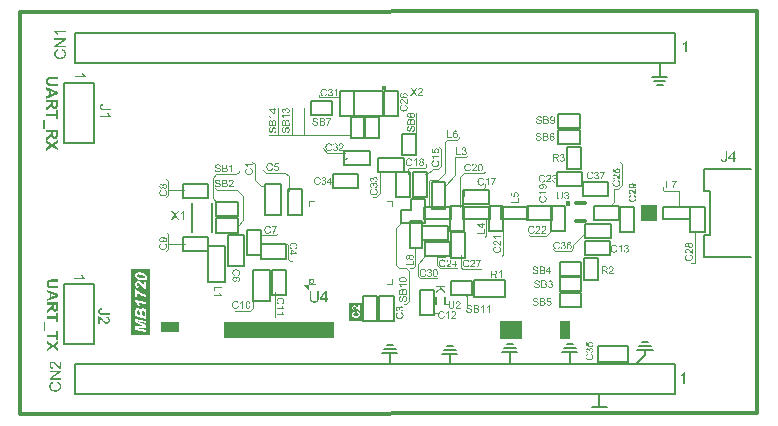
<source format=gto>
G04*
G04 #@! TF.GenerationSoftware,Altium Limited,Altium Designer,20.2.6 (244)*
G04*
G04 Layer_Color=65535*
%FSLAX43Y43*%
%MOMM*%
G71*
G04*
G04 #@! TF.SameCoordinates,C144CD18-1887-4FAA-AC2B-496F7D53F270*
G04*
G04*
G04 #@! TF.FilePolarity,Positive*
G04*
G01*
G75*
%ADD10C,0.025*%
%ADD11C,0.050*%
%ADD12C,0.300*%
%ADD13C,0.200*%
%ADD14C,0.100*%
%ADD15C,0.150*%
%ADD16R,1.541X0.863*%
%ADD17R,1.419X1.457*%
%ADD18R,0.903X1.528*%
%ADD19R,1.965X1.482*%
%ADD20R,9.342X1.471*%
G36*
X29006Y-7582D02*
Y-9082D01*
X27806D01*
Y-7582D01*
X29006D01*
D02*
G37*
G36*
X46558Y642D02*
X46200D01*
Y1000D01*
X46558D01*
Y642D01*
D02*
G37*
G36*
X30969Y10455D02*
X30611D01*
Y10813D01*
X30969D01*
Y10455D01*
D02*
G37*
G36*
X35922Y-6246D02*
X35574D01*
X35922Y-6595D01*
Y-6722D01*
X35637Y-6427D01*
X35219Y-6735D01*
Y-6611D01*
X35574Y-6361D01*
X35463Y-6246D01*
X35219D01*
Y-6153D01*
X35922D01*
Y-6246D01*
D02*
G37*
G36*
X56420Y13624D02*
X56303D01*
Y14374D01*
X56301Y14372D01*
X56295Y14367D01*
X56286Y14360D01*
X56273Y14349D01*
X56257Y14337D01*
X56237Y14323D01*
X56215Y14309D01*
X56190Y14293D01*
X56189D01*
X56187Y14291D01*
X56184Y14289D01*
X56179Y14287D01*
X56173Y14283D01*
X56165Y14280D01*
X56149Y14270D01*
X56130Y14261D01*
X56109Y14251D01*
X56087Y14241D01*
X56066Y14233D01*
Y14346D01*
X56067Y14347D01*
X56070Y14348D01*
X56076Y14352D01*
X56083Y14355D01*
X56091Y14359D01*
X56102Y14365D01*
X56113Y14371D01*
X56125Y14378D01*
X56152Y14394D01*
X56181Y14414D01*
X56211Y14435D01*
X56239Y14459D01*
X56240Y14460D01*
X56242Y14462D01*
X56246Y14465D01*
X56252Y14470D01*
X56257Y14477D01*
X56264Y14483D01*
X56280Y14500D01*
X56298Y14519D01*
X56315Y14541D01*
X56331Y14564D01*
X56344Y14588D01*
X56420D01*
Y13624D01*
D02*
G37*
G36*
X5274Y-5251D02*
X5275Y-5254D01*
X5278Y-5259D01*
X5281Y-5267D01*
X5285Y-5275D01*
X5291Y-5285D01*
X5298Y-5297D01*
X5304Y-5308D01*
X5321Y-5335D01*
X5340Y-5365D01*
X5361Y-5395D01*
X5385Y-5423D01*
X5386Y-5424D01*
X5388Y-5426D01*
X5391Y-5430D01*
X5397Y-5435D01*
X5403Y-5441D01*
X5409Y-5448D01*
X5427Y-5463D01*
X5446Y-5481D01*
X5467Y-5499D01*
X5490Y-5515D01*
X5514Y-5528D01*
Y-5604D01*
X4550D01*
Y-5486D01*
X5301D01*
X5299Y-5484D01*
X5294Y-5479D01*
X5286Y-5470D01*
X5276Y-5456D01*
X5263Y-5441D01*
X5250Y-5421D01*
X5235Y-5399D01*
X5220Y-5374D01*
Y-5373D01*
X5218Y-5371D01*
X5215Y-5368D01*
X5213Y-5362D01*
X5209Y-5356D01*
X5206Y-5349D01*
X5197Y-5332D01*
X5187Y-5314D01*
X5177Y-5293D01*
X5168Y-5271D01*
X5159Y-5250D01*
X5273D01*
X5274Y-5251D01*
D02*
G37*
G36*
X5324Y11849D02*
X5325Y11846D01*
X5328Y11841D01*
X5331Y11833D01*
X5335Y11825D01*
X5341Y11815D01*
X5348Y11803D01*
X5354Y11792D01*
X5371Y11765D01*
X5390Y11735D01*
X5411Y11705D01*
X5435Y11677D01*
X5436Y11676D01*
X5438Y11674D01*
X5441Y11670D01*
X5447Y11665D01*
X5453Y11659D01*
X5459Y11652D01*
X5477Y11637D01*
X5496Y11619D01*
X5517Y11601D01*
X5540Y11585D01*
X5564Y11572D01*
Y11496D01*
X4600D01*
Y11614D01*
X5351D01*
X5349Y11616D01*
X5344Y11621D01*
X5336Y11630D01*
X5326Y11644D01*
X5313Y11659D01*
X5300Y11679D01*
X5285Y11701D01*
X5270Y11726D01*
Y11727D01*
X5268Y11729D01*
X5265Y11732D01*
X5263Y11738D01*
X5259Y11744D01*
X5256Y11751D01*
X5247Y11768D01*
X5237Y11786D01*
X5227Y11807D01*
X5218Y11829D01*
X5209Y11850D01*
X5323D01*
X5324Y11849D01*
D02*
G37*
G36*
X56254Y-14434D02*
X56137D01*
Y-13683D01*
X56134Y-13685D01*
X56129Y-13690D01*
X56120Y-13697D01*
X56106Y-13708D01*
X56091Y-13720D01*
X56071Y-13734D01*
X56049Y-13748D01*
X56024Y-13764D01*
X56023D01*
X56021Y-13766D01*
X56018Y-13768D01*
X56013Y-13770D01*
X56006Y-13774D01*
X55999Y-13777D01*
X55982Y-13787D01*
X55964Y-13796D01*
X55943Y-13807D01*
X55921Y-13816D01*
X55900Y-13824D01*
Y-13711D01*
X55901Y-13710D01*
X55904Y-13709D01*
X55909Y-13706D01*
X55917Y-13702D01*
X55925Y-13698D01*
X55936Y-13692D01*
X55947Y-13686D01*
X55958Y-13680D01*
X55986Y-13663D01*
X56015Y-13643D01*
X56045Y-13622D01*
X56073Y-13598D01*
X56074Y-13597D01*
X56076Y-13595D01*
X56080Y-13592D01*
X56085Y-13587D01*
X56091Y-13581D01*
X56098Y-13574D01*
X56114Y-13557D01*
X56131Y-13538D01*
X56149Y-13516D01*
X56165Y-13493D01*
X56178Y-13469D01*
X56254D01*
Y-14434D01*
D02*
G37*
G36*
X10988Y-10343D02*
X9403D01*
Y-4700D01*
X10988D01*
Y-10343D01*
D02*
G37*
G36*
X3211Y-5794D02*
X2689D01*
X2688D01*
X2684D01*
X2678D01*
X2670D01*
X2659D01*
X2648D01*
X2635Y-5795D01*
X2623D01*
X2595D01*
X2569Y-5797D01*
X2556D01*
X2546Y-5798D01*
X2536Y-5799D01*
X2528Y-5800D01*
X2527D01*
X2526Y-5801D01*
X2523D01*
X2519Y-5803D01*
X2507Y-5806D01*
X2494Y-5812D01*
X2479Y-5820D01*
X2463Y-5830D01*
X2448Y-5844D01*
X2433Y-5859D01*
Y-5860D01*
X2432Y-5861D01*
X2430Y-5865D01*
X2428Y-5868D01*
X2422Y-5878D01*
X2416Y-5893D01*
X2409Y-5911D01*
X2403Y-5933D01*
X2399Y-5958D01*
X2398Y-5987D01*
Y-5996D01*
X2399Y-6001D01*
Y-6008D01*
X2400Y-6016D01*
X2402Y-6034D01*
X2406Y-6054D01*
X2412Y-6075D01*
X2420Y-6095D01*
X2431Y-6112D01*
X2432Y-6114D01*
X2437Y-6119D01*
X2445Y-6126D01*
X2454Y-6134D01*
X2466Y-6143D01*
X2480Y-6151D01*
X2496Y-6158D01*
X2513Y-6162D01*
X2515D01*
X2516D01*
X2519Y-6163D01*
X2523D01*
X2529Y-6164D01*
X2535Y-6165D01*
X2544Y-6167D01*
X2553Y-6168D01*
X2563D01*
X2576Y-6169D01*
X2589Y-6170D01*
X2604Y-6171D01*
X2621D01*
X2638Y-6172D01*
X2657D01*
X2678D01*
X3211D01*
Y-6365D01*
X2705D01*
X2703D01*
X2698D01*
X2688D01*
X2677D01*
X2662D01*
X2647Y-6364D01*
X2629D01*
X2609Y-6363D01*
X2570Y-6361D01*
X2529Y-6358D01*
X2509Y-6356D01*
X2492Y-6354D01*
X2475Y-6352D01*
X2460Y-6349D01*
X2459D01*
X2457Y-6348D01*
X2453Y-6347D01*
X2449Y-6346D01*
X2443Y-6344D01*
X2435Y-6341D01*
X2419Y-6335D01*
X2399Y-6328D01*
X2379Y-6318D01*
X2359Y-6305D01*
X2340Y-6290D01*
X2339D01*
X2337Y-6288D01*
X2331Y-6283D01*
X2323Y-6274D01*
X2311Y-6261D01*
X2299Y-6245D01*
X2286Y-6226D01*
X2273Y-6203D01*
X2261Y-6178D01*
Y-6177D01*
X2260Y-6175D01*
X2258Y-6171D01*
X2257Y-6165D01*
X2255Y-6158D01*
X2252Y-6150D01*
X2250Y-6139D01*
X2247Y-6128D01*
X2244Y-6115D01*
X2242Y-6102D01*
X2240Y-6086D01*
X2236Y-6071D01*
X2235Y-6053D01*
X2233Y-6034D01*
X2232Y-6014D01*
Y-5980D01*
X2233Y-5971D01*
Y-5959D01*
X2234Y-5947D01*
X2235Y-5932D01*
X2236Y-5917D01*
X2240Y-5882D01*
X2246Y-5848D01*
X2253Y-5815D01*
X2258Y-5799D01*
X2264Y-5785D01*
Y-5784D01*
X2265Y-5782D01*
X2267Y-5778D01*
X2270Y-5774D01*
X2273Y-5768D01*
X2276Y-5760D01*
X2286Y-5745D01*
X2298Y-5727D01*
X2311Y-5708D01*
X2328Y-5690D01*
X2346Y-5673D01*
X2347D01*
X2348Y-5671D01*
X2351Y-5669D01*
X2355Y-5667D01*
X2365Y-5659D01*
X2378Y-5651D01*
X2395Y-5642D01*
X2412Y-5632D01*
X2432Y-5625D01*
X2453Y-5619D01*
X2454D01*
X2457Y-5618D01*
X2461Y-5617D01*
X2469Y-5616D01*
X2477Y-5615D01*
X2487Y-5612D01*
X2500Y-5611D01*
X2515Y-5609D01*
X2530Y-5607D01*
X2549Y-5606D01*
X2569Y-5604D01*
X2591Y-5603D01*
X2614Y-5602D01*
X2639Y-5601D01*
X2668Y-5600D01*
X2697D01*
X3211D01*
Y-5794D01*
D02*
G37*
G36*
Y-6847D02*
Y-7053D01*
X2250Y-7438D01*
Y-7227D01*
X2469Y-7142D01*
Y-6758D01*
X2250Y-6678D01*
Y-6473D01*
X3211Y-6847D01*
D02*
G37*
G36*
Y-7973D02*
X3210Y-7986D01*
Y-8000D01*
X3209Y-8017D01*
X3208Y-8034D01*
X3205Y-8071D01*
X3200Y-8108D01*
X3198Y-8125D01*
X3194Y-8143D01*
X3189Y-8159D01*
X3185Y-8172D01*
Y-8173D01*
X3184Y-8175D01*
X3182Y-8179D01*
X3180Y-8184D01*
X3177Y-8190D01*
X3174Y-8196D01*
X3164Y-8213D01*
X3151Y-8231D01*
X3135Y-8248D01*
X3115Y-8267D01*
X3092Y-8284D01*
X3091D01*
X3089Y-8286D01*
X3086Y-8288D01*
X3081Y-8290D01*
X3075Y-8294D01*
X3068Y-8297D01*
X3058Y-8301D01*
X3049Y-8306D01*
X3027Y-8313D01*
X3001Y-8320D01*
X2973Y-8324D01*
X2941Y-8326D01*
X2940D01*
X2936D01*
X2931D01*
X2924Y-8325D01*
X2914Y-8324D01*
X2904Y-8323D01*
X2891Y-8321D01*
X2879Y-8318D01*
X2850Y-8311D01*
X2835Y-8306D01*
X2821Y-8299D01*
X2805Y-8292D01*
X2790Y-8284D01*
X2776Y-8274D01*
X2762Y-8263D01*
X2761Y-8262D01*
X2759Y-8260D01*
X2756Y-8257D01*
X2751Y-8251D01*
X2746Y-8244D01*
X2739Y-8236D01*
X2732Y-8226D01*
X2725Y-8215D01*
X2717Y-8202D01*
X2709Y-8189D01*
X2702Y-8173D01*
X2695Y-8156D01*
X2688Y-8137D01*
X2682Y-8117D01*
X2677Y-8095D01*
X2673Y-8072D01*
Y-8073D01*
X2671Y-8075D01*
X2670Y-8079D01*
X2667Y-8083D01*
X2659Y-8094D01*
X2649Y-8109D01*
X2637Y-8125D01*
X2624Y-8143D01*
X2608Y-8161D01*
X2593Y-8176D01*
X2591Y-8179D01*
X2587Y-8181D01*
X2584Y-8184D01*
X2579Y-8188D01*
X2573Y-8193D01*
X2566Y-8199D01*
X2557Y-8206D01*
X2547Y-8213D01*
X2535Y-8221D01*
X2523Y-8231D01*
X2508Y-8240D01*
X2493Y-8250D01*
X2475Y-8262D01*
X2457Y-8274D01*
X2436Y-8287D01*
X2250Y-8404D01*
Y-8172D01*
X2459Y-8032D01*
X2460Y-8031D01*
X2465Y-8029D01*
X2470Y-8024D01*
X2477Y-8019D01*
X2486Y-8014D01*
X2496Y-8007D01*
X2519Y-7991D01*
X2543Y-7973D01*
X2566Y-7957D01*
X2576Y-7948D01*
X2585Y-7941D01*
X2594Y-7935D01*
X2600Y-7929D01*
X2601Y-7928D01*
X2605Y-7924D01*
X2609Y-7918D01*
X2616Y-7911D01*
X2623Y-7903D01*
X2629Y-7892D01*
X2635Y-7882D01*
X2639Y-7870D01*
X2641Y-7869D01*
X2642Y-7864D01*
X2644Y-7857D01*
X2646Y-7846D01*
X2648Y-7833D01*
X2649Y-7816D01*
X2651Y-7796D01*
Y-7734D01*
X2250D01*
Y-7540D01*
X3211D01*
Y-7973D01*
D02*
G37*
G36*
Y-9204D02*
X3049D01*
Y-8921D01*
X2250D01*
Y-8727D01*
X3049D01*
Y-8442D01*
X3211D01*
Y-9204D01*
D02*
G37*
G36*
X2104Y-9984D02*
X1984D01*
Y-9219D01*
X2104D01*
Y-9984D01*
D02*
G37*
G36*
X3211Y-10771D02*
X3049D01*
Y-10487D01*
X2250D01*
Y-10294D01*
X3049D01*
Y-10008D01*
X3211D01*
Y-10771D01*
D02*
G37*
G36*
X2750Y-11131D02*
X3211Y-10829D01*
Y-11056D01*
X2923Y-11245D01*
X3211Y-11437D01*
Y-11662D01*
X2751Y-11360D01*
X2250Y-11691D01*
Y-11458D01*
X2576Y-11244D01*
X2250Y-11030D01*
Y-10798D01*
X2750Y-11131D01*
D02*
G37*
G36*
X3161Y11356D02*
X2639D01*
X2638D01*
X2634D01*
X2628D01*
X2620D01*
X2609D01*
X2598D01*
X2585Y11355D01*
X2573D01*
X2545D01*
X2519Y11353D01*
X2506D01*
X2496Y11352D01*
X2486Y11351D01*
X2478Y11350D01*
X2477D01*
X2476Y11349D01*
X2473D01*
X2469Y11347D01*
X2457Y11344D01*
X2444Y11338D01*
X2429Y11330D01*
X2413Y11320D01*
X2398Y11306D01*
X2383Y11291D01*
Y11290D01*
X2382Y11289D01*
X2380Y11285D01*
X2378Y11282D01*
X2372Y11272D01*
X2366Y11257D01*
X2359Y11239D01*
X2353Y11217D01*
X2349Y11192D01*
X2348Y11163D01*
Y11154D01*
X2349Y11149D01*
Y11142D01*
X2350Y11134D01*
X2352Y11116D01*
X2356Y11096D01*
X2362Y11075D01*
X2370Y11055D01*
X2381Y11038D01*
X2382Y11036D01*
X2387Y11031D01*
X2395Y11024D01*
X2404Y11016D01*
X2416Y11007D01*
X2430Y10999D01*
X2446Y10992D01*
X2463Y10988D01*
X2465D01*
X2466D01*
X2469Y10987D01*
X2473D01*
X2479Y10986D01*
X2485Y10985D01*
X2494Y10983D01*
X2503Y10982D01*
X2513D01*
X2526Y10981D01*
X2539Y10980D01*
X2554Y10979D01*
X2571D01*
X2588Y10978D01*
X2607D01*
X2628D01*
X3161D01*
Y10785D01*
X2655D01*
X2653D01*
X2648D01*
X2638D01*
X2627D01*
X2612D01*
X2597Y10786D01*
X2579D01*
X2559Y10787D01*
X2520Y10789D01*
X2479Y10792D01*
X2459Y10794D01*
X2442Y10796D01*
X2425Y10798D01*
X2410Y10801D01*
X2409D01*
X2407Y10802D01*
X2403Y10803D01*
X2399Y10804D01*
X2393Y10806D01*
X2385Y10809D01*
X2369Y10815D01*
X2349Y10822D01*
X2329Y10832D01*
X2309Y10845D01*
X2290Y10860D01*
X2289D01*
X2287Y10862D01*
X2281Y10867D01*
X2273Y10876D01*
X2261Y10889D01*
X2249Y10905D01*
X2236Y10924D01*
X2223Y10947D01*
X2211Y10972D01*
Y10973D01*
X2210Y10975D01*
X2208Y10979D01*
X2207Y10985D01*
X2205Y10992D01*
X2202Y11000D01*
X2200Y11011D01*
X2197Y11022D01*
X2194Y11035D01*
X2192Y11048D01*
X2190Y11064D01*
X2186Y11079D01*
X2185Y11097D01*
X2183Y11116D01*
X2182Y11136D01*
Y11170D01*
X2183Y11179D01*
Y11191D01*
X2184Y11203D01*
X2185Y11218D01*
X2186Y11233D01*
X2190Y11268D01*
X2196Y11302D01*
X2203Y11335D01*
X2208Y11351D01*
X2214Y11365D01*
Y11366D01*
X2215Y11368D01*
X2217Y11372D01*
X2220Y11376D01*
X2223Y11382D01*
X2226Y11390D01*
X2236Y11405D01*
X2248Y11423D01*
X2261Y11442D01*
X2278Y11460D01*
X2296Y11477D01*
X2297D01*
X2298Y11479D01*
X2301Y11481D01*
X2305Y11483D01*
X2315Y11491D01*
X2328Y11499D01*
X2345Y11508D01*
X2362Y11518D01*
X2382Y11525D01*
X2403Y11531D01*
X2404D01*
X2407Y11532D01*
X2411Y11533D01*
X2419Y11534D01*
X2427Y11535D01*
X2437Y11538D01*
X2450Y11539D01*
X2465Y11541D01*
X2480Y11543D01*
X2499Y11544D01*
X2519Y11546D01*
X2541Y11547D01*
X2564Y11548D01*
X2589Y11549D01*
X2618Y11550D01*
X2647D01*
X3161D01*
Y11356D01*
D02*
G37*
G36*
Y10303D02*
Y10097D01*
X2200Y9712D01*
Y9923D01*
X2419Y10008D01*
Y10392D01*
X2200Y10472D01*
Y10677D01*
X3161Y10303D01*
D02*
G37*
G36*
Y9177D02*
X3160Y9164D01*
Y9150D01*
X3159Y9133D01*
X3158Y9116D01*
X3155Y9079D01*
X3150Y9042D01*
X3148Y9025D01*
X3144Y9007D01*
X3139Y8991D01*
X3135Y8978D01*
Y8977D01*
X3134Y8975D01*
X3132Y8972D01*
X3130Y8966D01*
X3127Y8960D01*
X3124Y8954D01*
X3114Y8937D01*
X3101Y8919D01*
X3085Y8902D01*
X3065Y8883D01*
X3042Y8866D01*
X3041D01*
X3039Y8864D01*
X3036Y8862D01*
X3031Y8860D01*
X3025Y8856D01*
X3017Y8853D01*
X3008Y8849D01*
X2999Y8844D01*
X2977Y8837D01*
X2951Y8830D01*
X2923Y8826D01*
X2891Y8824D01*
X2890D01*
X2886D01*
X2881D01*
X2874Y8825D01*
X2864Y8826D01*
X2854Y8827D01*
X2842Y8829D01*
X2829Y8832D01*
X2800Y8839D01*
X2785Y8844D01*
X2771Y8851D01*
X2755Y8858D01*
X2740Y8866D01*
X2726Y8876D01*
X2712Y8887D01*
X2711Y8888D01*
X2709Y8890D01*
X2706Y8893D01*
X2701Y8899D01*
X2696Y8906D01*
X2689Y8914D01*
X2682Y8924D01*
X2675Y8935D01*
X2667Y8948D01*
X2659Y8961D01*
X2652Y8977D01*
X2645Y8994D01*
X2638Y9013D01*
X2632Y9033D01*
X2627Y9055D01*
X2623Y9078D01*
Y9077D01*
X2621Y9075D01*
X2620Y9071D01*
X2617Y9067D01*
X2609Y9056D01*
X2599Y9041D01*
X2587Y9025D01*
X2574Y9007D01*
X2558Y8989D01*
X2543Y8974D01*
X2541Y8972D01*
X2537Y8969D01*
X2534Y8966D01*
X2529Y8962D01*
X2523Y8957D01*
X2516Y8951D01*
X2507Y8944D01*
X2497Y8937D01*
X2485Y8929D01*
X2473Y8919D01*
X2458Y8910D01*
X2443Y8900D01*
X2425Y8888D01*
X2407Y8876D01*
X2386Y8863D01*
X2200Y8746D01*
Y8978D01*
X2409Y9118D01*
X2410Y9119D01*
X2415Y9121D01*
X2420Y9126D01*
X2427Y9131D01*
X2436Y9136D01*
X2446Y9143D01*
X2469Y9159D01*
X2493Y9177D01*
X2516Y9193D01*
X2526Y9202D01*
X2535Y9209D01*
X2544Y9215D01*
X2550Y9221D01*
X2551Y9222D01*
X2555Y9226D01*
X2559Y9232D01*
X2566Y9239D01*
X2573Y9247D01*
X2579Y9258D01*
X2585Y9268D01*
X2589Y9280D01*
X2591Y9281D01*
X2592Y9286D01*
X2594Y9293D01*
X2596Y9304D01*
X2598Y9317D01*
X2599Y9334D01*
X2601Y9354D01*
Y9416D01*
X2200D01*
Y9610D01*
X3161D01*
Y9177D01*
D02*
G37*
G36*
Y7946D02*
X2999D01*
Y8229D01*
X2200D01*
Y8423D01*
X2999D01*
Y8708D01*
X3161D01*
Y7946D01*
D02*
G37*
G36*
X2054Y7166D02*
X1934D01*
Y7931D01*
X2054D01*
Y7166D01*
D02*
G37*
G36*
X3161Y6641D02*
X3160Y6628D01*
Y6614D01*
X3159Y6597D01*
X3158Y6580D01*
X3155Y6543D01*
X3150Y6506D01*
X3148Y6489D01*
X3144Y6471D01*
X3139Y6455D01*
X3135Y6442D01*
Y6441D01*
X3134Y6439D01*
X3132Y6436D01*
X3130Y6430D01*
X3127Y6424D01*
X3124Y6418D01*
X3114Y6401D01*
X3101Y6384D01*
X3085Y6366D01*
X3065Y6347D01*
X3042Y6331D01*
X3041D01*
X3039Y6328D01*
X3036Y6326D01*
X3031Y6324D01*
X3025Y6320D01*
X3017Y6317D01*
X3008Y6313D01*
X2999Y6309D01*
X2977Y6301D01*
X2951Y6294D01*
X2923Y6290D01*
X2891Y6288D01*
X2890D01*
X2886D01*
X2881D01*
X2874Y6289D01*
X2864Y6290D01*
X2854Y6291D01*
X2842Y6293D01*
X2829Y6296D01*
X2800Y6303D01*
X2785Y6309D01*
X2771Y6315D01*
X2755Y6322D01*
X2740Y6331D01*
X2726Y6340D01*
X2712Y6351D01*
X2711Y6352D01*
X2709Y6354D01*
X2706Y6358D01*
X2701Y6363D01*
X2696Y6370D01*
X2689Y6378D01*
X2682Y6388D01*
X2675Y6399D01*
X2667Y6412D01*
X2659Y6425D01*
X2652Y6441D01*
X2645Y6459D01*
X2638Y6477D01*
X2632Y6497D01*
X2627Y6519D01*
X2623Y6542D01*
Y6541D01*
X2621Y6539D01*
X2620Y6536D01*
X2617Y6531D01*
X2609Y6520D01*
X2599Y6505D01*
X2587Y6489D01*
X2574Y6471D01*
X2558Y6453D01*
X2543Y6438D01*
X2541Y6436D01*
X2537Y6434D01*
X2534Y6430D01*
X2529Y6426D01*
X2523Y6421D01*
X2516Y6415D01*
X2507Y6409D01*
X2497Y6401D01*
X2485Y6393D01*
X2473Y6384D01*
X2458Y6374D01*
X2443Y6364D01*
X2425Y6352D01*
X2407Y6340D01*
X2386Y6327D01*
X2200Y6210D01*
Y6442D01*
X2409Y6583D01*
X2410Y6584D01*
X2415Y6586D01*
X2420Y6590D01*
X2427Y6595D01*
X2436Y6600D01*
X2446Y6608D01*
X2469Y6623D01*
X2493Y6641D01*
X2516Y6658D01*
X2526Y6666D01*
X2535Y6673D01*
X2544Y6679D01*
X2550Y6686D01*
X2551Y6687D01*
X2555Y6690D01*
X2559Y6696D01*
X2566Y6703D01*
X2573Y6712D01*
X2579Y6722D01*
X2585Y6732D01*
X2589Y6744D01*
X2591Y6745D01*
X2592Y6750D01*
X2594Y6757D01*
X2596Y6768D01*
X2598Y6781D01*
X2599Y6798D01*
X2601Y6818D01*
Y6880D01*
X2200D01*
Y7074D01*
X3161D01*
Y6641D01*
D02*
G37*
G36*
X2700Y5869D02*
X3161Y6171D01*
Y5944D01*
X2873Y5755D01*
X3161Y5563D01*
Y5338D01*
X2701Y5640D01*
X2200Y5309D01*
Y5542D01*
X2526Y5756D01*
X2200Y5970D01*
Y6202D01*
X2700Y5869D01*
D02*
G37*
G36*
X38014Y-7778D02*
X38022Y-7779D01*
X38030Y-7780D01*
X38039Y-7780D01*
X38058Y-7783D01*
X38080Y-7787D01*
X38101Y-7794D01*
X38122Y-7801D01*
X38123D01*
X38124Y-7803D01*
X38127Y-7803D01*
X38131Y-7805D01*
X38135Y-7808D01*
X38141Y-7811D01*
X38152Y-7818D01*
X38166Y-7828D01*
X38180Y-7839D01*
X38193Y-7853D01*
X38205Y-7868D01*
X38206Y-7869D01*
X38207Y-7871D01*
X38208Y-7873D01*
X38210Y-7876D01*
X38212Y-7880D01*
X38215Y-7885D01*
X38217Y-7891D01*
X38220Y-7898D01*
X38226Y-7912D01*
X38231Y-7930D01*
X38235Y-7948D01*
X38237Y-7969D01*
X38156Y-7975D01*
Y-7975D01*
X38155Y-7972D01*
Y-7970D01*
X38155Y-7966D01*
X38153Y-7960D01*
X38152Y-7954D01*
X38148Y-7941D01*
X38142Y-7927D01*
X38134Y-7911D01*
X38124Y-7897D01*
X38118Y-7891D01*
X38111Y-7884D01*
X38110Y-7884D01*
X38109Y-7883D01*
X38107Y-7882D01*
X38104Y-7880D01*
X38100Y-7878D01*
X38095Y-7875D01*
X38089Y-7872D01*
X38083Y-7868D01*
X38075Y-7866D01*
X38067Y-7863D01*
X38058Y-7860D01*
X38048Y-7858D01*
X38037Y-7856D01*
X38026Y-7855D01*
X38013Y-7853D01*
X37993D01*
X37987Y-7854D01*
X37981D01*
X37974Y-7855D01*
X37966Y-7855D01*
X37958Y-7857D01*
X37939Y-7860D01*
X37921Y-7865D01*
X37903Y-7872D01*
X37895Y-7877D01*
X37888Y-7882D01*
X37888D01*
X37887Y-7883D01*
X37883Y-7887D01*
X37877Y-7893D01*
X37871Y-7901D01*
X37865Y-7911D01*
X37859Y-7923D01*
X37855Y-7935D01*
X37854Y-7942D01*
X37854Y-7950D01*
Y-7950D01*
Y-7951D01*
X37854Y-7955D01*
X37855Y-7961D01*
X37856Y-7969D01*
X37860Y-7978D01*
X37864Y-7988D01*
X37870Y-7997D01*
X37878Y-8006D01*
X37879Y-8006D01*
X37881Y-8008D01*
X37883Y-8010D01*
X37887Y-8012D01*
X37891Y-8014D01*
X37897Y-8017D01*
X37903Y-8020D01*
X37910Y-8024D01*
X37919Y-8027D01*
X37930Y-8031D01*
X37942Y-8035D01*
X37956Y-8039D01*
X37970Y-8043D01*
X37987Y-8048D01*
X38005Y-8052D01*
X38007D01*
X38010Y-8053D01*
X38015Y-8054D01*
X38022Y-8056D01*
X38030Y-8058D01*
X38040Y-8061D01*
X38051Y-8063D01*
X38062Y-8066D01*
X38085Y-8072D01*
X38109Y-8079D01*
X38120Y-8082D01*
X38130Y-8086D01*
X38139Y-8089D01*
X38147Y-8092D01*
X38148D01*
X38150Y-8094D01*
X38152Y-8095D01*
X38156Y-8097D01*
X38161Y-8099D01*
X38166Y-8103D01*
X38178Y-8110D01*
X38192Y-8120D01*
X38205Y-8131D01*
X38218Y-8144D01*
X38224Y-8151D01*
X38229Y-8158D01*
Y-8158D01*
X38231Y-8160D01*
X38232Y-8162D01*
X38234Y-8165D01*
X38236Y-8168D01*
X38238Y-8173D01*
X38243Y-8184D01*
X38248Y-8197D01*
X38252Y-8212D01*
X38255Y-8230D01*
X38256Y-8248D01*
Y-8249D01*
Y-8251D01*
Y-8253D01*
X38256Y-8257D01*
Y-8262D01*
X38255Y-8267D01*
X38253Y-8280D01*
X38250Y-8294D01*
X38244Y-8310D01*
X38236Y-8327D01*
X38232Y-8336D01*
X38227Y-8344D01*
Y-8345D01*
X38225Y-8346D01*
X38224Y-8348D01*
X38221Y-8352D01*
X38215Y-8359D01*
X38205Y-8370D01*
X38193Y-8381D01*
X38179Y-8393D01*
X38162Y-8404D01*
X38143Y-8414D01*
X38142D01*
X38140Y-8416D01*
X38137Y-8416D01*
X38133Y-8418D01*
X38128Y-8420D01*
X38122Y-8422D01*
X38115Y-8425D01*
X38107Y-8427D01*
X38098Y-8429D01*
X38089Y-8432D01*
X38068Y-8435D01*
X38045Y-8438D01*
X38020Y-8439D01*
X38012D01*
X38005Y-8438D01*
X37998D01*
X37989Y-8438D01*
X37980Y-8437D01*
X37969Y-8436D01*
X37946Y-8433D01*
X37922Y-8429D01*
X37897Y-8423D01*
X37874Y-8414D01*
X37873D01*
X37871Y-8413D01*
X37868Y-8411D01*
X37864Y-8409D01*
X37859Y-8407D01*
X37854Y-8404D01*
X37840Y-8395D01*
X37826Y-8385D01*
X37811Y-8372D01*
X37795Y-8357D01*
X37782Y-8339D01*
X37781Y-8338D01*
X37781Y-8337D01*
X37779Y-8334D01*
X37777Y-8330D01*
X37775Y-8325D01*
X37772Y-8319D01*
X37768Y-8312D01*
X37766Y-8305D01*
X37762Y-8297D01*
X37759Y-8288D01*
X37754Y-8268D01*
X37750Y-8246D01*
X37748Y-8235D01*
X37747Y-8223D01*
X37827Y-8216D01*
Y-8217D01*
Y-8218D01*
X37828Y-8221D01*
X37829Y-8224D01*
X37829Y-8228D01*
X37830Y-8233D01*
X37833Y-8244D01*
X37836Y-8257D01*
X37840Y-8270D01*
X37846Y-8283D01*
X37853Y-8296D01*
X37854Y-8297D01*
X37857Y-8300D01*
X37862Y-8306D01*
X37869Y-8313D01*
X37878Y-8321D01*
X37889Y-8329D01*
X37902Y-8337D01*
X37917Y-8345D01*
X37918D01*
X37919Y-8346D01*
X37922Y-8346D01*
X37925Y-8348D01*
X37929Y-8349D01*
X37934Y-8351D01*
X37940Y-8352D01*
X37946Y-8354D01*
X37960Y-8357D01*
X37978Y-8361D01*
X37996Y-8363D01*
X38016Y-8364D01*
X38024D01*
X38028Y-8363D01*
X38033D01*
X38044Y-8361D01*
X38057Y-8360D01*
X38072Y-8358D01*
X38087Y-8355D01*
X38100Y-8350D01*
X38101D01*
X38102Y-8349D01*
X38104Y-8348D01*
X38107Y-8347D01*
X38113Y-8343D01*
X38121Y-8339D01*
X38130Y-8334D01*
X38140Y-8327D01*
X38148Y-8319D01*
X38156Y-8310D01*
X38157Y-8309D01*
X38159Y-8306D01*
X38162Y-8300D01*
X38166Y-8294D01*
X38168Y-8285D01*
X38172Y-8276D01*
X38174Y-8266D01*
X38175Y-8255D01*
Y-8255D01*
Y-8254D01*
Y-8251D01*
X38174Y-8244D01*
X38173Y-8237D01*
X38170Y-8229D01*
X38167Y-8220D01*
X38163Y-8211D01*
X38157Y-8203D01*
X38156Y-8202D01*
X38153Y-8199D01*
X38149Y-8195D01*
X38143Y-8190D01*
X38135Y-8184D01*
X38125Y-8178D01*
X38113Y-8172D01*
X38099Y-8165D01*
X38098Y-8165D01*
X38096Y-8164D01*
X38093Y-8163D01*
X38091Y-8162D01*
X38087Y-8161D01*
X38081Y-8159D01*
X38075Y-8158D01*
X38068Y-8156D01*
X38060Y-8153D01*
X38051Y-8151D01*
X38040Y-8148D01*
X38028Y-8144D01*
X38016Y-8142D01*
X38001Y-8138D01*
X37985Y-8134D01*
X37985D01*
X37982Y-8133D01*
X37977Y-8132D01*
X37971Y-8131D01*
X37964Y-8129D01*
X37956Y-8126D01*
X37947Y-8124D01*
X37937Y-8121D01*
X37917Y-8115D01*
X37897Y-8108D01*
X37887Y-8104D01*
X37878Y-8101D01*
X37870Y-8097D01*
X37863Y-8094D01*
X37862D01*
X37861Y-8092D01*
X37858Y-8091D01*
X37855Y-8090D01*
X37847Y-8085D01*
X37837Y-8078D01*
X37825Y-8069D01*
X37814Y-8059D01*
X37803Y-8047D01*
X37794Y-8035D01*
Y-8034D01*
X37793Y-8034D01*
X37792Y-8031D01*
X37790Y-8029D01*
X37787Y-8021D01*
X37783Y-8011D01*
X37779Y-8000D01*
X37775Y-7986D01*
X37772Y-7970D01*
X37772Y-7954D01*
Y-7954D01*
Y-7952D01*
Y-7950D01*
X37772Y-7946D01*
Y-7942D01*
X37773Y-7937D01*
X37775Y-7925D01*
X37779Y-7911D01*
X37783Y-7896D01*
X37790Y-7880D01*
X37799Y-7864D01*
Y-7864D01*
X37800Y-7862D01*
X37802Y-7860D01*
X37804Y-7857D01*
X37811Y-7850D01*
X37820Y-7840D01*
X37831Y-7830D01*
X37845Y-7819D01*
X37861Y-7809D01*
X37879Y-7800D01*
X37880D01*
X37881Y-7799D01*
X37885Y-7798D01*
X37888Y-7796D01*
X37893Y-7795D01*
X37899Y-7793D01*
X37906Y-7791D01*
X37914Y-7789D01*
X37922Y-7787D01*
X37931Y-7785D01*
X37951Y-7781D01*
X37973Y-7778D01*
X37996Y-7778D01*
X38008D01*
X38014Y-7778D01*
D02*
G37*
G36*
X39729Y-8429D02*
X39651D01*
Y-7929D01*
X39650Y-7930D01*
X39646Y-7934D01*
X39640Y-7939D01*
X39631Y-7945D01*
X39620Y-7954D01*
X39607Y-7963D01*
X39593Y-7972D01*
X39576Y-7983D01*
X39575D01*
X39574Y-7984D01*
X39572Y-7986D01*
X39568Y-7987D01*
X39564Y-7990D01*
X39559Y-7992D01*
X39548Y-7998D01*
X39536Y-8004D01*
X39522Y-8011D01*
X39507Y-8018D01*
X39494Y-8023D01*
Y-7948D01*
X39494Y-7947D01*
X39496Y-7946D01*
X39500Y-7944D01*
X39505Y-7942D01*
X39510Y-7939D01*
X39517Y-7935D01*
X39525Y-7931D01*
X39532Y-7927D01*
X39550Y-7916D01*
X39570Y-7902D01*
X39590Y-7889D01*
X39609Y-7873D01*
X39609Y-7872D01*
X39611Y-7871D01*
X39613Y-7868D01*
X39617Y-7865D01*
X39620Y-7861D01*
X39625Y-7857D01*
X39636Y-7845D01*
X39647Y-7832D01*
X39659Y-7818D01*
X39670Y-7803D01*
X39679Y-7787D01*
X39729D01*
Y-8429D01*
D02*
G37*
G36*
X39232D02*
X39154D01*
Y-7929D01*
X39152Y-7930D01*
X39149Y-7934D01*
X39143Y-7939D01*
X39134Y-7945D01*
X39123Y-7954D01*
X39110Y-7963D01*
X39095Y-7972D01*
X39079Y-7983D01*
X39078D01*
X39077Y-7984D01*
X39075Y-7986D01*
X39071Y-7987D01*
X39067Y-7990D01*
X39062Y-7992D01*
X39051Y-7998D01*
X39039Y-8004D01*
X39025Y-8011D01*
X39010Y-8018D01*
X38996Y-8023D01*
Y-7948D01*
X38997Y-7947D01*
X38999Y-7946D01*
X39003Y-7944D01*
X39007Y-7942D01*
X39013Y-7939D01*
X39020Y-7935D01*
X39028Y-7931D01*
X39035Y-7927D01*
X39053Y-7916D01*
X39073Y-7902D01*
X39093Y-7889D01*
X39111Y-7873D01*
X39112Y-7872D01*
X39114Y-7871D01*
X39116Y-7868D01*
X39120Y-7865D01*
X39123Y-7861D01*
X39128Y-7857D01*
X39138Y-7845D01*
X39150Y-7832D01*
X39162Y-7818D01*
X39172Y-7803D01*
X39181Y-7787D01*
X39232D01*
Y-8429D01*
D02*
G37*
G36*
X38626Y-7789D02*
X38634D01*
X38641Y-7790D01*
X38650Y-7792D01*
X38668Y-7794D01*
X38688Y-7797D01*
X38707Y-7802D01*
X38725Y-7809D01*
X38726D01*
X38727Y-7810D01*
X38729Y-7811D01*
X38733Y-7812D01*
X38740Y-7817D01*
X38751Y-7823D01*
X38762Y-7832D01*
X38773Y-7842D01*
X38784Y-7855D01*
X38795Y-7868D01*
Y-7869D01*
X38796Y-7871D01*
X38797Y-7873D01*
X38799Y-7875D01*
X38801Y-7879D01*
X38803Y-7884D01*
X38808Y-7894D01*
X38812Y-7907D01*
X38816Y-7921D01*
X38819Y-7936D01*
X38820Y-7953D01*
Y-7954D01*
Y-7955D01*
Y-7957D01*
Y-7960D01*
X38819Y-7968D01*
X38817Y-7978D01*
X38815Y-7990D01*
X38810Y-8003D01*
X38805Y-8016D01*
X38797Y-8030D01*
Y-8031D01*
X38797Y-8031D01*
X38795Y-8034D01*
X38793Y-8036D01*
X38788Y-8043D01*
X38781Y-8051D01*
X38772Y-8060D01*
X38760Y-8070D01*
X38747Y-8079D01*
X38731Y-8088D01*
X38731D01*
X38734Y-8089D01*
X38736Y-8090D01*
X38740Y-8092D01*
X38745Y-8094D01*
X38751Y-8096D01*
X38763Y-8102D01*
X38778Y-8110D01*
X38792Y-8120D01*
X38807Y-8132D01*
X38820Y-8147D01*
X38820Y-8147D01*
X38821Y-8149D01*
X38822Y-8151D01*
X38824Y-8153D01*
X38827Y-8158D01*
X38830Y-8162D01*
X38833Y-8168D01*
X38835Y-8174D01*
X38841Y-8188D01*
X38847Y-8205D01*
X38850Y-8224D01*
X38851Y-8233D01*
Y-8244D01*
Y-8244D01*
Y-8246D01*
Y-8248D01*
Y-8251D01*
X38851Y-8255D01*
Y-8260D01*
X38849Y-8271D01*
X38847Y-8284D01*
X38843Y-8298D01*
X38838Y-8313D01*
X38832Y-8328D01*
Y-8328D01*
X38831Y-8329D01*
X38830Y-8331D01*
X38829Y-8334D01*
X38824Y-8341D01*
X38819Y-8349D01*
X38813Y-8359D01*
X38804Y-8368D01*
X38795Y-8378D01*
X38785Y-8387D01*
X38783Y-8388D01*
X38780Y-8391D01*
X38774Y-8394D01*
X38765Y-8399D01*
X38756Y-8404D01*
X38744Y-8409D01*
X38730Y-8414D01*
X38715Y-8418D01*
X38714D01*
X38713Y-8419D01*
X38711D01*
X38707Y-8420D01*
X38703Y-8420D01*
X38698Y-8422D01*
X38693Y-8423D01*
X38686Y-8423D01*
X38679Y-8425D01*
X38671Y-8425D01*
X38654Y-8427D01*
X38634Y-8428D01*
X38611Y-8429D01*
X38368D01*
Y-7789D01*
X38620D01*
X38626Y-7789D01*
D02*
G37*
G36*
X48260Y3537D02*
X48268Y3536D01*
X48278Y3535D01*
X48288Y3534D01*
X48300Y3532D01*
X48312Y3529D01*
X48325Y3526D01*
X48339Y3522D01*
X48352Y3517D01*
X48366Y3512D01*
X48380Y3505D01*
X48393Y3498D01*
X48405Y3489D01*
X48406Y3488D01*
X48408Y3487D01*
X48411Y3484D01*
X48416Y3480D01*
X48421Y3475D01*
X48427Y3469D01*
X48434Y3462D01*
X48441Y3453D01*
X48449Y3444D01*
X48456Y3434D01*
X48464Y3423D01*
X48471Y3410D01*
X48479Y3397D01*
X48485Y3383D01*
X48491Y3367D01*
X48497Y3351D01*
X48414Y3332D01*
Y3333D01*
X48412Y3335D01*
X48411Y3339D01*
X48409Y3344D01*
X48407Y3349D01*
X48404Y3356D01*
X48397Y3371D01*
X48388Y3387D01*
X48376Y3405D01*
X48364Y3421D01*
X48356Y3428D01*
X48348Y3434D01*
X48348Y3435D01*
X48346Y3435D01*
X48344Y3437D01*
X48341Y3439D01*
X48337Y3441D01*
X48332Y3444D01*
X48326Y3447D01*
X48319Y3450D01*
X48312Y3453D01*
X48304Y3455D01*
X48286Y3461D01*
X48265Y3464D01*
X48254Y3466D01*
X48235D01*
X48230Y3465D01*
X48223Y3464D01*
X48216Y3464D01*
X48208Y3463D01*
X48199Y3462D01*
X48179Y3457D01*
X48158Y3451D01*
X48148Y3446D01*
X48138Y3441D01*
X48128Y3436D01*
X48118Y3430D01*
X48117Y3429D01*
X48116Y3428D01*
X48113Y3426D01*
X48110Y3423D01*
X48106Y3420D01*
X48101Y3415D01*
X48097Y3410D01*
X48091Y3405D01*
X48086Y3398D01*
X48079Y3391D01*
X48068Y3375D01*
X48058Y3356D01*
X48049Y3335D01*
Y3334D01*
X48048Y3332D01*
X48047Y3328D01*
X48046Y3324D01*
X48045Y3319D01*
X48043Y3313D01*
X48041Y3305D01*
X48039Y3297D01*
X48037Y3288D01*
X48036Y3279D01*
X48032Y3258D01*
X48030Y3236D01*
X48029Y3212D01*
Y3211D01*
Y3208D01*
Y3204D01*
X48030Y3198D01*
Y3191D01*
X48031Y3183D01*
X48031Y3174D01*
X48032Y3163D01*
X48034Y3152D01*
X48035Y3141D01*
X48039Y3117D01*
X48045Y3093D01*
X48053Y3069D01*
Y3068D01*
X48054Y3066D01*
X48056Y3064D01*
X48057Y3059D01*
X48060Y3054D01*
X48063Y3048D01*
X48071Y3035D01*
X48081Y3020D01*
X48094Y3005D01*
X48109Y2991D01*
X48117Y2985D01*
X48126Y2978D01*
X48127D01*
X48129Y2977D01*
X48131Y2976D01*
X48135Y2973D01*
X48140Y2971D01*
X48146Y2969D01*
X48152Y2967D01*
X48159Y2964D01*
X48175Y2958D01*
X48194Y2953D01*
X48214Y2950D01*
X48224Y2949D01*
X48235Y2948D01*
X48242D01*
X48247Y2949D01*
X48253Y2950D01*
X48260Y2951D01*
X48269Y2952D01*
X48277Y2953D01*
X48296Y2958D01*
X48306Y2962D01*
X48316Y2966D01*
X48327Y2971D01*
X48337Y2976D01*
X48346Y2982D01*
X48356Y2989D01*
X48357Y2990D01*
X48358Y2991D01*
X48361Y2994D01*
X48364Y2997D01*
X48368Y3001D01*
X48373Y3007D01*
X48377Y3013D01*
X48383Y3020D01*
X48389Y3028D01*
X48394Y3037D01*
X48400Y3047D01*
X48405Y3058D01*
X48410Y3070D01*
X48415Y3083D01*
X48420Y3097D01*
X48423Y3111D01*
X48508Y3090D01*
Y3089D01*
X48506Y3085D01*
X48505Y3080D01*
X48502Y3073D01*
X48499Y3064D01*
X48495Y3054D01*
X48491Y3043D01*
X48486Y3031D01*
X48479Y3018D01*
X48472Y3005D01*
X48465Y2991D01*
X48456Y2978D01*
X48446Y2966D01*
X48436Y2953D01*
X48424Y2942D01*
X48411Y2930D01*
X48411Y2930D01*
X48408Y2928D01*
X48404Y2926D01*
X48399Y2922D01*
X48393Y2918D01*
X48384Y2913D01*
X48375Y2908D01*
X48364Y2903D01*
X48352Y2899D01*
X48340Y2894D01*
X48326Y2889D01*
X48311Y2885D01*
X48295Y2881D01*
X48278Y2878D01*
X48261Y2877D01*
X48242Y2876D01*
X48233D01*
X48225Y2877D01*
X48217Y2878D01*
X48206Y2878D01*
X48195Y2880D01*
X48183Y2882D01*
X48169Y2884D01*
X48156Y2887D01*
X48142Y2890D01*
X48128Y2894D01*
X48113Y2899D01*
X48099Y2904D01*
X48086Y2910D01*
X48074Y2918D01*
X48073Y2919D01*
X48071Y2920D01*
X48067Y2922D01*
X48063Y2926D01*
X48058Y2930D01*
X48052Y2935D01*
X48045Y2942D01*
X48037Y2949D01*
X48029Y2957D01*
X48021Y2967D01*
X48013Y2976D01*
X48005Y2987D01*
X47997Y2999D01*
X47989Y3012D01*
X47982Y3025D01*
X47975Y3040D01*
X47975Y3041D01*
X47974Y3043D01*
X47972Y3048D01*
X47970Y3054D01*
X47968Y3062D01*
X47965Y3070D01*
X47962Y3080D01*
X47959Y3091D01*
X47956Y3104D01*
X47952Y3117D01*
X47950Y3131D01*
X47948Y3146D01*
X47943Y3178D01*
X47943Y3195D01*
X47942Y3211D01*
Y3213D01*
Y3215D01*
Y3221D01*
X47943Y3228D01*
X47943Y3237D01*
X47944Y3247D01*
X47945Y3258D01*
X47947Y3271D01*
X47949Y3284D01*
X47951Y3298D01*
X47958Y3328D01*
X47963Y3342D01*
X47968Y3357D01*
X47973Y3372D01*
X47980Y3386D01*
X47981Y3387D01*
X47982Y3389D01*
X47984Y3393D01*
X47987Y3398D01*
X47991Y3405D01*
X47996Y3412D01*
X48002Y3419D01*
X48008Y3428D01*
X48015Y3437D01*
X48023Y3446D01*
X48032Y3455D01*
X48042Y3465D01*
X48052Y3474D01*
X48063Y3483D01*
X48076Y3491D01*
X48088Y3499D01*
X48089Y3500D01*
X48092Y3500D01*
X48095Y3503D01*
X48101Y3505D01*
X48107Y3508D01*
X48115Y3512D01*
X48124Y3515D01*
X48134Y3518D01*
X48145Y3522D01*
X48158Y3525D01*
X48170Y3529D01*
X48184Y3532D01*
X48212Y3536D01*
X48228Y3537D01*
X48244Y3538D01*
X48253D01*
X48260Y3537D01*
D02*
G37*
G36*
X48794Y3528D02*
X48799Y3527D01*
X48812Y3526D01*
X48827Y3523D01*
X48843Y3519D01*
X48860Y3514D01*
X48877Y3506D01*
X48877D01*
X48879Y3505D01*
X48881Y3504D01*
X48884Y3502D01*
X48892Y3497D01*
X48902Y3490D01*
X48913Y3481D01*
X48924Y3471D01*
X48935Y3459D01*
X48945Y3445D01*
Y3444D01*
X48945Y3444D01*
X48947Y3441D01*
X48948Y3438D01*
X48950Y3435D01*
X48952Y3430D01*
X48956Y3420D01*
X48961Y3408D01*
X48965Y3394D01*
X48968Y3378D01*
X48968Y3362D01*
Y3362D01*
Y3360D01*
Y3358D01*
Y3356D01*
X48967Y3347D01*
X48965Y3337D01*
X48963Y3326D01*
X48959Y3313D01*
X48953Y3300D01*
X48945Y3287D01*
Y3286D01*
X48945Y3285D01*
X48941Y3281D01*
X48936Y3275D01*
X48929Y3267D01*
X48920Y3258D01*
X48908Y3249D01*
X48895Y3241D01*
X48879Y3233D01*
X48880D01*
X48882Y3232D01*
X48885Y3231D01*
X48889Y3230D01*
X48893Y3229D01*
X48899Y3227D01*
X48912Y3221D01*
X48926Y3213D01*
X48940Y3204D01*
X48955Y3193D01*
X48968Y3178D01*
X48968Y3177D01*
X48969Y3176D01*
X48970Y3174D01*
X48972Y3170D01*
X48975Y3167D01*
X48978Y3162D01*
X48981Y3157D01*
X48983Y3150D01*
X48986Y3143D01*
X48989Y3135D01*
X48995Y3118D01*
X48998Y3098D01*
X48999Y3086D01*
Y3075D01*
Y3075D01*
Y3072D01*
X48999Y3067D01*
Y3062D01*
X48997Y3054D01*
X48996Y3046D01*
X48995Y3037D01*
X48992Y3026D01*
X48988Y3015D01*
X48984Y3004D01*
X48979Y2992D01*
X48973Y2980D01*
X48966Y2968D01*
X48958Y2956D01*
X48949Y2944D01*
X48938Y2933D01*
X48937Y2933D01*
X48935Y2930D01*
X48931Y2928D01*
X48927Y2924D01*
X48921Y2920D01*
X48913Y2915D01*
X48905Y2910D01*
X48895Y2905D01*
X48885Y2899D01*
X48873Y2894D01*
X48861Y2889D01*
X48847Y2885D01*
X48832Y2881D01*
X48817Y2878D01*
X48801Y2876D01*
X48784Y2876D01*
X48780D01*
X48775Y2876D01*
X48770D01*
X48762Y2877D01*
X48754Y2878D01*
X48745Y2880D01*
X48735Y2882D01*
X48723Y2885D01*
X48712Y2888D01*
X48701Y2892D01*
X48689Y2896D01*
X48677Y2903D01*
X48666Y2909D01*
X48654Y2917D01*
X48644Y2926D01*
X48643Y2926D01*
X48642Y2928D01*
X48639Y2930D01*
X48635Y2935D01*
X48631Y2939D01*
X48626Y2946D01*
X48621Y2953D01*
X48615Y2961D01*
X48610Y2969D01*
X48604Y2980D01*
X48599Y2990D01*
X48594Y3002D01*
X48590Y3014D01*
X48585Y3028D01*
X48583Y3041D01*
X48581Y3056D01*
X48659Y3066D01*
Y3066D01*
X48660Y3064D01*
X48660Y3060D01*
X48662Y3055D01*
X48663Y3050D01*
X48665Y3043D01*
X48669Y3029D01*
X48676Y3013D01*
X48683Y2997D01*
X48693Y2982D01*
X48699Y2976D01*
X48704Y2970D01*
X48705D01*
X48705Y2969D01*
X48708Y2967D01*
X48710Y2965D01*
X48717Y2961D01*
X48726Y2955D01*
X48738Y2950D01*
X48751Y2946D01*
X48767Y2942D01*
X48784Y2941D01*
X48789D01*
X48793Y2942D01*
X48798Y2942D01*
X48804Y2943D01*
X48816Y2946D01*
X48832Y2950D01*
X48848Y2957D01*
X48855Y2962D01*
X48863Y2967D01*
X48870Y2972D01*
X48878Y2979D01*
X48879Y2980D01*
X48879Y2981D01*
X48882Y2983D01*
X48884Y2986D01*
X48887Y2989D01*
X48890Y2994D01*
X48893Y2999D01*
X48898Y3005D01*
X48904Y3019D01*
X48910Y3035D01*
X48915Y3054D01*
X48916Y3064D01*
X48916Y3074D01*
Y3075D01*
Y3076D01*
Y3080D01*
X48916Y3083D01*
X48915Y3088D01*
X48914Y3093D01*
X48912Y3105D01*
X48907Y3120D01*
X48901Y3134D01*
X48897Y3142D01*
X48892Y3149D01*
X48886Y3156D01*
X48880Y3163D01*
X48879Y3163D01*
X48879Y3164D01*
X48877Y3166D01*
X48874Y3168D01*
X48870Y3171D01*
X48866Y3174D01*
X48856Y3181D01*
X48843Y3187D01*
X48827Y3193D01*
X48810Y3197D01*
X48800Y3197D01*
X48791Y3198D01*
X48787D01*
X48782Y3197D01*
X48775D01*
X48767Y3196D01*
X48758Y3195D01*
X48747Y3193D01*
X48735Y3190D01*
X48744Y3258D01*
X48745D01*
X48748Y3258D01*
X48753Y3257D01*
X48762D01*
X48765Y3258D01*
X48770D01*
X48775Y3258D01*
X48787Y3261D01*
X48800Y3263D01*
X48816Y3268D01*
X48832Y3274D01*
X48847Y3283D01*
X48848D01*
X48849Y3285D01*
X48850Y3286D01*
X48853Y3288D01*
X48860Y3294D01*
X48868Y3303D01*
X48875Y3315D01*
X48882Y3328D01*
X48884Y3336D01*
X48886Y3345D01*
X48887Y3354D01*
X48888Y3364D01*
Y3365D01*
Y3366D01*
Y3368D01*
X48887Y3371D01*
X48886Y3379D01*
X48884Y3389D01*
X48881Y3401D01*
X48875Y3412D01*
X48868Y3425D01*
X48864Y3430D01*
X48858Y3436D01*
X48857Y3437D01*
X48852Y3440D01*
X48846Y3445D01*
X48838Y3451D01*
X48827Y3455D01*
X48814Y3460D01*
X48799Y3463D01*
X48782Y3464D01*
X48778D01*
X48775Y3464D01*
X48771D01*
X48766Y3463D01*
X48755Y3461D01*
X48744Y3457D01*
X48730Y3452D01*
X48718Y3445D01*
X48705Y3435D01*
X48704Y3434D01*
X48701Y3430D01*
X48695Y3423D01*
X48689Y3414D01*
X48683Y3402D01*
X48676Y3387D01*
X48671Y3369D01*
X48667Y3349D01*
X48588Y3363D01*
Y3364D01*
X48589Y3367D01*
X48590Y3371D01*
X48591Y3376D01*
X48593Y3383D01*
X48595Y3390D01*
X48598Y3398D01*
X48601Y3408D01*
X48610Y3428D01*
X48615Y3437D01*
X48622Y3448D01*
X48628Y3457D01*
X48636Y3467D01*
X48644Y3477D01*
X48653Y3485D01*
X48654Y3486D01*
X48655Y3487D01*
X48659Y3489D01*
X48662Y3492D01*
X48668Y3496D01*
X48674Y3499D01*
X48680Y3503D01*
X48689Y3507D01*
X48697Y3511D01*
X48707Y3515D01*
X48717Y3518D01*
X48728Y3522D01*
X48741Y3525D01*
X48753Y3527D01*
X48766Y3528D01*
X48780Y3529D01*
X48789D01*
X48794Y3528D01*
D02*
G37*
G36*
X49497Y3457D02*
X49496Y3456D01*
X49494Y3454D01*
X49490Y3450D01*
X49486Y3445D01*
X49481Y3438D01*
X49474Y3430D01*
X49467Y3421D01*
X49458Y3411D01*
X49449Y3399D01*
X49440Y3386D01*
X49429Y3371D01*
X49419Y3356D01*
X49409Y3340D01*
X49397Y3322D01*
X49386Y3303D01*
X49375Y3284D01*
X49374Y3283D01*
X49372Y3279D01*
X49369Y3274D01*
X49365Y3265D01*
X49360Y3256D01*
X49354Y3244D01*
X49348Y3231D01*
X49341Y3216D01*
X49334Y3200D01*
X49326Y3183D01*
X49318Y3164D01*
X49311Y3145D01*
X49303Y3125D01*
X49296Y3104D01*
X49282Y3062D01*
Y3062D01*
X49282Y3059D01*
X49280Y3054D01*
X49279Y3048D01*
X49277Y3041D01*
X49275Y3032D01*
X49272Y3021D01*
X49270Y3010D01*
X49267Y2998D01*
X49265Y2984D01*
X49262Y2969D01*
X49260Y2954D01*
X49257Y2938D01*
X49255Y2921D01*
X49253Y2887D01*
X49172D01*
Y2887D01*
Y2890D01*
Y2894D01*
X49173Y2900D01*
X49173Y2908D01*
X49174Y2916D01*
X49175Y2926D01*
X49176Y2937D01*
X49178Y2951D01*
X49180Y2964D01*
X49182Y2979D01*
X49185Y2995D01*
X49188Y3012D01*
X49192Y3030D01*
X49196Y3049D01*
X49201Y3068D01*
X49202Y3070D01*
X49203Y3073D01*
X49204Y3079D01*
X49207Y3086D01*
X49210Y3096D01*
X49213Y3108D01*
X49217Y3120D01*
X49222Y3134D01*
X49228Y3150D01*
X49234Y3166D01*
X49240Y3184D01*
X49248Y3201D01*
X49264Y3238D01*
X49282Y3275D01*
X49283Y3276D01*
X49285Y3279D01*
X49288Y3285D01*
X49291Y3292D01*
X49297Y3300D01*
X49302Y3310D01*
X49309Y3321D01*
X49316Y3333D01*
X49325Y3346D01*
X49334Y3360D01*
X49353Y3387D01*
X49374Y3416D01*
X49385Y3430D01*
X49396Y3443D01*
X49083D01*
Y3518D01*
X49497D01*
Y3457D01*
D02*
G37*
G36*
X46489Y-2414D02*
X46495Y-2415D01*
X46502Y-2415D01*
X46511Y-2417D01*
X46520Y-2419D01*
X46540Y-2424D01*
X46550Y-2427D01*
X46561Y-2431D01*
X46571Y-2436D01*
X46581Y-2442D01*
X46590Y-2449D01*
X46600Y-2456D01*
X46601Y-2457D01*
X46602Y-2458D01*
X46605Y-2460D01*
X46608Y-2464D01*
X46612Y-2468D01*
X46616Y-2473D01*
X46621Y-2480D01*
X46626Y-2487D01*
X46631Y-2494D01*
X46636Y-2503D01*
X46640Y-2513D01*
X46645Y-2523D01*
X46649Y-2534D01*
X46653Y-2546D01*
X46656Y-2559D01*
X46658Y-2573D01*
X46580Y-2579D01*
Y-2578D01*
X46579Y-2577D01*
X46579Y-2575D01*
X46578Y-2571D01*
X46576Y-2563D01*
X46572Y-2553D01*
X46568Y-2542D01*
X46563Y-2531D01*
X46557Y-2521D01*
X46550Y-2512D01*
X46550Y-2511D01*
X46549Y-2510D01*
X46547Y-2508D01*
X46545Y-2506D01*
X46538Y-2501D01*
X46528Y-2494D01*
X46517Y-2488D01*
X46503Y-2483D01*
X46488Y-2479D01*
X46480Y-2478D01*
X46471Y-2478D01*
X46465D01*
X46457Y-2479D01*
X46448Y-2480D01*
X46438Y-2483D01*
X46427Y-2487D01*
X46416Y-2492D01*
X46405Y-2499D01*
X46404D01*
X46403Y-2501D01*
X46401Y-2502D01*
X46398Y-2504D01*
X46392Y-2510D01*
X46384Y-2519D01*
X46374Y-2530D01*
X46364Y-2544D01*
X46355Y-2560D01*
X46346Y-2578D01*
Y-2579D01*
X46346Y-2580D01*
X46344Y-2584D01*
X46343Y-2588D01*
X46342Y-2593D01*
X46339Y-2600D01*
X46337Y-2607D01*
X46335Y-2616D01*
X46333Y-2625D01*
X46332Y-2636D01*
X46330Y-2649D01*
X46328Y-2662D01*
X46326Y-2676D01*
X46326Y-2691D01*
X46325Y-2708D01*
X46324Y-2724D01*
X46324Y-2724D01*
Y-2725D01*
X46324Y-2724D01*
X46326Y-2723D01*
X46327Y-2721D01*
X46329Y-2718D01*
X46335Y-2711D01*
X46343Y-2701D01*
X46353Y-2691D01*
X46365Y-2680D01*
X46378Y-2670D01*
X46393Y-2661D01*
X46394D01*
X46395Y-2661D01*
X46397Y-2659D01*
X46400Y-2658D01*
X46404Y-2657D01*
X46408Y-2654D01*
X46419Y-2650D01*
X46432Y-2647D01*
X46447Y-2643D01*
X46463Y-2641D01*
X46480Y-2640D01*
X46483D01*
X46487Y-2641D01*
X46493D01*
X46500Y-2642D01*
X46507Y-2643D01*
X46516Y-2645D01*
X46526Y-2647D01*
X46536Y-2650D01*
X46547Y-2654D01*
X46558Y-2659D01*
X46569Y-2664D01*
X46581Y-2671D01*
X46592Y-2679D01*
X46603Y-2688D01*
X46613Y-2698D01*
X46614Y-2699D01*
X46615Y-2701D01*
X46618Y-2704D01*
X46622Y-2709D01*
X46627Y-2714D01*
X46631Y-2721D01*
X46636Y-2729D01*
X46641Y-2738D01*
X46646Y-2749D01*
X46652Y-2760D01*
X46656Y-2772D01*
X46661Y-2786D01*
X46664Y-2799D01*
X46667Y-2815D01*
X46668Y-2831D01*
X46669Y-2847D01*
Y-2848D01*
Y-2850D01*
Y-2853D01*
X46668Y-2858D01*
Y-2862D01*
X46667Y-2869D01*
X46667Y-2876D01*
X46665Y-2884D01*
X46663Y-2901D01*
X46658Y-2920D01*
X46652Y-2939D01*
X46643Y-2960D01*
Y-2960D01*
X46641Y-2962D01*
X46640Y-2964D01*
X46638Y-2968D01*
X46635Y-2972D01*
X46632Y-2977D01*
X46624Y-2989D01*
X46614Y-3001D01*
X46602Y-3014D01*
X46587Y-3028D01*
X46571Y-3039D01*
X46570D01*
X46569Y-3040D01*
X46566Y-3041D01*
X46563Y-3043D01*
X46559Y-3045D01*
X46554Y-3047D01*
X46548Y-3050D01*
X46541Y-3052D01*
X46526Y-3057D01*
X46508Y-3062D01*
X46489Y-3064D01*
X46468Y-3066D01*
X46464D01*
X46458Y-3065D01*
X46451Y-3064D01*
X46443Y-3064D01*
X46433Y-3062D01*
X46423Y-3059D01*
X46411Y-3057D01*
X46398Y-3052D01*
X46385Y-3048D01*
X46372Y-3042D01*
X46359Y-3035D01*
X46345Y-3027D01*
X46333Y-3017D01*
X46319Y-3006D01*
X46308Y-2994D01*
X46307Y-2993D01*
X46305Y-2990D01*
X46302Y-2986D01*
X46298Y-2980D01*
X46293Y-2972D01*
X46288Y-2962D01*
X46283Y-2951D01*
X46277Y-2937D01*
X46271Y-2921D01*
X46265Y-2904D01*
X46260Y-2885D01*
X46256Y-2863D01*
X46251Y-2840D01*
X46249Y-2814D01*
X46247Y-2786D01*
X46246Y-2756D01*
Y-2756D01*
Y-2754D01*
Y-2752D01*
Y-2748D01*
Y-2744D01*
X46247Y-2738D01*
Y-2733D01*
X46247Y-2726D01*
X46248Y-2711D01*
X46249Y-2693D01*
X46251Y-2674D01*
X46254Y-2653D01*
X46258Y-2631D01*
X46263Y-2609D01*
X46268Y-2587D01*
X46275Y-2564D01*
X46283Y-2543D01*
X46292Y-2522D01*
X46303Y-2503D01*
X46315Y-2487D01*
X46315Y-2486D01*
X46317Y-2483D01*
X46321Y-2480D01*
X46326Y-2475D01*
X46331Y-2469D01*
X46339Y-2463D01*
X46347Y-2457D01*
X46357Y-2450D01*
X46368Y-2443D01*
X46380Y-2437D01*
X46394Y-2430D01*
X46408Y-2425D01*
X46423Y-2420D01*
X46440Y-2417D01*
X46457Y-2414D01*
X46476Y-2413D01*
X46484D01*
X46489Y-2414D01*
D02*
G37*
G36*
X45432Y-2405D02*
X45440Y-2406D01*
X45450Y-2407D01*
X45460Y-2408D01*
X45472Y-2410D01*
X45484Y-2413D01*
X45498Y-2416D01*
X45511Y-2420D01*
X45525Y-2425D01*
X45539Y-2430D01*
X45552Y-2437D01*
X45565Y-2444D01*
X45577Y-2453D01*
X45578Y-2454D01*
X45580Y-2455D01*
X45584Y-2458D01*
X45588Y-2462D01*
X45593Y-2467D01*
X45600Y-2473D01*
X45606Y-2480D01*
X45613Y-2489D01*
X45621Y-2498D01*
X45629Y-2508D01*
X45636Y-2519D01*
X45643Y-2532D01*
X45651Y-2545D01*
X45657Y-2559D01*
X45663Y-2575D01*
X45669Y-2591D01*
X45586Y-2610D01*
Y-2609D01*
X45584Y-2607D01*
X45584Y-2603D01*
X45582Y-2598D01*
X45579Y-2593D01*
X45576Y-2587D01*
X45569Y-2571D01*
X45560Y-2555D01*
X45548Y-2537D01*
X45536Y-2521D01*
X45528Y-2514D01*
X45521Y-2508D01*
X45520Y-2507D01*
X45518Y-2507D01*
X45516Y-2505D01*
X45513Y-2503D01*
X45509Y-2501D01*
X45504Y-2498D01*
X45498Y-2495D01*
X45491Y-2492D01*
X45484Y-2489D01*
X45476Y-2487D01*
X45458Y-2481D01*
X45437Y-2478D01*
X45426Y-2476D01*
X45408D01*
X45402Y-2477D01*
X45396Y-2478D01*
X45388Y-2478D01*
X45380Y-2479D01*
X45371Y-2480D01*
X45351Y-2485D01*
X45331Y-2492D01*
X45320Y-2496D01*
X45310Y-2501D01*
X45300Y-2506D01*
X45290Y-2512D01*
X45290Y-2513D01*
X45288Y-2514D01*
X45285Y-2516D01*
X45282Y-2519D01*
X45279Y-2522D01*
X45274Y-2527D01*
X45269Y-2532D01*
X45263Y-2537D01*
X45258Y-2544D01*
X45251Y-2551D01*
X45240Y-2567D01*
X45230Y-2586D01*
X45221Y-2607D01*
Y-2608D01*
X45220Y-2610D01*
X45219Y-2614D01*
X45218Y-2618D01*
X45217Y-2623D01*
X45215Y-2629D01*
X45213Y-2637D01*
X45211Y-2645D01*
X45209Y-2654D01*
X45208Y-2663D01*
X45204Y-2684D01*
X45202Y-2706D01*
X45202Y-2730D01*
Y-2731D01*
Y-2734D01*
Y-2738D01*
X45202Y-2744D01*
Y-2751D01*
X45203Y-2759D01*
X45204Y-2768D01*
X45204Y-2779D01*
X45206Y-2790D01*
X45207Y-2801D01*
X45211Y-2825D01*
X45218Y-2849D01*
X45225Y-2873D01*
Y-2874D01*
X45227Y-2876D01*
X45228Y-2878D01*
X45229Y-2883D01*
X45232Y-2888D01*
X45236Y-2894D01*
X45243Y-2907D01*
X45254Y-2922D01*
X45266Y-2937D01*
X45281Y-2951D01*
X45290Y-2957D01*
X45299Y-2964D01*
X45299D01*
X45301Y-2965D01*
X45304Y-2967D01*
X45308Y-2969D01*
X45313Y-2971D01*
X45318Y-2973D01*
X45324Y-2976D01*
X45331Y-2978D01*
X45347Y-2984D01*
X45366Y-2989D01*
X45386Y-2992D01*
X45396Y-2993D01*
X45408Y-2994D01*
X45414D01*
X45419Y-2993D01*
X45426Y-2992D01*
X45432Y-2991D01*
X45441Y-2990D01*
X45449Y-2989D01*
X45469Y-2984D01*
X45478Y-2980D01*
X45489Y-2976D01*
X45499Y-2971D01*
X45509Y-2966D01*
X45518Y-2960D01*
X45528Y-2953D01*
X45529Y-2952D01*
X45530Y-2951D01*
X45533Y-2948D01*
X45536Y-2945D01*
X45540Y-2941D01*
X45545Y-2935D01*
X45550Y-2929D01*
X45555Y-2922D01*
X45561Y-2914D01*
X45566Y-2905D01*
X45572Y-2895D01*
X45577Y-2884D01*
X45582Y-2872D01*
X45587Y-2859D01*
X45592Y-2845D01*
X45595Y-2831D01*
X45680Y-2852D01*
Y-2853D01*
X45679Y-2857D01*
X45677Y-2862D01*
X45674Y-2869D01*
X45672Y-2878D01*
X45668Y-2888D01*
X45663Y-2899D01*
X45658Y-2911D01*
X45652Y-2924D01*
X45645Y-2937D01*
X45637Y-2951D01*
X45628Y-2964D01*
X45618Y-2976D01*
X45608Y-2989D01*
X45596Y-3000D01*
X45584Y-3012D01*
X45583Y-3012D01*
X45580Y-3014D01*
X45577Y-3016D01*
X45571Y-3020D01*
X45565Y-3024D01*
X45557Y-3029D01*
X45548Y-3034D01*
X45536Y-3039D01*
X45525Y-3043D01*
X45512Y-3048D01*
X45498Y-3053D01*
X45483Y-3057D01*
X45467Y-3061D01*
X45451Y-3064D01*
X45433Y-3065D01*
X45414Y-3066D01*
X45405D01*
X45397Y-3065D01*
X45389Y-3064D01*
X45378Y-3064D01*
X45367Y-3062D01*
X45355Y-3060D01*
X45342Y-3058D01*
X45328Y-3055D01*
X45314Y-3052D01*
X45300Y-3048D01*
X45285Y-3043D01*
X45272Y-3038D01*
X45258Y-3032D01*
X45246Y-3024D01*
X45245Y-3023D01*
X45243Y-3022D01*
X45240Y-3020D01*
X45236Y-3016D01*
X45230Y-3012D01*
X45224Y-3007D01*
X45217Y-3000D01*
X45209Y-2993D01*
X45202Y-2985D01*
X45193Y-2976D01*
X45186Y-2966D01*
X45177Y-2955D01*
X45169Y-2943D01*
X45161Y-2930D01*
X45154Y-2917D01*
X45147Y-2902D01*
X45147Y-2901D01*
X45146Y-2899D01*
X45145Y-2894D01*
X45143Y-2888D01*
X45140Y-2881D01*
X45137Y-2872D01*
X45134Y-2862D01*
X45131Y-2851D01*
X45128Y-2838D01*
X45125Y-2825D01*
X45122Y-2811D01*
X45120Y-2796D01*
X45116Y-2764D01*
X45115Y-2747D01*
X45114Y-2731D01*
Y-2729D01*
Y-2727D01*
Y-2721D01*
X45115Y-2714D01*
X45116Y-2705D01*
X45116Y-2695D01*
X45118Y-2684D01*
X45119Y-2671D01*
X45121Y-2658D01*
X45123Y-2644D01*
X45130Y-2614D01*
X45135Y-2600D01*
X45140Y-2585D01*
X45145Y-2570D01*
X45152Y-2556D01*
X45153Y-2555D01*
X45154Y-2553D01*
X45157Y-2549D01*
X45159Y-2544D01*
X45163Y-2537D01*
X45168Y-2530D01*
X45174Y-2523D01*
X45180Y-2514D01*
X45188Y-2505D01*
X45195Y-2496D01*
X45204Y-2487D01*
X45214Y-2477D01*
X45224Y-2468D01*
X45236Y-2459D01*
X45248Y-2451D01*
X45261Y-2443D01*
X45261Y-2442D01*
X45264Y-2442D01*
X45267Y-2440D01*
X45273Y-2437D01*
X45279Y-2434D01*
X45288Y-2430D01*
X45297Y-2427D01*
X45306Y-2424D01*
X45317Y-2420D01*
X45330Y-2417D01*
X45342Y-2413D01*
X45356Y-2410D01*
X45385Y-2406D01*
X45400Y-2405D01*
X45416Y-2404D01*
X45425D01*
X45432Y-2405D01*
D02*
G37*
G36*
X45966Y-2414D02*
X45971Y-2415D01*
X45984Y-2416D01*
X45999Y-2419D01*
X46016Y-2423D01*
X46032Y-2428D01*
X46049Y-2436D01*
X46050D01*
X46051Y-2437D01*
X46053Y-2438D01*
X46057Y-2440D01*
X46064Y-2445D01*
X46074Y-2452D01*
X46085Y-2461D01*
X46096Y-2471D01*
X46107Y-2483D01*
X46117Y-2497D01*
Y-2498D01*
X46118Y-2498D01*
X46119Y-2501D01*
X46120Y-2504D01*
X46122Y-2507D01*
X46125Y-2512D01*
X46129Y-2522D01*
X46133Y-2534D01*
X46137Y-2548D01*
X46140Y-2564D01*
X46140Y-2580D01*
Y-2580D01*
Y-2582D01*
Y-2584D01*
Y-2587D01*
X46139Y-2595D01*
X46138Y-2605D01*
X46135Y-2616D01*
X46131Y-2629D01*
X46125Y-2642D01*
X46118Y-2655D01*
Y-2656D01*
X46117Y-2657D01*
X46113Y-2661D01*
X46109Y-2667D01*
X46101Y-2675D01*
X46092Y-2684D01*
X46080Y-2693D01*
X46067Y-2701D01*
X46052Y-2709D01*
X46052D01*
X46054Y-2710D01*
X46057Y-2711D01*
X46061Y-2712D01*
X46066Y-2713D01*
X46071Y-2715D01*
X46084Y-2721D01*
X46098Y-2729D01*
X46113Y-2738D01*
X46127Y-2749D01*
X46140Y-2764D01*
X46140Y-2765D01*
X46141Y-2766D01*
X46143Y-2768D01*
X46145Y-2772D01*
X46147Y-2775D01*
X46150Y-2780D01*
X46153Y-2786D01*
X46156Y-2792D01*
X46158Y-2799D01*
X46161Y-2807D01*
X46167Y-2824D01*
X46170Y-2844D01*
X46172Y-2856D01*
Y-2867D01*
Y-2867D01*
Y-2870D01*
X46171Y-2875D01*
Y-2881D01*
X46170Y-2888D01*
X46168Y-2896D01*
X46167Y-2905D01*
X46164Y-2916D01*
X46161Y-2927D01*
X46156Y-2938D01*
X46152Y-2950D01*
X46145Y-2962D01*
X46138Y-2974D01*
X46130Y-2986D01*
X46121Y-2998D01*
X46110Y-3009D01*
X46109Y-3009D01*
X46107Y-3012D01*
X46104Y-3014D01*
X46099Y-3018D01*
X46093Y-3022D01*
X46086Y-3027D01*
X46077Y-3032D01*
X46068Y-3037D01*
X46057Y-3043D01*
X46045Y-3048D01*
X46033Y-3053D01*
X46019Y-3057D01*
X46005Y-3061D01*
X45989Y-3064D01*
X45973Y-3066D01*
X45956Y-3066D01*
X45953D01*
X45948Y-3066D01*
X45942D01*
X45935Y-3065D01*
X45926Y-3064D01*
X45917Y-3062D01*
X45907Y-3060D01*
X45896Y-3057D01*
X45885Y-3054D01*
X45873Y-3050D01*
X45861Y-3046D01*
X45849Y-3039D01*
X45838Y-3033D01*
X45826Y-3025D01*
X45816Y-3016D01*
X45815Y-3016D01*
X45814Y-3014D01*
X45811Y-3012D01*
X45807Y-3007D01*
X45803Y-3003D01*
X45798Y-2996D01*
X45793Y-2989D01*
X45788Y-2981D01*
X45782Y-2973D01*
X45776Y-2962D01*
X45771Y-2952D01*
X45766Y-2940D01*
X45762Y-2928D01*
X45758Y-2914D01*
X45755Y-2901D01*
X45753Y-2886D01*
X45831Y-2876D01*
Y-2876D01*
X45832Y-2878D01*
X45833Y-2882D01*
X45834Y-2887D01*
X45835Y-2892D01*
X45837Y-2899D01*
X45842Y-2913D01*
X45848Y-2929D01*
X45855Y-2945D01*
X45865Y-2960D01*
X45871Y-2966D01*
X45876Y-2972D01*
X45877D01*
X45878Y-2973D01*
X45880Y-2975D01*
X45882Y-2977D01*
X45889Y-2981D01*
X45898Y-2987D01*
X45910Y-2992D01*
X45923Y-2996D01*
X45939Y-3000D01*
X45956Y-3001D01*
X45962D01*
X45966Y-3000D01*
X45970Y-3000D01*
X45976Y-2999D01*
X45989Y-2996D01*
X46004Y-2992D01*
X46020Y-2985D01*
X46027Y-2980D01*
X46035Y-2976D01*
X46043Y-2970D01*
X46050Y-2963D01*
X46051Y-2962D01*
X46052Y-2961D01*
X46054Y-2959D01*
X46057Y-2956D01*
X46059Y-2953D01*
X46062Y-2948D01*
X46066Y-2943D01*
X46070Y-2937D01*
X46077Y-2923D01*
X46082Y-2907D01*
X46087Y-2888D01*
X46088Y-2878D01*
X46088Y-2868D01*
Y-2867D01*
Y-2866D01*
Y-2862D01*
X46088Y-2859D01*
X46087Y-2854D01*
X46086Y-2849D01*
X46084Y-2837D01*
X46079Y-2822D01*
X46073Y-2808D01*
X46069Y-2800D01*
X46064Y-2793D01*
X46059Y-2786D01*
X46052Y-2779D01*
X46052Y-2779D01*
X46051Y-2778D01*
X46049Y-2776D01*
X46046Y-2774D01*
X46043Y-2771D01*
X46039Y-2768D01*
X46028Y-2761D01*
X46015Y-2755D01*
X46000Y-2749D01*
X45982Y-2745D01*
X45973Y-2745D01*
X45963Y-2744D01*
X45959D01*
X45954Y-2745D01*
X45948D01*
X45939Y-2746D01*
X45930Y-2747D01*
X45919Y-2749D01*
X45907Y-2752D01*
X45916Y-2684D01*
X45917D01*
X45921Y-2684D01*
X45925Y-2685D01*
X45934D01*
X45937Y-2684D01*
X45942D01*
X45947Y-2684D01*
X45959Y-2682D01*
X45973Y-2679D01*
X45988Y-2674D01*
X46004Y-2668D01*
X46019Y-2659D01*
X46020D01*
X46021Y-2657D01*
X46023Y-2656D01*
X46025Y-2654D01*
X46032Y-2648D01*
X46040Y-2639D01*
X46047Y-2627D01*
X46054Y-2614D01*
X46057Y-2606D01*
X46058Y-2597D01*
X46059Y-2588D01*
X46060Y-2578D01*
Y-2577D01*
Y-2576D01*
Y-2574D01*
X46059Y-2571D01*
X46059Y-2563D01*
X46057Y-2553D01*
X46053Y-2541D01*
X46048Y-2530D01*
X46040Y-2517D01*
X46036Y-2512D01*
X46030Y-2506D01*
X46029Y-2505D01*
X46025Y-2502D01*
X46018Y-2497D01*
X46010Y-2492D01*
X45999Y-2487D01*
X45986Y-2482D01*
X45971Y-2479D01*
X45955Y-2478D01*
X45950D01*
X45947Y-2478D01*
X45943D01*
X45939Y-2479D01*
X45928Y-2481D01*
X45916Y-2485D01*
X45903Y-2490D01*
X45890Y-2497D01*
X45878Y-2507D01*
X45876Y-2508D01*
X45873Y-2512D01*
X45867Y-2519D01*
X45862Y-2528D01*
X45855Y-2540D01*
X45849Y-2555D01*
X45843Y-2573D01*
X45839Y-2593D01*
X45760Y-2579D01*
Y-2578D01*
X45761Y-2575D01*
X45762Y-2571D01*
X45763Y-2566D01*
X45765Y-2559D01*
X45767Y-2552D01*
X45770Y-2544D01*
X45774Y-2534D01*
X45783Y-2514D01*
X45788Y-2505D01*
X45794Y-2494D01*
X45801Y-2485D01*
X45808Y-2475D01*
X45817Y-2465D01*
X45826Y-2457D01*
X45826Y-2456D01*
X45828Y-2455D01*
X45831Y-2453D01*
X45835Y-2450D01*
X45840Y-2446D01*
X45846Y-2443D01*
X45853Y-2439D01*
X45861Y-2435D01*
X45869Y-2431D01*
X45879Y-2427D01*
X45889Y-2424D01*
X45901Y-2420D01*
X45913Y-2417D01*
X45925Y-2415D01*
X45939Y-2414D01*
X45953Y-2413D01*
X45962D01*
X45966Y-2414D01*
D02*
G37*
G36*
X48294Y-10897D02*
X48302Y-10897D01*
X48310Y-10899D01*
X48320Y-10900D01*
X48331Y-10902D01*
X48342Y-10905D01*
X48354Y-10908D01*
X48367Y-10913D01*
X48379Y-10917D01*
X48392Y-10923D01*
X48405Y-10930D01*
X48417Y-10938D01*
X48429Y-10947D01*
X48430Y-10947D01*
X48433Y-10949D01*
X48436Y-10953D01*
X48441Y-10958D01*
X48447Y-10964D01*
X48454Y-10971D01*
X48461Y-10981D01*
X48468Y-10991D01*
X48475Y-11002D01*
X48483Y-11014D01*
X48489Y-11028D01*
X48494Y-11044D01*
X48500Y-11060D01*
X48503Y-11077D01*
X48506Y-11095D01*
X48507Y-11114D01*
Y-11123D01*
X48506Y-11129D01*
X48506Y-11137D01*
X48504Y-11145D01*
X48503Y-11155D01*
X48501Y-11165D01*
X48499Y-11176D01*
X48495Y-11188D01*
X48491Y-11200D01*
X48486Y-11211D01*
X48481Y-11223D01*
X48474Y-11235D01*
X48467Y-11246D01*
X48458Y-11257D01*
X48458Y-11258D01*
X48456Y-11259D01*
X48454Y-11262D01*
X48449Y-11266D01*
X48445Y-11270D01*
X48439Y-11275D01*
X48432Y-11280D01*
X48424Y-11286D01*
X48415Y-11291D01*
X48406Y-11297D01*
X48395Y-11302D01*
X48384Y-11306D01*
X48371Y-11311D01*
X48358Y-11315D01*
X48343Y-11318D01*
X48329Y-11320D01*
X48322Y-11237D01*
X48323D01*
X48325Y-11236D01*
X48328Y-11236D01*
X48332Y-11235D01*
X48337Y-11234D01*
X48343Y-11232D01*
X48356Y-11229D01*
X48371Y-11223D01*
X48386Y-11216D01*
X48400Y-11207D01*
X48406Y-11201D01*
X48413Y-11195D01*
Y-11195D01*
X48414Y-11194D01*
X48415Y-11192D01*
X48417Y-11189D01*
X48422Y-11182D01*
X48427Y-11173D01*
X48433Y-11161D01*
X48438Y-11147D01*
X48441Y-11132D01*
X48442Y-11123D01*
X48442Y-11114D01*
Y-11109D01*
X48442Y-11105D01*
X48441Y-11100D01*
X48440Y-11094D01*
X48437Y-11081D01*
X48432Y-11066D01*
X48429Y-11058D01*
X48424Y-11050D01*
X48420Y-11042D01*
X48414Y-11034D01*
X48408Y-11026D01*
X48400Y-11019D01*
X48399Y-11018D01*
X48398Y-11017D01*
X48396Y-11015D01*
X48393Y-11012D01*
X48388Y-11010D01*
X48383Y-11006D01*
X48377Y-11003D01*
X48370Y-10999D01*
X48362Y-10995D01*
X48354Y-10992D01*
X48344Y-10988D01*
X48334Y-10985D01*
X48323Y-10983D01*
X48311Y-10981D01*
X48300Y-10980D01*
X48286Y-10979D01*
X48286D01*
X48284D01*
X48280D01*
X48275Y-10980D01*
X48270Y-10981D01*
X48263Y-10981D01*
X48256Y-10983D01*
X48248Y-10984D01*
X48231Y-10988D01*
X48213Y-10995D01*
X48205Y-10999D01*
X48196Y-11005D01*
X48188Y-11010D01*
X48180Y-11017D01*
X48180Y-11018D01*
X48179Y-11019D01*
X48177Y-11021D01*
X48174Y-11024D01*
X48171Y-11028D01*
X48168Y-11033D01*
X48164Y-11037D01*
X48160Y-11044D01*
X48157Y-11051D01*
X48153Y-11057D01*
X48147Y-11075D01*
X48144Y-11084D01*
X48142Y-11094D01*
X48142Y-11105D01*
X48141Y-11116D01*
Y-11122D01*
X48142Y-11130D01*
X48143Y-11139D01*
X48145Y-11150D01*
X48148Y-11161D01*
X48153Y-11173D01*
X48159Y-11185D01*
X48160Y-11186D01*
X48162Y-11190D01*
X48166Y-11195D01*
X48171Y-11202D01*
X48178Y-11209D01*
X48185Y-11218D01*
X48194Y-11225D01*
X48204Y-11232D01*
X48194Y-11306D01*
X47865Y-11244D01*
Y-10926D01*
X47940D01*
Y-11182D01*
X48112Y-11216D01*
X48111Y-11215D01*
X48110Y-11213D01*
X48108Y-11210D01*
X48105Y-11206D01*
X48103Y-11200D01*
X48099Y-11194D01*
X48095Y-11187D01*
X48092Y-11179D01*
X48088Y-11170D01*
X48084Y-11161D01*
X48078Y-11141D01*
X48075Y-11130D01*
X48073Y-11118D01*
X48072Y-11107D01*
X48071Y-11095D01*
Y-11091D01*
X48072Y-11087D01*
Y-11081D01*
X48074Y-11074D01*
X48074Y-11066D01*
X48076Y-11056D01*
X48078Y-11046D01*
X48082Y-11035D01*
X48085Y-11024D01*
X48090Y-11012D01*
X48096Y-11001D01*
X48103Y-10989D01*
X48110Y-10977D01*
X48119Y-10965D01*
X48130Y-10954D01*
X48130Y-10953D01*
X48132Y-10951D01*
X48136Y-10949D01*
X48140Y-10945D01*
X48146Y-10940D01*
X48153Y-10935D01*
X48161Y-10931D01*
X48170Y-10925D01*
X48180Y-10919D01*
X48192Y-10915D01*
X48204Y-10909D01*
X48218Y-10905D01*
X48232Y-10901D01*
X48247Y-10899D01*
X48263Y-10897D01*
X48279Y-10896D01*
X48280D01*
X48284D01*
X48288D01*
X48294Y-10897D01*
D02*
G37*
G36*
X48316Y-11399D02*
X48322D01*
X48329Y-11400D01*
X48338Y-11401D01*
X48347Y-11403D01*
X48357Y-11406D01*
X48368Y-11409D01*
X48379Y-11413D01*
X48391Y-11418D01*
X48403Y-11424D01*
X48415Y-11431D01*
X48427Y-11440D01*
X48439Y-11449D01*
X48450Y-11460D01*
X48451Y-11460D01*
X48453Y-11462D01*
X48456Y-11466D01*
X48459Y-11471D01*
X48463Y-11476D01*
X48468Y-11484D01*
X48474Y-11492D01*
X48479Y-11502D01*
X48484Y-11512D01*
X48490Y-11524D01*
X48494Y-11537D01*
X48499Y-11550D01*
X48502Y-11565D01*
X48505Y-11580D01*
X48507Y-11596D01*
X48508Y-11614D01*
Y-11617D01*
X48507Y-11622D01*
Y-11627D01*
X48506Y-11635D01*
X48505Y-11643D01*
X48503Y-11652D01*
X48501Y-11663D01*
X48499Y-11674D01*
X48495Y-11685D01*
X48492Y-11697D01*
X48487Y-11709D01*
X48481Y-11720D01*
X48474Y-11731D01*
X48467Y-11743D01*
X48458Y-11754D01*
X48457Y-11754D01*
X48456Y-11756D01*
X48453Y-11759D01*
X48449Y-11763D01*
X48444Y-11767D01*
X48438Y-11772D01*
X48431Y-11777D01*
X48422Y-11782D01*
X48414Y-11788D01*
X48404Y-11793D01*
X48393Y-11799D01*
X48381Y-11804D01*
X48369Y-11808D01*
X48356Y-11812D01*
X48342Y-11815D01*
X48327Y-11817D01*
X48317Y-11738D01*
X48318D01*
X48320Y-11738D01*
X48323Y-11737D01*
X48328Y-11736D01*
X48334Y-11734D01*
X48340Y-11733D01*
X48354Y-11728D01*
X48370Y-11722D01*
X48386Y-11714D01*
X48401Y-11704D01*
X48407Y-11699D01*
X48413Y-11693D01*
Y-11693D01*
X48415Y-11692D01*
X48416Y-11690D01*
X48418Y-11688D01*
X48422Y-11681D01*
X48428Y-11671D01*
X48433Y-11659D01*
X48438Y-11646D01*
X48441Y-11630D01*
X48442Y-11614D01*
Y-11608D01*
X48442Y-11604D01*
X48441Y-11600D01*
X48440Y-11593D01*
X48438Y-11581D01*
X48433Y-11566D01*
X48427Y-11550D01*
X48422Y-11542D01*
X48417Y-11535D01*
X48411Y-11527D01*
X48404Y-11519D01*
X48404Y-11519D01*
X48402Y-11518D01*
X48400Y-11516D01*
X48397Y-11513D01*
X48394Y-11510D01*
X48389Y-11508D01*
X48384Y-11504D01*
X48378Y-11500D01*
X48364Y-11493D01*
X48348Y-11487D01*
X48329Y-11483D01*
X48320Y-11482D01*
X48309Y-11481D01*
X48309D01*
X48307D01*
X48304D01*
X48300Y-11482D01*
X48295Y-11483D01*
X48291Y-11483D01*
X48278Y-11485D01*
X48264Y-11490D01*
X48249Y-11496D01*
X48241Y-11501D01*
X48234Y-11505D01*
X48228Y-11511D01*
X48221Y-11517D01*
X48220Y-11518D01*
X48219Y-11519D01*
X48217Y-11521D01*
X48215Y-11523D01*
X48212Y-11527D01*
X48209Y-11531D01*
X48203Y-11541D01*
X48196Y-11555D01*
X48191Y-11570D01*
X48187Y-11587D01*
X48186Y-11597D01*
X48185Y-11607D01*
Y-11611D01*
X48186Y-11616D01*
Y-11622D01*
X48187Y-11630D01*
X48189Y-11639D01*
X48191Y-11650D01*
X48194Y-11662D01*
X48125Y-11654D01*
Y-11652D01*
X48126Y-11649D01*
X48126Y-11645D01*
Y-11636D01*
X48126Y-11632D01*
Y-11627D01*
X48125Y-11623D01*
X48123Y-11611D01*
X48120Y-11597D01*
X48115Y-11582D01*
X48109Y-11566D01*
X48100Y-11550D01*
Y-11550D01*
X48099Y-11548D01*
X48097Y-11547D01*
X48095Y-11544D01*
X48089Y-11537D01*
X48080Y-11530D01*
X48069Y-11523D01*
X48055Y-11516D01*
X48047Y-11513D01*
X48038Y-11512D01*
X48029Y-11510D01*
X48019Y-11510D01*
X48019D01*
X48017D01*
X48015D01*
X48012Y-11510D01*
X48004Y-11511D01*
X47994Y-11513D01*
X47983Y-11517D01*
X47971Y-11522D01*
X47958Y-11530D01*
X47953Y-11534D01*
X47947Y-11539D01*
X47946Y-11541D01*
X47943Y-11545D01*
X47938Y-11551D01*
X47933Y-11560D01*
X47928Y-11571D01*
X47923Y-11584D01*
X47920Y-11598D01*
X47919Y-11615D01*
Y-11619D01*
X47920Y-11623D01*
Y-11627D01*
X47920Y-11631D01*
X47922Y-11642D01*
X47926Y-11654D01*
X47931Y-11667D01*
X47938Y-11679D01*
X47948Y-11692D01*
X47949Y-11693D01*
X47954Y-11697D01*
X47960Y-11702D01*
X47970Y-11708D01*
X47981Y-11715D01*
X47997Y-11721D01*
X48014Y-11727D01*
X48034Y-11731D01*
X48020Y-11809D01*
X48019D01*
X48017Y-11808D01*
X48013Y-11808D01*
X48007Y-11806D01*
X48001Y-11804D01*
X47993Y-11802D01*
X47985Y-11799D01*
X47976Y-11796D01*
X47956Y-11787D01*
X47946Y-11782D01*
X47936Y-11776D01*
X47926Y-11769D01*
X47916Y-11761D01*
X47906Y-11753D01*
X47898Y-11744D01*
X47897Y-11743D01*
X47896Y-11742D01*
X47894Y-11738D01*
X47891Y-11735D01*
X47888Y-11729D01*
X47884Y-11724D01*
X47880Y-11717D01*
X47876Y-11709D01*
X47872Y-11700D01*
X47868Y-11691D01*
X47865Y-11680D01*
X47861Y-11669D01*
X47859Y-11657D01*
X47857Y-11644D01*
X47855Y-11631D01*
X47854Y-11617D01*
Y-11608D01*
X47855Y-11603D01*
X47856Y-11598D01*
X47857Y-11585D01*
X47860Y-11571D01*
X47864Y-11554D01*
X47870Y-11537D01*
X47877Y-11521D01*
Y-11520D01*
X47878Y-11519D01*
X47879Y-11517D01*
X47881Y-11513D01*
X47886Y-11505D01*
X47893Y-11496D01*
X47902Y-11485D01*
X47913Y-11474D01*
X47924Y-11462D01*
X47938Y-11453D01*
X47939D01*
X47940Y-11452D01*
X47943Y-11451D01*
X47945Y-11449D01*
X47949Y-11447D01*
X47953Y-11445D01*
X47963Y-11441D01*
X47976Y-11437D01*
X47990Y-11433D01*
X48005Y-11430D01*
X48021Y-11429D01*
X48022D01*
X48023D01*
X48025D01*
X48028D01*
X48036Y-11431D01*
X48046Y-11432D01*
X48058Y-11435D01*
X48070Y-11439D01*
X48083Y-11444D01*
X48096Y-11452D01*
X48097D01*
X48098Y-11453D01*
X48102Y-11456D01*
X48108Y-11461D01*
X48116Y-11469D01*
X48125Y-11478D01*
X48134Y-11489D01*
X48142Y-11503D01*
X48151Y-11518D01*
Y-11517D01*
X48151Y-11515D01*
X48152Y-11512D01*
X48153Y-11508D01*
X48155Y-11504D01*
X48157Y-11498D01*
X48162Y-11485D01*
X48170Y-11471D01*
X48179Y-11457D01*
X48191Y-11442D01*
X48205Y-11430D01*
X48206Y-11429D01*
X48207Y-11428D01*
X48209Y-11427D01*
X48213Y-11425D01*
X48216Y-11422D01*
X48221Y-11419D01*
X48227Y-11417D01*
X48234Y-11414D01*
X48241Y-11411D01*
X48248Y-11408D01*
X48266Y-11403D01*
X48286Y-11399D01*
X48297Y-11398D01*
X48308D01*
X48309D01*
X48311D01*
X48316Y-11399D01*
D02*
G37*
G36*
X48298Y-11891D02*
X48303Y-11892D01*
X48311Y-11895D01*
X48319Y-11898D01*
X48329Y-11902D01*
X48341Y-11906D01*
X48352Y-11912D01*
X48365Y-11918D01*
X48378Y-11925D01*
X48392Y-11933D01*
X48405Y-11942D01*
X48417Y-11951D01*
X48430Y-11962D01*
X48442Y-11973D01*
X48453Y-11986D01*
X48454Y-11987D01*
X48455Y-11989D01*
X48458Y-11993D01*
X48461Y-11998D01*
X48465Y-12005D01*
X48470Y-12013D01*
X48475Y-12022D01*
X48480Y-12033D01*
X48485Y-12045D01*
X48490Y-12057D01*
X48494Y-12071D01*
X48499Y-12087D01*
X48502Y-12102D01*
X48505Y-12119D01*
X48506Y-12136D01*
X48507Y-12155D01*
Y-12165D01*
X48506Y-12172D01*
X48506Y-12181D01*
X48505Y-12191D01*
X48503Y-12202D01*
X48501Y-12215D01*
X48499Y-12228D01*
X48497Y-12242D01*
X48493Y-12256D01*
X48490Y-12270D01*
X48485Y-12284D01*
X48479Y-12298D01*
X48473Y-12311D01*
X48465Y-12324D01*
X48465Y-12324D01*
X48463Y-12326D01*
X48461Y-12330D01*
X48458Y-12334D01*
X48453Y-12340D01*
X48448Y-12346D01*
X48442Y-12353D01*
X48434Y-12360D01*
X48426Y-12368D01*
X48417Y-12376D01*
X48407Y-12384D01*
X48396Y-12392D01*
X48384Y-12401D01*
X48372Y-12408D01*
X48358Y-12415D01*
X48343Y-12422D01*
X48343Y-12423D01*
X48340Y-12424D01*
X48335Y-12425D01*
X48329Y-12427D01*
X48322Y-12430D01*
X48313Y-12433D01*
X48303Y-12435D01*
X48292Y-12439D01*
X48279Y-12442D01*
X48266Y-12445D01*
X48252Y-12448D01*
X48237Y-12450D01*
X48205Y-12454D01*
X48189Y-12455D01*
X48172Y-12455D01*
X48171D01*
X48168D01*
X48162D01*
X48155Y-12455D01*
X48146Y-12454D01*
X48136Y-12453D01*
X48125Y-12452D01*
X48112Y-12451D01*
X48099Y-12448D01*
X48085Y-12446D01*
X48056Y-12439D01*
X48041Y-12435D01*
X48026Y-12430D01*
X48011Y-12424D01*
X47997Y-12417D01*
X47997Y-12417D01*
X47994Y-12415D01*
X47990Y-12413D01*
X47985Y-12410D01*
X47979Y-12406D01*
X47972Y-12401D01*
X47964Y-12396D01*
X47955Y-12390D01*
X47947Y-12382D01*
X47937Y-12374D01*
X47928Y-12365D01*
X47918Y-12356D01*
X47909Y-12345D01*
X47900Y-12334D01*
X47892Y-12322D01*
X47884Y-12309D01*
X47884Y-12308D01*
X47883Y-12306D01*
X47881Y-12302D01*
X47878Y-12297D01*
X47875Y-12290D01*
X47872Y-12282D01*
X47868Y-12273D01*
X47865Y-12263D01*
X47861Y-12252D01*
X47858Y-12240D01*
X47854Y-12227D01*
X47852Y-12213D01*
X47847Y-12185D01*
X47846Y-12170D01*
X47845Y-12154D01*
Y-12145D01*
X47846Y-12138D01*
X47847Y-12130D01*
X47848Y-12120D01*
X47850Y-12109D01*
X47852Y-12098D01*
X47854Y-12085D01*
X47857Y-12072D01*
X47861Y-12059D01*
X47866Y-12045D01*
X47872Y-12031D01*
X47879Y-12018D01*
X47886Y-12005D01*
X47895Y-11992D01*
X47895Y-11992D01*
X47897Y-11989D01*
X47900Y-11986D01*
X47904Y-11982D01*
X47909Y-11976D01*
X47915Y-11970D01*
X47922Y-11964D01*
X47930Y-11956D01*
X47939Y-11949D01*
X47949Y-11941D01*
X47961Y-11933D01*
X47973Y-11926D01*
X47986Y-11919D01*
X48001Y-11912D01*
X48016Y-11906D01*
X48032Y-11901D01*
X48051Y-11984D01*
X48051D01*
X48049Y-11985D01*
X48044Y-11986D01*
X48040Y-11988D01*
X48034Y-11990D01*
X48028Y-11994D01*
X48013Y-12001D01*
X47996Y-12010D01*
X47979Y-12021D01*
X47963Y-12034D01*
X47956Y-12041D01*
X47949Y-12049D01*
X47949Y-12050D01*
X47948Y-12051D01*
X47947Y-12053D01*
X47945Y-12057D01*
X47942Y-12061D01*
X47939Y-12066D01*
X47936Y-12071D01*
X47933Y-12078D01*
X47931Y-12086D01*
X47928Y-12093D01*
X47922Y-12111D01*
X47919Y-12132D01*
X47918Y-12143D01*
Y-12162D01*
X47918Y-12168D01*
X47919Y-12174D01*
X47920Y-12182D01*
X47920Y-12190D01*
X47922Y-12198D01*
X47927Y-12218D01*
X47933Y-12239D01*
X47937Y-12249D01*
X47942Y-12260D01*
X47947Y-12270D01*
X47954Y-12279D01*
X47954Y-12280D01*
X47955Y-12281D01*
X47957Y-12284D01*
X47960Y-12288D01*
X47963Y-12291D01*
X47968Y-12296D01*
X47973Y-12301D01*
X47979Y-12306D01*
X47985Y-12312D01*
X47992Y-12318D01*
X48008Y-12329D01*
X48027Y-12340D01*
X48049Y-12349D01*
X48049D01*
X48051Y-12349D01*
X48055Y-12351D01*
X48059Y-12351D01*
X48065Y-12353D01*
X48071Y-12355D01*
X48078Y-12356D01*
X48086Y-12358D01*
X48095Y-12360D01*
X48105Y-12362D01*
X48126Y-12365D01*
X48148Y-12367D01*
X48171Y-12368D01*
X48172D01*
X48175D01*
X48179D01*
X48185Y-12367D01*
X48192D01*
X48200Y-12367D01*
X48209Y-12366D01*
X48220Y-12365D01*
X48231Y-12364D01*
X48242Y-12362D01*
X48266Y-12358D01*
X48291Y-12352D01*
X48314Y-12344D01*
X48315D01*
X48317Y-12343D01*
X48320Y-12342D01*
X48324Y-12340D01*
X48329Y-12338D01*
X48335Y-12334D01*
X48348Y-12326D01*
X48363Y-12316D01*
X48378Y-12304D01*
X48393Y-12288D01*
X48399Y-12280D01*
X48405Y-12271D01*
Y-12270D01*
X48406Y-12269D01*
X48408Y-12266D01*
X48410Y-12262D01*
X48412Y-12257D01*
X48415Y-12252D01*
X48417Y-12245D01*
X48420Y-12238D01*
X48425Y-12222D01*
X48430Y-12204D01*
X48433Y-12184D01*
X48434Y-12173D01*
X48435Y-12162D01*
Y-12155D01*
X48434Y-12150D01*
X48433Y-12144D01*
X48433Y-12137D01*
X48431Y-12129D01*
X48430Y-12120D01*
X48425Y-12101D01*
X48422Y-12091D01*
X48417Y-12081D01*
X48413Y-12071D01*
X48407Y-12061D01*
X48401Y-12051D01*
X48394Y-12041D01*
X48393Y-12041D01*
X48392Y-12039D01*
X48390Y-12037D01*
X48386Y-12033D01*
X48382Y-12030D01*
X48377Y-12025D01*
X48370Y-12020D01*
X48363Y-12014D01*
X48355Y-12009D01*
X48346Y-12003D01*
X48336Y-11998D01*
X48325Y-11992D01*
X48313Y-11987D01*
X48300Y-11983D01*
X48286Y-11978D01*
X48272Y-11974D01*
X48293Y-11890D01*
X48295D01*
X48298Y-11891D01*
D02*
G37*
G36*
X23140Y-2500D02*
X23149Y-2501D01*
X23160Y-2501D01*
X23171Y-2503D01*
X23183Y-2504D01*
X23196Y-2506D01*
X23210Y-2508D01*
X23240Y-2515D01*
X23255Y-2520D01*
X23269Y-2525D01*
X23285Y-2531D01*
X23298Y-2538D01*
X23299Y-2538D01*
X23302Y-2540D01*
X23305Y-2542D01*
X23311Y-2544D01*
X23317Y-2549D01*
X23324Y-2553D01*
X23332Y-2559D01*
X23341Y-2565D01*
X23349Y-2573D01*
X23359Y-2581D01*
X23368Y-2590D01*
X23377Y-2599D01*
X23386Y-2610D01*
X23395Y-2621D01*
X23404Y-2633D01*
X23411Y-2646D01*
X23412Y-2646D01*
X23413Y-2649D01*
X23415Y-2653D01*
X23418Y-2658D01*
X23420Y-2664D01*
X23424Y-2673D01*
X23427Y-2682D01*
X23431Y-2691D01*
X23434Y-2703D01*
X23438Y-2715D01*
X23441Y-2728D01*
X23444Y-2741D01*
X23449Y-2770D01*
X23450Y-2785D01*
X23450Y-2801D01*
Y-2810D01*
X23450Y-2817D01*
X23449Y-2825D01*
X23447Y-2835D01*
X23446Y-2845D01*
X23444Y-2857D01*
X23441Y-2870D01*
X23438Y-2883D01*
X23434Y-2896D01*
X23429Y-2910D01*
X23424Y-2924D01*
X23417Y-2937D01*
X23410Y-2950D01*
X23401Y-2963D01*
X23400Y-2963D01*
X23399Y-2965D01*
X23396Y-2969D01*
X23392Y-2973D01*
X23387Y-2979D01*
X23381Y-2985D01*
X23374Y-2991D01*
X23366Y-2999D01*
X23357Y-3006D01*
X23346Y-3014D01*
X23335Y-3022D01*
X23323Y-3028D01*
X23309Y-3036D01*
X23295Y-3042D01*
X23280Y-3049D01*
X23264Y-3054D01*
X23244Y-2971D01*
X23245D01*
X23247Y-2970D01*
X23251Y-2969D01*
X23256Y-2967D01*
X23262Y-2965D01*
X23268Y-2961D01*
X23283Y-2954D01*
X23300Y-2945D01*
X23317Y-2933D01*
X23333Y-2921D01*
X23340Y-2913D01*
X23346Y-2906D01*
X23347Y-2905D01*
X23348Y-2904D01*
X23349Y-2902D01*
X23351Y-2898D01*
X23354Y-2894D01*
X23357Y-2889D01*
X23359Y-2884D01*
X23362Y-2877D01*
X23365Y-2869D01*
X23368Y-2861D01*
X23373Y-2843D01*
X23377Y-2823D01*
X23378Y-2811D01*
Y-2793D01*
X23377Y-2787D01*
X23377Y-2781D01*
X23376Y-2773D01*
X23375Y-2765D01*
X23374Y-2757D01*
X23369Y-2737D01*
X23363Y-2716D01*
X23359Y-2705D01*
X23354Y-2695D01*
X23348Y-2685D01*
X23342Y-2676D01*
X23341Y-2675D01*
X23341Y-2673D01*
X23339Y-2671D01*
X23336Y-2667D01*
X23332Y-2664D01*
X23328Y-2659D01*
X23323Y-2654D01*
X23317Y-2648D01*
X23310Y-2643D01*
X23303Y-2637D01*
X23287Y-2626D01*
X23269Y-2615D01*
X23247Y-2606D01*
X23246D01*
X23244Y-2605D01*
X23241Y-2604D01*
X23237Y-2603D01*
X23231Y-2602D01*
X23225Y-2600D01*
X23217Y-2599D01*
X23210Y-2596D01*
X23201Y-2594D01*
X23191Y-2593D01*
X23170Y-2590D01*
X23148Y-2587D01*
X23124Y-2587D01*
X23124D01*
X23121D01*
X23117D01*
X23110Y-2587D01*
X23104D01*
X23095Y-2588D01*
X23086Y-2589D01*
X23076Y-2590D01*
X23065Y-2591D01*
X23054Y-2592D01*
X23029Y-2596D01*
X23005Y-2603D01*
X22982Y-2610D01*
X22981D01*
X22979Y-2612D01*
X22976Y-2613D01*
X22972Y-2615D01*
X22966Y-2617D01*
X22961Y-2621D01*
X22948Y-2628D01*
X22932Y-2639D01*
X22918Y-2651D01*
X22903Y-2667D01*
X22897Y-2675D01*
X22891Y-2684D01*
Y-2685D01*
X22889Y-2686D01*
X22888Y-2689D01*
X22886Y-2693D01*
X22884Y-2698D01*
X22881Y-2703D01*
X22879Y-2710D01*
X22876Y-2716D01*
X22871Y-2732D01*
X22866Y-2751D01*
X22862Y-2771D01*
X22862Y-2782D01*
X22861Y-2793D01*
Y-2800D01*
X22862Y-2805D01*
X22862Y-2811D01*
X22863Y-2818D01*
X22864Y-2826D01*
X22866Y-2834D01*
X22871Y-2854D01*
X22874Y-2863D01*
X22878Y-2874D01*
X22883Y-2884D01*
X22889Y-2894D01*
X22895Y-2904D01*
X22902Y-2913D01*
X22902Y-2914D01*
X22904Y-2915D01*
X22906Y-2918D01*
X22909Y-2922D01*
X22914Y-2925D01*
X22919Y-2930D01*
X22925Y-2935D01*
X22932Y-2940D01*
X22941Y-2946D01*
X22950Y-2952D01*
X22959Y-2957D01*
X22970Y-2963D01*
X22982Y-2967D01*
X22995Y-2972D01*
X23009Y-2977D01*
X23024Y-2981D01*
X23002Y-3065D01*
X23001D01*
X22997Y-3064D01*
X22993Y-3062D01*
X22985Y-3060D01*
X22977Y-3057D01*
X22966Y-3053D01*
X22955Y-3049D01*
X22943Y-3043D01*
X22930Y-3037D01*
X22918Y-3030D01*
X22904Y-3022D01*
X22891Y-3013D01*
X22878Y-3004D01*
X22866Y-2993D01*
X22854Y-2981D01*
X22843Y-2969D01*
X22842Y-2968D01*
X22841Y-2965D01*
X22838Y-2962D01*
X22835Y-2956D01*
X22830Y-2950D01*
X22826Y-2942D01*
X22821Y-2933D01*
X22816Y-2922D01*
X22811Y-2910D01*
X22806Y-2897D01*
X22801Y-2884D01*
X22797Y-2868D01*
X22794Y-2852D01*
X22791Y-2836D01*
X22789Y-2818D01*
X22789Y-2800D01*
Y-2790D01*
X22789Y-2782D01*
X22790Y-2774D01*
X22791Y-2764D01*
X22792Y-2753D01*
X22794Y-2740D01*
X22796Y-2727D01*
X22799Y-2713D01*
X22803Y-2699D01*
X22806Y-2685D01*
X22811Y-2671D01*
X22816Y-2657D01*
X22823Y-2644D01*
X22830Y-2631D01*
X22831Y-2630D01*
X22832Y-2628D01*
X22835Y-2625D01*
X22838Y-2621D01*
X22843Y-2615D01*
X22848Y-2609D01*
X22854Y-2602D01*
X22862Y-2594D01*
X22870Y-2587D01*
X22879Y-2578D01*
X22889Y-2571D01*
X22900Y-2562D01*
X22911Y-2554D01*
X22924Y-2547D01*
X22938Y-2540D01*
X22952Y-2533D01*
X22953Y-2532D01*
X22956Y-2531D01*
X22961Y-2530D01*
X22966Y-2528D01*
X22974Y-2525D01*
X22982Y-2522D01*
X22993Y-2520D01*
X23004Y-2516D01*
X23016Y-2513D01*
X23029Y-2510D01*
X23043Y-2507D01*
X23058Y-2505D01*
X23090Y-2501D01*
X23107Y-2500D01*
X23124Y-2499D01*
X23125D01*
X23128D01*
X23133D01*
X23140Y-2500D01*
D02*
G37*
G36*
X23439Y-3404D02*
Y-3468D01*
X23025D01*
Y-3555D01*
X22952D01*
Y-3468D01*
X22799D01*
Y-3390D01*
X22952D01*
Y-3111D01*
X23025D01*
X23439Y-3404D01*
D02*
G37*
G36*
X33111Y-3525D02*
X33118D01*
X33124Y-3526D01*
X33133Y-3527D01*
X33142Y-3529D01*
X33152Y-3531D01*
X33163Y-3534D01*
X33174Y-3538D01*
X33185Y-3543D01*
X33197Y-3548D01*
X33208Y-3555D01*
X33219Y-3563D01*
X33231Y-3572D01*
X33242Y-3582D01*
X33242Y-3583D01*
X33244Y-3585D01*
X33247Y-3589D01*
X33250Y-3593D01*
X33255Y-3599D01*
X33259Y-3606D01*
X33265Y-3614D01*
X33269Y-3623D01*
X33274Y-3634D01*
X33280Y-3645D01*
X33284Y-3658D01*
X33288Y-3671D01*
X33292Y-3686D01*
X33295Y-3701D01*
X33296Y-3717D01*
X33297Y-3735D01*
Y-3739D01*
X33296Y-3744D01*
Y-3751D01*
X33296Y-3758D01*
X33294Y-3768D01*
X33292Y-3779D01*
X33290Y-3790D01*
X33287Y-3801D01*
X33283Y-3814D01*
X33279Y-3826D01*
X33274Y-3840D01*
X33267Y-3852D01*
X33260Y-3864D01*
X33251Y-3877D01*
X33242Y-3888D01*
X33241Y-3889D01*
X33239Y-3891D01*
X33236Y-3894D01*
X33231Y-3897D01*
X33226Y-3901D01*
X33219Y-3906D01*
X33212Y-3912D01*
X33203Y-3917D01*
X33193Y-3922D01*
X33183Y-3928D01*
X33171Y-3932D01*
X33159Y-3937D01*
X33146Y-3940D01*
X33131Y-3943D01*
X33117Y-3945D01*
X33102Y-3946D01*
X33101D01*
X33099D01*
X33095D01*
X33091Y-3945D01*
X33086D01*
X33079Y-3944D01*
X33072Y-3943D01*
X33065Y-3941D01*
X33049Y-3938D01*
X33032Y-3932D01*
X33014Y-3925D01*
X33006Y-3920D01*
X32998Y-3914D01*
X32997Y-3914D01*
X32996Y-3913D01*
X32993Y-3911D01*
X32991Y-3908D01*
X32987Y-3905D01*
X32984Y-3901D01*
X32979Y-3896D01*
X32975Y-3891D01*
X32965Y-3878D01*
X32955Y-3863D01*
X32947Y-3845D01*
X32940Y-3824D01*
Y-3825D01*
X32939Y-3826D01*
X32938Y-3829D01*
X32937Y-3832D01*
X32935Y-3836D01*
X32932Y-3841D01*
X32927Y-3851D01*
X32920Y-3863D01*
X32911Y-3875D01*
X32901Y-3887D01*
X32889Y-3896D01*
X32889D01*
X32888Y-3897D01*
X32886Y-3898D01*
X32883Y-3900D01*
X32876Y-3904D01*
X32867Y-3908D01*
X32855Y-3912D01*
X32842Y-3917D01*
X32826Y-3919D01*
X32810Y-3920D01*
X32809D01*
X32807D01*
X32803Y-3919D01*
X32798D01*
X32792Y-3919D01*
X32785Y-3917D01*
X32778Y-3916D01*
X32769Y-3914D01*
X32760Y-3911D01*
X32751Y-3907D01*
X32741Y-3904D01*
X32731Y-3899D01*
X32721Y-3893D01*
X32711Y-3887D01*
X32701Y-3879D01*
X32692Y-3870D01*
X32692Y-3869D01*
X32690Y-3868D01*
X32688Y-3865D01*
X32685Y-3861D01*
X32681Y-3856D01*
X32677Y-3850D01*
X32673Y-3843D01*
X32668Y-3835D01*
X32664Y-3826D01*
X32660Y-3815D01*
X32656Y-3805D01*
X32652Y-3793D01*
X32649Y-3780D01*
X32647Y-3767D01*
X32645Y-3752D01*
X32645Y-3737D01*
Y-3729D01*
X32645Y-3723D01*
X32646Y-3716D01*
X32647Y-3708D01*
X32649Y-3699D01*
X32651Y-3688D01*
X32654Y-3678D01*
X32656Y-3667D01*
X32661Y-3656D01*
X32665Y-3645D01*
X32671Y-3633D01*
X32678Y-3622D01*
X32685Y-3611D01*
X32694Y-3602D01*
X32695Y-3601D01*
X32696Y-3600D01*
X32699Y-3597D01*
X32702Y-3593D01*
X32707Y-3590D01*
X32713Y-3586D01*
X32720Y-3581D01*
X32726Y-3576D01*
X32735Y-3571D01*
X32744Y-3566D01*
X32754Y-3562D01*
X32764Y-3559D01*
X32775Y-3555D01*
X32787Y-3552D01*
X32799Y-3551D01*
X32812Y-3550D01*
X32812D01*
X32814D01*
X32816D01*
X32819D01*
X32823Y-3551D01*
X32828Y-3552D01*
X32838Y-3553D01*
X32850Y-3556D01*
X32863Y-3560D01*
X32876Y-3566D01*
X32889Y-3574D01*
X32890D01*
X32891Y-3575D01*
X32895Y-3578D01*
X32901Y-3584D01*
X32908Y-3591D01*
X32916Y-3602D01*
X32925Y-3613D01*
X32932Y-3628D01*
X32940Y-3645D01*
Y-3644D01*
X32941Y-3642D01*
X32942Y-3639D01*
X32944Y-3635D01*
X32946Y-3630D01*
X32948Y-3625D01*
X32955Y-3611D01*
X32964Y-3597D01*
X32975Y-3582D01*
X32987Y-3568D01*
X33002Y-3555D01*
X33003Y-3555D01*
X33005Y-3554D01*
X33007Y-3552D01*
X33010Y-3550D01*
X33014Y-3548D01*
X33019Y-3546D01*
X33025Y-3543D01*
X33031Y-3539D01*
X33045Y-3534D01*
X33063Y-3529D01*
X33082Y-3525D01*
X33093Y-3524D01*
X33104D01*
X33104D01*
X33107D01*
X33111Y-3525D01*
D02*
G37*
G36*
X33287Y-4414D02*
X32647D01*
Y-4329D01*
X33211D01*
Y-4014D01*
X33287D01*
Y-4414D01*
D02*
G37*
G36*
X33221Y8500D02*
X33227D01*
X33234Y8499D01*
X33242Y8498D01*
X33251Y8496D01*
X33261Y8494D01*
X33272Y8490D01*
X33283Y8487D01*
X33294Y8482D01*
X33306Y8476D01*
X33318Y8469D01*
X33329Y8462D01*
X33341Y8453D01*
X33351Y8442D01*
X33352Y8442D01*
X33353Y8440D01*
X33356Y8436D01*
X33359Y8432D01*
X33364Y8426D01*
X33368Y8419D01*
X33374Y8410D01*
X33379Y8401D01*
X33384Y8391D01*
X33389Y8379D01*
X33393Y8367D01*
X33397Y8354D01*
X33402Y8339D01*
X33404Y8324D01*
X33406Y8307D01*
X33406Y8290D01*
Y8286D01*
X33406Y8281D01*
Y8274D01*
X33405Y8266D01*
X33404Y8257D01*
X33402Y8246D01*
X33400Y8235D01*
X33397Y8223D01*
X33393Y8211D01*
X33388Y8198D01*
X33383Y8185D01*
X33377Y8173D01*
X33369Y8160D01*
X33361Y8148D01*
X33351Y8137D01*
X33350Y8136D01*
X33348Y8134D01*
X33345Y8131D01*
X33341Y8128D01*
X33335Y8123D01*
X33329Y8119D01*
X33321Y8113D01*
X33312Y8108D01*
X33302Y8103D01*
X33292Y8097D01*
X33280Y8092D01*
X33269Y8088D01*
X33255Y8085D01*
X33241Y8082D01*
X33226Y8080D01*
X33211Y8079D01*
X33210D01*
X33208D01*
X33205D01*
X33201Y8080D01*
X33195D01*
X33189Y8080D01*
X33182Y8082D01*
X33174Y8083D01*
X33158Y8087D01*
X33141Y8092D01*
X33124Y8100D01*
X33115Y8105D01*
X33107Y8110D01*
X33106Y8111D01*
X33105Y8112D01*
X33103Y8114D01*
X33100Y8116D01*
X33097Y8119D01*
X33093Y8123D01*
X33088Y8128D01*
X33084Y8134D01*
X33074Y8146D01*
X33065Y8162D01*
X33056Y8180D01*
X33049Y8200D01*
Y8200D01*
X33049Y8198D01*
X33047Y8196D01*
X33046Y8193D01*
X33045Y8189D01*
X33042Y8184D01*
X33036Y8173D01*
X33029Y8162D01*
X33020Y8150D01*
X33011Y8138D01*
X32999Y8128D01*
X32998D01*
X32997Y8128D01*
X32995Y8126D01*
X32993Y8125D01*
X32986Y8121D01*
X32977Y8116D01*
X32965Y8112D01*
X32951Y8108D01*
X32936Y8105D01*
X32919Y8105D01*
X32918D01*
X32916D01*
X32912Y8105D01*
X32907D01*
X32902Y8106D01*
X32895Y8107D01*
X32887Y8109D01*
X32878Y8111D01*
X32869Y8114D01*
X32860Y8117D01*
X32850Y8121D01*
X32840Y8125D01*
X32830Y8132D01*
X32821Y8138D01*
X32811Y8146D01*
X32802Y8155D01*
X32801Y8155D01*
X32800Y8157D01*
X32798Y8159D01*
X32794Y8164D01*
X32791Y8168D01*
X32787Y8175D01*
X32782Y8182D01*
X32778Y8190D01*
X32773Y8199D01*
X32769Y8209D01*
X32765Y8220D01*
X32762Y8232D01*
X32758Y8245D01*
X32756Y8258D01*
X32755Y8272D01*
X32754Y8288D01*
Y8296D01*
X32755Y8302D01*
X32755Y8309D01*
X32757Y8317D01*
X32758Y8326D01*
X32760Y8336D01*
X32763Y8347D01*
X32766Y8358D01*
X32770Y8369D01*
X32775Y8380D01*
X32780Y8392D01*
X32787Y8402D01*
X32794Y8413D01*
X32803Y8423D01*
X32804Y8424D01*
X32805Y8425D01*
X32808Y8428D01*
X32812Y8431D01*
X32816Y8435D01*
X32822Y8439D01*
X32829Y8444D01*
X32836Y8449D01*
X32844Y8453D01*
X32853Y8458D01*
X32863Y8462D01*
X32873Y8466D01*
X32884Y8469D01*
X32896Y8472D01*
X32909Y8474D01*
X32921Y8474D01*
X32922D01*
X32923D01*
X32925D01*
X32929D01*
X32932Y8474D01*
X32937Y8473D01*
X32947Y8471D01*
X32959Y8469D01*
X32972Y8465D01*
X32986Y8458D01*
X32999Y8451D01*
X32999D01*
X33000Y8449D01*
X33004Y8447D01*
X33010Y8441D01*
X33017Y8433D01*
X33025Y8423D01*
X33034Y8411D01*
X33042Y8397D01*
X33049Y8380D01*
Y8381D01*
X33050Y8383D01*
X33051Y8386D01*
X33053Y8390D01*
X33055Y8395D01*
X33058Y8400D01*
X33065Y8413D01*
X33073Y8428D01*
X33084Y8442D01*
X33097Y8457D01*
X33112Y8469D01*
X33112Y8470D01*
X33114Y8471D01*
X33116Y8472D01*
X33119Y8474D01*
X33124Y8476D01*
X33128Y8479D01*
X33134Y8482D01*
X33140Y8485D01*
X33155Y8491D01*
X33172Y8496D01*
X33192Y8499D01*
X33202Y8501D01*
X33213D01*
X33214D01*
X33216D01*
X33221Y8500D01*
D02*
G37*
G36*
X33223Y7994D02*
X33227D01*
X33238Y7993D01*
X33251Y7990D01*
X33265Y7987D01*
X33280Y7982D01*
X33295Y7976D01*
X33296D01*
X33296Y7975D01*
X33298Y7974D01*
X33301Y7972D01*
X33308Y7968D01*
X33316Y7963D01*
X33326Y7956D01*
X33336Y7948D01*
X33345Y7939D01*
X33354Y7929D01*
X33355Y7927D01*
X33358Y7924D01*
X33361Y7917D01*
X33366Y7909D01*
X33371Y7899D01*
X33377Y7888D01*
X33382Y7874D01*
X33386Y7859D01*
Y7858D01*
X33386Y7856D01*
Y7854D01*
X33387Y7851D01*
X33388Y7847D01*
X33389Y7842D01*
X33390Y7836D01*
X33391Y7830D01*
X33392Y7823D01*
X33393Y7815D01*
X33395Y7797D01*
X33395Y7777D01*
X33396Y7755D01*
Y7512D01*
X32756D01*
Y7764D01*
X32757Y7770D01*
Y7777D01*
X32757Y7785D01*
X32759Y7794D01*
X32761Y7812D01*
X32764Y7832D01*
X32769Y7851D01*
X32776Y7869D01*
Y7870D01*
X32777Y7871D01*
X32778Y7873D01*
X32780Y7877D01*
X32784Y7884D01*
X32791Y7895D01*
X32799Y7906D01*
X32809Y7917D01*
X32822Y7928D01*
X32836Y7938D01*
X32836D01*
X32838Y7940D01*
X32840Y7940D01*
X32843Y7942D01*
X32846Y7944D01*
X32851Y7947D01*
X32861Y7951D01*
X32874Y7956D01*
X32889Y7960D01*
X32904Y7963D01*
X32920Y7964D01*
X32921D01*
X32922D01*
X32925D01*
X32927D01*
X32935Y7963D01*
X32945Y7961D01*
X32957Y7958D01*
X32970Y7954D01*
X32984Y7949D01*
X32997Y7941D01*
X32998D01*
X32999Y7940D01*
X33001Y7939D01*
X33004Y7937D01*
X33010Y7932D01*
X33018Y7924D01*
X33027Y7915D01*
X33037Y7904D01*
X33047Y7890D01*
X33056Y7874D01*
Y7875D01*
X33056Y7877D01*
X33058Y7880D01*
X33059Y7884D01*
X33061Y7889D01*
X33063Y7895D01*
X33069Y7907D01*
X33077Y7922D01*
X33088Y7936D01*
X33099Y7951D01*
X33114Y7963D01*
X33115Y7964D01*
X33116Y7965D01*
X33118Y7966D01*
X33121Y7968D01*
X33125Y7971D01*
X33130Y7974D01*
X33135Y7976D01*
X33142Y7979D01*
X33155Y7985D01*
X33172Y7990D01*
X33191Y7994D01*
X33201Y7995D01*
X33211D01*
X33212D01*
X33213D01*
X33215D01*
X33219D01*
X33223Y7994D01*
D02*
G37*
G36*
X33224Y7399D02*
X33229D01*
X33234Y7399D01*
X33247Y7397D01*
X33262Y7393D01*
X33278Y7388D01*
X33294Y7380D01*
X33303Y7376D01*
X33311Y7370D01*
X33312D01*
X33314Y7369D01*
X33316Y7368D01*
X33319Y7365D01*
X33327Y7359D01*
X33337Y7349D01*
X33348Y7337D01*
X33360Y7323D01*
X33371Y7306D01*
X33382Y7286D01*
Y7286D01*
X33383Y7284D01*
X33384Y7281D01*
X33386Y7277D01*
X33387Y7272D01*
X33389Y7266D01*
X33392Y7259D01*
X33394Y7250D01*
X33396Y7242D01*
X33399Y7232D01*
X33402Y7212D01*
X33405Y7189D01*
X33406Y7164D01*
Y7155D01*
X33406Y7149D01*
Y7142D01*
X33405Y7133D01*
X33404Y7123D01*
X33403Y7112D01*
X33400Y7090D01*
X33396Y7065D01*
X33390Y7041D01*
X33382Y7017D01*
Y7017D01*
X33380Y7015D01*
X33379Y7012D01*
X33377Y7008D01*
X33374Y7003D01*
X33371Y6997D01*
X33363Y6984D01*
X33352Y6970D01*
X33339Y6954D01*
X33324Y6939D01*
X33306Y6926D01*
X33305Y6925D01*
X33304Y6924D01*
X33301Y6923D01*
X33297Y6921D01*
X33292Y6918D01*
X33287Y6915D01*
X33280Y6912D01*
X33272Y6909D01*
X33264Y6906D01*
X33255Y6903D01*
X33235Y6897D01*
X33214Y6893D01*
X33202Y6892D01*
X33190Y6891D01*
X33183Y6971D01*
X33184D01*
X33185D01*
X33188Y6972D01*
X33192Y6972D01*
X33196Y6973D01*
X33200Y6974D01*
X33212Y6976D01*
X33224Y6980D01*
X33237Y6984D01*
X33250Y6990D01*
X33263Y6997D01*
X33264Y6997D01*
X33268Y7001D01*
X33273Y7006D01*
X33280Y7013D01*
X33289Y7022D01*
X33296Y7033D01*
X33305Y7046D01*
X33312Y7061D01*
Y7062D01*
X33313Y7063D01*
X33314Y7065D01*
X33315Y7069D01*
X33316Y7073D01*
X33318Y7078D01*
X33320Y7083D01*
X33321Y7090D01*
X33325Y7104D01*
X33328Y7121D01*
X33330Y7139D01*
X33331Y7160D01*
Y7168D01*
X33330Y7172D01*
Y7177D01*
X33329Y7188D01*
X33327Y7201D01*
X33325Y7216D01*
X33322Y7230D01*
X33317Y7244D01*
Y7245D01*
X33316Y7246D01*
X33316Y7248D01*
X33314Y7250D01*
X33311Y7257D01*
X33307Y7265D01*
X33301Y7274D01*
X33294Y7284D01*
X33287Y7292D01*
X33278Y7300D01*
X33276Y7300D01*
X33273Y7302D01*
X33268Y7306D01*
X33261Y7309D01*
X33253Y7312D01*
X33244Y7316D01*
X33233Y7318D01*
X33223Y7318D01*
X33222D01*
X33221D01*
X33218D01*
X33212Y7318D01*
X33205Y7316D01*
X33196Y7314D01*
X33187Y7311D01*
X33178Y7307D01*
X33170Y7300D01*
X33169Y7300D01*
X33167Y7297D01*
X33162Y7293D01*
X33157Y7286D01*
X33151Y7279D01*
X33145Y7268D01*
X33139Y7257D01*
X33133Y7243D01*
X33132Y7241D01*
X33131Y7240D01*
X33131Y7237D01*
X33130Y7234D01*
X33128Y7230D01*
X33126Y7225D01*
X33125Y7219D01*
X33123Y7212D01*
X33120Y7204D01*
X33118Y7194D01*
X33115Y7184D01*
X33112Y7172D01*
X33109Y7160D01*
X33105Y7145D01*
X33101Y7129D01*
Y7128D01*
X33101Y7126D01*
X33099Y7121D01*
X33098Y7115D01*
X33096Y7108D01*
X33094Y7099D01*
X33091Y7091D01*
X33088Y7081D01*
X33082Y7060D01*
X33075Y7040D01*
X33072Y7031D01*
X33068Y7022D01*
X33065Y7013D01*
X33061Y7006D01*
Y7006D01*
X33060Y7004D01*
X33058Y7002D01*
X33057Y6999D01*
X33052Y6990D01*
X33045Y6981D01*
X33036Y6969D01*
X33026Y6958D01*
X33015Y6947D01*
X33002Y6938D01*
X33002D01*
X33001Y6937D01*
X32999Y6936D01*
X32996Y6934D01*
X32988Y6931D01*
X32979Y6927D01*
X32967Y6922D01*
X32953Y6919D01*
X32938Y6916D01*
X32922Y6915D01*
X32921D01*
X32920D01*
X32917D01*
X32913Y6916D01*
X32909D01*
X32904Y6917D01*
X32892Y6919D01*
X32878Y6922D01*
X32864Y6927D01*
X32848Y6933D01*
X32832Y6943D01*
X32831D01*
X32830Y6944D01*
X32827Y6945D01*
X32825Y6947D01*
X32817Y6954D01*
X32807Y6963D01*
X32797Y6974D01*
X32787Y6988D01*
X32776Y7004D01*
X32767Y7023D01*
Y7024D01*
X32766Y7025D01*
X32765Y7028D01*
X32764Y7032D01*
X32762Y7037D01*
X32760Y7043D01*
X32758Y7050D01*
X32756Y7058D01*
X32754Y7066D01*
X32752Y7075D01*
X32748Y7094D01*
X32746Y7117D01*
X32745Y7140D01*
Y7152D01*
X32746Y7158D01*
X32746Y7166D01*
X32747Y7173D01*
X32748Y7182D01*
X32751Y7202D01*
X32755Y7223D01*
X32761Y7245D01*
X32769Y7266D01*
Y7266D01*
X32770Y7268D01*
X32771Y7271D01*
X32773Y7275D01*
X32775Y7279D01*
X32778Y7284D01*
X32785Y7296D01*
X32795Y7310D01*
X32807Y7324D01*
X32820Y7337D01*
X32836Y7349D01*
X32836Y7350D01*
X32838Y7350D01*
X32840Y7352D01*
X32843Y7354D01*
X32848Y7356D01*
X32852Y7359D01*
X32859Y7361D01*
X32865Y7364D01*
X32879Y7370D01*
X32897Y7374D01*
X32916Y7379D01*
X32936Y7381D01*
X32943Y7300D01*
X32942D01*
X32940Y7299D01*
X32937D01*
X32933Y7298D01*
X32927Y7297D01*
X32922Y7295D01*
X32909Y7291D01*
X32894Y7286D01*
X32879Y7277D01*
X32864Y7268D01*
X32858Y7261D01*
X32852Y7255D01*
X32851Y7254D01*
X32850Y7253D01*
X32849Y7250D01*
X32847Y7248D01*
X32845Y7243D01*
X32842Y7239D01*
X32839Y7233D01*
X32836Y7227D01*
X32833Y7219D01*
X32830Y7211D01*
X32827Y7202D01*
X32825Y7192D01*
X32823Y7181D01*
X32822Y7169D01*
X32821Y7157D01*
Y7137D01*
X32821Y7131D01*
Y7125D01*
X32822Y7118D01*
X32823Y7110D01*
X32824Y7101D01*
X32827Y7083D01*
X32832Y7065D01*
X32839Y7047D01*
X32844Y7039D01*
X32849Y7032D01*
Y7031D01*
X32850Y7031D01*
X32854Y7026D01*
X32860Y7021D01*
X32868Y7015D01*
X32878Y7008D01*
X32890Y7003D01*
X32902Y6999D01*
X32909Y6998D01*
X32917Y6997D01*
X32918D01*
X32918D01*
X32922Y6998D01*
X32929Y6999D01*
X32936Y7000D01*
X32945Y7004D01*
X32955Y7008D01*
X32964Y7013D01*
X32973Y7022D01*
X32974Y7023D01*
X32975Y7024D01*
X32977Y7027D01*
X32979Y7031D01*
X32981Y7035D01*
X32984Y7040D01*
X32988Y7047D01*
X32991Y7054D01*
X32995Y7063D01*
X32998Y7074D01*
X33002Y7085D01*
X33006Y7099D01*
X33011Y7114D01*
X33015Y7130D01*
X33020Y7149D01*
Y7151D01*
X33020Y7154D01*
X33022Y7159D01*
X33024Y7166D01*
X33025Y7174D01*
X33028Y7184D01*
X33030Y7194D01*
X33033Y7205D01*
X33040Y7229D01*
X33046Y7252D01*
X33049Y7264D01*
X33053Y7273D01*
X33056Y7283D01*
X33060Y7291D01*
Y7291D01*
X33061Y7293D01*
X33063Y7296D01*
X33065Y7300D01*
X33067Y7304D01*
X33070Y7310D01*
X33078Y7322D01*
X33087Y7336D01*
X33098Y7349D01*
X33111Y7362D01*
X33118Y7368D01*
X33125Y7373D01*
X33126D01*
X33127Y7374D01*
X33129Y7376D01*
X33132Y7377D01*
X33135Y7379D01*
X33140Y7381D01*
X33151Y7387D01*
X33164Y7392D01*
X33180Y7396D01*
X33197Y7399D01*
X33216Y7400D01*
X33216D01*
X33218D01*
X33221D01*
X33224Y7399D01*
D02*
G37*
G36*
X26143Y5929D02*
X26152Y5928D01*
X26161Y5927D01*
X26172Y5925D01*
X26184Y5923D01*
X26196Y5920D01*
X26209Y5918D01*
X26222Y5913D01*
X26236Y5909D01*
X26250Y5903D01*
X26263Y5896D01*
X26277Y5889D01*
X26289Y5880D01*
X26290Y5880D01*
X26292Y5878D01*
X26295Y5875D01*
X26299Y5871D01*
X26305Y5866D01*
X26311Y5860D01*
X26317Y5853D01*
X26325Y5845D01*
X26333Y5836D01*
X26340Y5825D01*
X26348Y5814D01*
X26355Y5802D01*
X26363Y5789D01*
X26369Y5774D01*
X26375Y5759D01*
X26381Y5743D01*
X26297Y5723D01*
Y5724D01*
X26296Y5726D01*
X26295Y5730D01*
X26293Y5735D01*
X26291Y5741D01*
X26288Y5747D01*
X26281Y5762D01*
X26272Y5779D01*
X26260Y5796D01*
X26247Y5812D01*
X26240Y5819D01*
X26232Y5825D01*
X26232Y5826D01*
X26230Y5827D01*
X26228Y5828D01*
X26225Y5830D01*
X26220Y5833D01*
X26216Y5836D01*
X26210Y5839D01*
X26203Y5841D01*
X26195Y5844D01*
X26188Y5847D01*
X26170Y5852D01*
X26149Y5856D01*
X26138Y5857D01*
X26119D01*
X26114Y5857D01*
X26107Y5856D01*
X26100Y5855D01*
X26091Y5855D01*
X26083Y5853D01*
X26063Y5848D01*
X26042Y5842D01*
X26032Y5838D01*
X26021Y5833D01*
X26012Y5827D01*
X26002Y5821D01*
X26001Y5821D01*
X26000Y5820D01*
X25997Y5818D01*
X25994Y5815D01*
X25990Y5812D01*
X25985Y5807D01*
X25980Y5802D01*
X25975Y5796D01*
X25969Y5789D01*
X25963Y5782D01*
X25952Y5766D01*
X25942Y5748D01*
X25933Y5726D01*
Y5726D01*
X25932Y5723D01*
X25931Y5720D01*
X25930Y5716D01*
X25928Y5710D01*
X25926Y5704D01*
X25925Y5696D01*
X25923Y5689D01*
X25921Y5680D01*
X25919Y5670D01*
X25916Y5649D01*
X25914Y5627D01*
X25913Y5604D01*
Y5603D01*
Y5600D01*
Y5596D01*
X25914Y5590D01*
Y5583D01*
X25915Y5574D01*
X25915Y5565D01*
X25916Y5555D01*
X25917Y5544D01*
X25919Y5533D01*
X25923Y5509D01*
X25929Y5484D01*
X25937Y5461D01*
Y5460D01*
X25938Y5458D01*
X25940Y5455D01*
X25941Y5451D01*
X25944Y5445D01*
X25947Y5440D01*
X25955Y5427D01*
X25965Y5411D01*
X25978Y5397D01*
X25993Y5382D01*
X26001Y5376D01*
X26010Y5370D01*
X26011D01*
X26012Y5368D01*
X26015Y5367D01*
X26019Y5365D01*
X26024Y5363D01*
X26030Y5360D01*
X26036Y5358D01*
X26043Y5355D01*
X26059Y5350D01*
X26078Y5345D01*
X26098Y5341D01*
X26108Y5341D01*
X26119Y5340D01*
X26126D01*
X26131Y5341D01*
X26137Y5341D01*
X26144Y5342D01*
X26152Y5343D01*
X26161Y5345D01*
X26180Y5350D01*
X26190Y5353D01*
X26200Y5357D01*
X26211Y5362D01*
X26220Y5368D01*
X26230Y5374D01*
X26240Y5381D01*
X26241Y5382D01*
X26242Y5383D01*
X26245Y5385D01*
X26248Y5389D01*
X26252Y5393D01*
X26256Y5398D01*
X26261Y5405D01*
X26267Y5411D01*
X26272Y5420D01*
X26278Y5429D01*
X26284Y5438D01*
X26289Y5450D01*
X26294Y5461D01*
X26299Y5475D01*
X26304Y5488D01*
X26307Y5503D01*
X26392Y5481D01*
Y5480D01*
X26390Y5477D01*
X26389Y5472D01*
X26386Y5464D01*
X26383Y5456D01*
X26379Y5445D01*
X26375Y5434D01*
X26369Y5423D01*
X26363Y5409D01*
X26356Y5397D01*
X26349Y5383D01*
X26340Y5370D01*
X26330Y5357D01*
X26320Y5345D01*
X26308Y5333D01*
X26295Y5322D01*
X26295Y5321D01*
X26292Y5320D01*
X26288Y5317D01*
X26283Y5314D01*
X26277Y5310D01*
X26268Y5305D01*
X26259Y5300D01*
X26248Y5295D01*
X26236Y5290D01*
X26224Y5285D01*
X26210Y5280D01*
X26195Y5276D01*
X26179Y5273D01*
X26162Y5270D01*
X26145Y5269D01*
X26126Y5268D01*
X26116D01*
X26109Y5269D01*
X26100Y5269D01*
X26090Y5270D01*
X26079Y5271D01*
X26066Y5273D01*
X26053Y5276D01*
X26039Y5278D01*
X26026Y5282D01*
X26012Y5285D01*
X25997Y5290D01*
X25983Y5296D01*
X25970Y5302D01*
X25958Y5310D01*
X25957Y5310D01*
X25955Y5312D01*
X25951Y5314D01*
X25947Y5317D01*
X25942Y5322D01*
X25935Y5327D01*
X25928Y5333D01*
X25921Y5341D01*
X25913Y5349D01*
X25905Y5358D01*
X25897Y5368D01*
X25889Y5379D01*
X25881Y5391D01*
X25873Y5403D01*
X25866Y5417D01*
X25859Y5432D01*
X25858Y5432D01*
X25858Y5435D01*
X25856Y5440D01*
X25854Y5445D01*
X25852Y5453D01*
X25849Y5461D01*
X25846Y5472D01*
X25842Y5483D01*
X25840Y5495D01*
X25836Y5509D01*
X25833Y5522D01*
X25831Y5538D01*
X25827Y5570D01*
X25827Y5586D01*
X25826Y5603D01*
Y5604D01*
Y5607D01*
Y5613D01*
X25827Y5619D01*
X25827Y5628D01*
X25828Y5639D01*
X25829Y5650D01*
X25831Y5662D01*
X25833Y5676D01*
X25835Y5690D01*
X25842Y5719D01*
X25847Y5734D01*
X25852Y5748D01*
X25857Y5764D01*
X25864Y5778D01*
X25865Y5778D01*
X25866Y5781D01*
X25868Y5785D01*
X25871Y5790D01*
X25875Y5796D01*
X25880Y5803D01*
X25885Y5811D01*
X25892Y5820D01*
X25899Y5828D01*
X25907Y5838D01*
X25916Y5847D01*
X25926Y5857D01*
X25936Y5866D01*
X25947Y5875D01*
X25960Y5883D01*
X25972Y5891D01*
X25973Y5891D01*
X25976Y5892D01*
X25979Y5894D01*
X25985Y5897D01*
X25991Y5900D01*
X25999Y5903D01*
X26008Y5907D01*
X26018Y5910D01*
X26029Y5913D01*
X26042Y5917D01*
X26054Y5920D01*
X26068Y5923D01*
X26096Y5928D01*
X26112Y5929D01*
X26127Y5929D01*
X26136D01*
X26143Y5929D01*
D02*
G37*
G36*
X26678Y5920D02*
X26683Y5919D01*
X26696Y5918D01*
X26711Y5915D01*
X26727Y5911D01*
X26744Y5905D01*
X26761Y5898D01*
X26761D01*
X26763Y5897D01*
X26765Y5895D01*
X26768Y5893D01*
X26776Y5889D01*
X26786Y5882D01*
X26797Y5873D01*
X26808Y5862D01*
X26819Y5850D01*
X26829Y5837D01*
Y5836D01*
X26829Y5835D01*
X26831Y5832D01*
X26832Y5830D01*
X26834Y5826D01*
X26836Y5822D01*
X26840Y5812D01*
X26844Y5799D01*
X26849Y5785D01*
X26851Y5770D01*
X26852Y5754D01*
Y5753D01*
Y5752D01*
Y5750D01*
Y5747D01*
X26851Y5739D01*
X26849Y5729D01*
X26847Y5717D01*
X26842Y5705D01*
X26837Y5692D01*
X26829Y5678D01*
Y5678D01*
X26829Y5677D01*
X26825Y5673D01*
X26820Y5667D01*
X26813Y5659D01*
X26804Y5650D01*
X26792Y5641D01*
X26779Y5633D01*
X26763Y5624D01*
X26764D01*
X26766Y5624D01*
X26769Y5623D01*
X26773Y5622D01*
X26777Y5620D01*
X26783Y5618D01*
X26796Y5613D01*
X26810Y5605D01*
X26824Y5596D01*
X26839Y5584D01*
X26851Y5570D01*
X26852Y5569D01*
X26853Y5567D01*
X26854Y5565D01*
X26856Y5562D01*
X26859Y5558D01*
X26862Y5554D01*
X26865Y5548D01*
X26867Y5541D01*
X26870Y5534D01*
X26873Y5527D01*
X26878Y5509D01*
X26882Y5489D01*
X26883Y5478D01*
Y5467D01*
Y5466D01*
Y5463D01*
X26883Y5459D01*
Y5453D01*
X26881Y5445D01*
X26880Y5437D01*
X26878Y5428D01*
X26876Y5418D01*
X26872Y5407D01*
X26868Y5396D01*
X26863Y5384D01*
X26857Y5372D01*
X26850Y5359D01*
X26842Y5348D01*
X26833Y5336D01*
X26822Y5325D01*
X26821Y5324D01*
X26819Y5322D01*
X26815Y5319D01*
X26811Y5316D01*
X26805Y5312D01*
X26797Y5307D01*
X26789Y5301D01*
X26779Y5296D01*
X26769Y5291D01*
X26757Y5285D01*
X26745Y5280D01*
X26731Y5276D01*
X26716Y5273D01*
X26701Y5270D01*
X26685Y5268D01*
X26668Y5267D01*
X26664D01*
X26659Y5268D01*
X26654D01*
X26646Y5269D01*
X26638Y5270D01*
X26629Y5271D01*
X26618Y5273D01*
X26607Y5276D01*
X26596Y5280D01*
X26584Y5283D01*
X26573Y5288D01*
X26561Y5294D01*
X26550Y5300D01*
X26538Y5308D01*
X26528Y5317D01*
X26527Y5318D01*
X26526Y5319D01*
X26523Y5322D01*
X26519Y5326D01*
X26514Y5331D01*
X26510Y5337D01*
X26505Y5344D01*
X26499Y5353D01*
X26494Y5361D01*
X26488Y5371D01*
X26483Y5382D01*
X26478Y5393D01*
X26474Y5406D01*
X26469Y5419D01*
X26467Y5433D01*
X26464Y5448D01*
X26543Y5458D01*
Y5457D01*
X26544Y5455D01*
X26544Y5452D01*
X26546Y5447D01*
X26547Y5441D01*
X26548Y5435D01*
X26553Y5420D01*
X26559Y5405D01*
X26567Y5389D01*
X26577Y5374D01*
X26582Y5368D01*
X26588Y5362D01*
X26589D01*
X26589Y5360D01*
X26591Y5359D01*
X26593Y5357D01*
X26600Y5353D01*
X26610Y5347D01*
X26622Y5341D01*
X26635Y5337D01*
X26651Y5334D01*
X26668Y5332D01*
X26673D01*
X26677Y5333D01*
X26682Y5334D01*
X26688Y5334D01*
X26700Y5337D01*
X26716Y5341D01*
X26731Y5348D01*
X26739Y5353D01*
X26747Y5358D01*
X26754Y5364D01*
X26762Y5371D01*
X26763Y5371D01*
X26763Y5373D01*
X26765Y5375D01*
X26768Y5377D01*
X26771Y5381D01*
X26774Y5386D01*
X26777Y5391D01*
X26781Y5397D01*
X26788Y5411D01*
X26794Y5427D01*
X26799Y5445D01*
X26799Y5455D01*
X26800Y5466D01*
Y5466D01*
Y5468D01*
Y5471D01*
X26799Y5475D01*
X26799Y5479D01*
X26798Y5484D01*
X26796Y5497D01*
X26791Y5511D01*
X26785Y5526D01*
X26781Y5533D01*
X26776Y5540D01*
X26770Y5547D01*
X26764Y5554D01*
X26763Y5555D01*
X26763Y5556D01*
X26761Y5558D01*
X26758Y5560D01*
X26754Y5563D01*
X26750Y5565D01*
X26740Y5572D01*
X26727Y5579D01*
X26711Y5584D01*
X26694Y5588D01*
X26684Y5589D01*
X26675Y5590D01*
X26670D01*
X26666Y5589D01*
X26659D01*
X26651Y5588D01*
X26642Y5586D01*
X26631Y5584D01*
X26619Y5581D01*
X26627Y5650D01*
X26629D01*
X26632Y5649D01*
X26636Y5649D01*
X26645D01*
X26649Y5649D01*
X26654D01*
X26659Y5650D01*
X26670Y5652D01*
X26684Y5655D01*
X26700Y5660D01*
X26716Y5666D01*
X26731Y5675D01*
X26731D01*
X26733Y5676D01*
X26734Y5678D01*
X26737Y5680D01*
X26744Y5686D01*
X26752Y5695D01*
X26758Y5706D01*
X26765Y5720D01*
X26768Y5728D01*
X26770Y5737D01*
X26771Y5746D01*
X26772Y5755D01*
Y5756D01*
Y5757D01*
Y5760D01*
X26771Y5763D01*
X26770Y5771D01*
X26768Y5781D01*
X26765Y5792D01*
X26759Y5804D01*
X26752Y5816D01*
X26747Y5822D01*
X26742Y5827D01*
X26740Y5829D01*
X26736Y5832D01*
X26730Y5837D01*
X26722Y5842D01*
X26711Y5847D01*
X26697Y5852D01*
X26683Y5855D01*
X26666Y5856D01*
X26662D01*
X26659Y5855D01*
X26654D01*
X26650Y5855D01*
X26639Y5852D01*
X26627Y5849D01*
X26614Y5843D01*
X26602Y5837D01*
X26589Y5827D01*
X26588Y5825D01*
X26584Y5821D01*
X26579Y5815D01*
X26573Y5805D01*
X26566Y5794D01*
X26560Y5778D01*
X26555Y5761D01*
X26550Y5741D01*
X26472Y5755D01*
Y5755D01*
X26473Y5758D01*
X26474Y5762D01*
X26475Y5768D01*
X26477Y5774D01*
X26479Y5782D01*
X26482Y5790D01*
X26485Y5799D01*
X26494Y5819D01*
X26499Y5829D01*
X26505Y5839D01*
X26512Y5849D01*
X26520Y5859D01*
X26528Y5868D01*
X26537Y5877D01*
X26538Y5877D01*
X26539Y5879D01*
X26543Y5881D01*
X26546Y5884D01*
X26552Y5887D01*
X26557Y5891D01*
X26564Y5895D01*
X26573Y5899D01*
X26581Y5902D01*
X26591Y5907D01*
X26601Y5910D01*
X26612Y5913D01*
X26625Y5916D01*
X26637Y5918D01*
X26650Y5920D01*
X26664Y5920D01*
X26673D01*
X26678Y5920D01*
D02*
G37*
G36*
X27188D02*
X27196Y5919D01*
X27205Y5918D01*
X27215Y5916D01*
X27226Y5914D01*
X27238Y5911D01*
X27249Y5908D01*
X27262Y5904D01*
X27274Y5899D01*
X27286Y5893D01*
X27298Y5886D01*
X27309Y5878D01*
X27319Y5869D01*
X27320Y5868D01*
X27322Y5867D01*
X27324Y5864D01*
X27328Y5860D01*
X27332Y5855D01*
X27337Y5849D01*
X27342Y5842D01*
X27347Y5834D01*
X27351Y5825D01*
X27356Y5816D01*
X27361Y5805D01*
X27365Y5794D01*
X27369Y5782D01*
X27371Y5769D01*
X27373Y5756D01*
X27374Y5742D01*
Y5742D01*
Y5741D01*
Y5739D01*
Y5736D01*
X27373Y5728D01*
X27371Y5719D01*
X27369Y5707D01*
X27367Y5694D01*
X27363Y5680D01*
X27358Y5667D01*
Y5666D01*
X27357Y5665D01*
X27356Y5663D01*
X27355Y5660D01*
X27351Y5653D01*
X27345Y5643D01*
X27338Y5631D01*
X27328Y5618D01*
X27318Y5604D01*
X27305Y5589D01*
X27304Y5588D01*
X27304Y5587D01*
X27301Y5585D01*
X27298Y5581D01*
X27294Y5577D01*
X27289Y5572D01*
X27283Y5566D01*
X27276Y5560D01*
X27268Y5552D01*
X27259Y5544D01*
X27249Y5534D01*
X27238Y5524D01*
X27227Y5513D01*
X27213Y5502D01*
X27199Y5490D01*
X27184Y5477D01*
X27183Y5476D01*
X27181Y5474D01*
X27177Y5471D01*
X27172Y5467D01*
X27166Y5462D01*
X27160Y5457D01*
X27145Y5444D01*
X27130Y5431D01*
X27116Y5417D01*
X27109Y5411D01*
X27102Y5405D01*
X27097Y5400D01*
X27093Y5396D01*
X27092Y5395D01*
X27089Y5392D01*
X27086Y5388D01*
X27081Y5382D01*
X27075Y5376D01*
X27070Y5369D01*
X27059Y5354D01*
X27374D01*
Y5278D01*
X26951D01*
Y5280D01*
Y5283D01*
Y5289D01*
X26951Y5296D01*
X26952Y5304D01*
X26954Y5313D01*
X26956Y5323D01*
X26960Y5332D01*
Y5333D01*
X26960Y5334D01*
X26961Y5337D01*
X26962Y5340D01*
X26964Y5343D01*
X26967Y5348D01*
X26972Y5359D01*
X26979Y5373D01*
X26988Y5387D01*
X26998Y5402D01*
X27011Y5418D01*
X27012Y5418D01*
X27012Y5420D01*
X27014Y5422D01*
X27018Y5425D01*
X27021Y5429D01*
X27026Y5434D01*
X27031Y5439D01*
X27037Y5445D01*
X27044Y5452D01*
X27052Y5459D01*
X27060Y5468D01*
X27070Y5476D01*
X27080Y5485D01*
X27091Y5494D01*
X27102Y5504D01*
X27114Y5514D01*
X27116Y5515D01*
X27119Y5518D01*
X27124Y5522D01*
X27131Y5529D01*
X27139Y5536D01*
X27149Y5544D01*
X27160Y5553D01*
X27171Y5563D01*
X27195Y5585D01*
X27218Y5608D01*
X27229Y5619D01*
X27239Y5630D01*
X27248Y5640D01*
X27256Y5650D01*
X27256Y5651D01*
X27257Y5652D01*
X27259Y5655D01*
X27261Y5658D01*
X27265Y5663D01*
X27267Y5668D01*
X27274Y5680D01*
X27281Y5695D01*
X27288Y5711D01*
X27292Y5728D01*
X27292Y5736D01*
X27293Y5744D01*
Y5745D01*
Y5746D01*
Y5749D01*
X27292Y5752D01*
Y5756D01*
X27291Y5761D01*
X27289Y5771D01*
X27285Y5784D01*
X27279Y5797D01*
X27275Y5804D01*
X27270Y5810D01*
X27265Y5816D01*
X27259Y5823D01*
X27258Y5823D01*
X27258Y5824D01*
X27256Y5825D01*
X27253Y5827D01*
X27249Y5830D01*
X27245Y5833D01*
X27236Y5839D01*
X27222Y5845D01*
X27208Y5850D01*
X27191Y5854D01*
X27181Y5855D01*
X27166D01*
X27161Y5855D01*
X27157D01*
X27151Y5853D01*
X27139Y5851D01*
X27124Y5847D01*
X27109Y5841D01*
X27101Y5837D01*
X27093Y5832D01*
X27086Y5827D01*
X27080Y5821D01*
X27079Y5820D01*
X27078Y5819D01*
X27077Y5817D01*
X27074Y5814D01*
X27072Y5811D01*
X27069Y5807D01*
X27066Y5802D01*
X27063Y5796D01*
X27059Y5790D01*
X27057Y5783D01*
X27051Y5766D01*
X27047Y5748D01*
X27046Y5738D01*
X27046Y5727D01*
X26965Y5735D01*
Y5737D01*
X26966Y5739D01*
X26967Y5744D01*
X26967Y5750D01*
X26969Y5757D01*
X26971Y5766D01*
X26973Y5776D01*
X26976Y5787D01*
X26980Y5797D01*
X26984Y5809D01*
X26989Y5820D01*
X26995Y5831D01*
X27002Y5843D01*
X27010Y5853D01*
X27018Y5864D01*
X27028Y5873D01*
X27028Y5873D01*
X27030Y5875D01*
X27033Y5877D01*
X27037Y5880D01*
X27043Y5884D01*
X27050Y5888D01*
X27057Y5892D01*
X27066Y5897D01*
X27076Y5901D01*
X27087Y5905D01*
X27099Y5909D01*
X27112Y5913D01*
X27126Y5916D01*
X27141Y5918D01*
X27157Y5920D01*
X27173Y5920D01*
X27182D01*
X27188Y5920D01*
D02*
G37*
G36*
X25261Y-7144D02*
Y-7147D01*
Y-7151D01*
Y-7158D01*
Y-7168D01*
X25260Y-7181D01*
X25259Y-7194D01*
X25258Y-7210D01*
X25257Y-7228D01*
X25253Y-7264D01*
X25248Y-7303D01*
X25240Y-7340D01*
X25234Y-7358D01*
X25228Y-7375D01*
Y-7376D01*
X25227Y-7379D01*
X25225Y-7383D01*
X25222Y-7389D01*
X25218Y-7396D01*
X25214Y-7405D01*
X25201Y-7424D01*
X25194Y-7435D01*
X25185Y-7445D01*
X25175Y-7458D01*
X25165Y-7469D01*
X25152Y-7481D01*
X25140Y-7492D01*
X25125Y-7503D01*
X25109Y-7513D01*
X25108Y-7514D01*
X25105Y-7515D01*
X25101Y-7518D01*
X25094Y-7521D01*
X25085Y-7526D01*
X25075Y-7530D01*
X25064Y-7535D01*
X25049Y-7539D01*
X25034Y-7544D01*
X25018Y-7550D01*
X24999Y-7554D01*
X24979Y-7558D01*
X24957Y-7561D01*
X24934Y-7564D01*
X24910Y-7565D01*
X24886Y-7566D01*
X24872D01*
X24863Y-7565D01*
X24851D01*
X24839Y-7564D01*
X24823Y-7562D01*
X24807Y-7560D01*
X24772Y-7555D01*
X24735Y-7546D01*
X24698Y-7535D01*
X24680Y-7529D01*
X24664Y-7520D01*
X24663Y-7519D01*
X24660Y-7518D01*
X24655Y-7515D01*
X24650Y-7512D01*
X24643Y-7507D01*
X24635Y-7501D01*
X24626Y-7494D01*
X24617Y-7486D01*
X24596Y-7467D01*
X24576Y-7444D01*
X24557Y-7417D01*
X24549Y-7402D01*
X24542Y-7386D01*
Y-7385D01*
X24541Y-7382D01*
X24539Y-7377D01*
X24537Y-7369D01*
X24534Y-7361D01*
X24530Y-7350D01*
X24527Y-7337D01*
X24524Y-7322D01*
X24520Y-7306D01*
X24517Y-7288D01*
X24514Y-7268D01*
X24512Y-7246D01*
X24509Y-7224D01*
X24507Y-7199D01*
X24505Y-7173D01*
Y-7144D01*
Y-6589D01*
X24632D01*
Y-7144D01*
Y-7145D01*
Y-7150D01*
Y-7156D01*
Y-7165D01*
X24633Y-7176D01*
Y-7187D01*
X24635Y-7201D01*
X24636Y-7214D01*
X24638Y-7244D01*
X24642Y-7275D01*
X24648Y-7304D01*
X24651Y-7317D01*
X24655Y-7329D01*
Y-7330D01*
X24656Y-7331D01*
X24657Y-7334D01*
X24660Y-7338D01*
X24666Y-7350D01*
X24674Y-7362D01*
X24685Y-7378D01*
X24698Y-7392D01*
X24715Y-7407D01*
X24735Y-7420D01*
X24736D01*
X24738Y-7421D01*
X24741Y-7424D01*
X24745Y-7426D01*
X24750Y-7428D01*
X24757Y-7430D01*
X24765Y-7433D01*
X24773Y-7436D01*
X24794Y-7441D01*
X24818Y-7446D01*
X24845Y-7451D01*
X24874Y-7452D01*
X24888D01*
X24897Y-7451D01*
X24908Y-7450D01*
X24922Y-7449D01*
X24937Y-7446D01*
X24952Y-7443D01*
X24984Y-7436D01*
X25001Y-7431D01*
X25018Y-7425D01*
X25033Y-7417D01*
X25048Y-7409D01*
X25062Y-7400D01*
X25074Y-7388D01*
X25075Y-7387D01*
X25077Y-7385D01*
X25079Y-7381D01*
X25083Y-7376D01*
X25088Y-7368D01*
X25093Y-7359D01*
X25099Y-7347D01*
X25104Y-7334D01*
X25109Y-7318D01*
X25116Y-7301D01*
X25121Y-7281D01*
X25125Y-7259D01*
X25129Y-7234D01*
X25132Y-7207D01*
X25133Y-7177D01*
X25134Y-7144D01*
Y-6589D01*
X25261D01*
Y-7144D01*
D02*
G37*
G36*
X25922Y-7212D02*
X26052D01*
Y-7320D01*
X25922D01*
Y-7551D01*
X25804D01*
Y-7320D01*
X25385D01*
Y-7212D01*
X25825Y-6589D01*
X25922D01*
Y-7212D01*
D02*
G37*
G36*
X16722Y4139D02*
X16729Y4138D01*
X16737Y4137D01*
X16746Y4137D01*
X16765Y4134D01*
X16787Y4130D01*
X16808Y4124D01*
X16829Y4116D01*
X16830D01*
X16831Y4115D01*
X16835Y4114D01*
X16838Y4112D01*
X16842Y4109D01*
X16848Y4106D01*
X16860Y4099D01*
X16873Y4090D01*
X16887Y4078D01*
X16900Y4065D01*
X16912Y4049D01*
X16913Y4048D01*
X16914Y4047D01*
X16915Y4045D01*
X16917Y4041D01*
X16919Y4037D01*
X16922Y4032D01*
X16924Y4026D01*
X16927Y4020D01*
X16933Y4005D01*
X16938Y3988D01*
X16942Y3969D01*
X16944Y3948D01*
X16863Y3942D01*
Y3943D01*
X16862Y3945D01*
Y3947D01*
X16862Y3952D01*
X16860Y3957D01*
X16859Y3963D01*
X16855Y3976D01*
X16849Y3990D01*
X16841Y4006D01*
X16831Y4020D01*
X16825Y4026D01*
X16818Y4033D01*
X16817Y4033D01*
X16817Y4034D01*
X16814Y4035D01*
X16811Y4038D01*
X16807Y4040D01*
X16802Y4042D01*
X16796Y4045D01*
X16790Y4049D01*
X16783Y4051D01*
X16774Y4054D01*
X16765Y4057D01*
X16756Y4059D01*
X16744Y4061D01*
X16733Y4063D01*
X16720Y4064D01*
X16700D01*
X16695Y4063D01*
X16688D01*
X16681Y4063D01*
X16673Y4062D01*
X16665Y4060D01*
X16646Y4057D01*
X16628Y4052D01*
X16611Y4045D01*
X16602Y4040D01*
X16595Y4035D01*
X16595D01*
X16594Y4034D01*
X16590Y4031D01*
X16584Y4024D01*
X16578Y4016D01*
X16572Y4006D01*
X16566Y3995D01*
X16562Y3982D01*
X16561Y3975D01*
X16561Y3968D01*
Y3967D01*
Y3966D01*
X16561Y3962D01*
X16562Y3956D01*
X16563Y3948D01*
X16567Y3939D01*
X16571Y3929D01*
X16577Y3920D01*
X16585Y3911D01*
X16586Y3911D01*
X16588Y3909D01*
X16590Y3907D01*
X16594Y3905D01*
X16598Y3903D01*
X16604Y3900D01*
X16610Y3897D01*
X16618Y3893D01*
X16627Y3890D01*
X16637Y3886D01*
X16649Y3882D01*
X16663Y3878D01*
X16677Y3874D01*
X16694Y3869D01*
X16713Y3865D01*
X16714D01*
X16717Y3864D01*
X16722Y3863D01*
X16729Y3861D01*
X16738Y3859D01*
X16747Y3857D01*
X16758Y3855D01*
X16769Y3851D01*
X16792Y3845D01*
X16816Y3839D01*
X16827Y3835D01*
X16837Y3832D01*
X16846Y3828D01*
X16854Y3825D01*
X16855D01*
X16857Y3823D01*
X16860Y3822D01*
X16863Y3820D01*
X16868Y3818D01*
X16873Y3814D01*
X16885Y3807D01*
X16899Y3798D01*
X16912Y3787D01*
X16925Y3773D01*
X16931Y3766D01*
X16937Y3760D01*
Y3759D01*
X16938Y3757D01*
X16939Y3755D01*
X16941Y3753D01*
X16943Y3749D01*
X16945Y3744D01*
X16950Y3733D01*
X16955Y3720D01*
X16959Y3705D01*
X16962Y3687D01*
X16964Y3669D01*
Y3668D01*
Y3667D01*
Y3664D01*
X16963Y3660D01*
Y3655D01*
X16962Y3651D01*
X16960Y3637D01*
X16957Y3623D01*
X16951Y3607D01*
X16943Y3590D01*
X16939Y3581D01*
X16934Y3573D01*
Y3572D01*
X16932Y3571D01*
X16931Y3569D01*
X16928Y3565D01*
X16922Y3558D01*
X16912Y3547D01*
X16900Y3536D01*
X16886Y3524D01*
X16869Y3513D01*
X16850Y3503D01*
X16849D01*
X16847Y3502D01*
X16844Y3501D01*
X16840Y3499D01*
X16835Y3497D01*
X16829Y3495D01*
X16822Y3493D01*
X16814Y3490D01*
X16805Y3488D01*
X16796Y3486D01*
X16775Y3482D01*
X16752Y3479D01*
X16727Y3478D01*
X16719D01*
X16713Y3479D01*
X16705D01*
X16697Y3479D01*
X16687Y3480D01*
X16676Y3481D01*
X16653Y3484D01*
X16629Y3488D01*
X16604Y3495D01*
X16581Y3503D01*
X16580D01*
X16578Y3504D01*
X16575Y3506D01*
X16571Y3508D01*
X16566Y3511D01*
X16561Y3513D01*
X16548Y3522D01*
X16533Y3532D01*
X16518Y3545D01*
X16502Y3560D01*
X16489Y3579D01*
X16489Y3579D01*
X16488Y3581D01*
X16486Y3583D01*
X16484Y3588D01*
X16482Y3592D01*
X16479Y3598D01*
X16475Y3605D01*
X16473Y3612D01*
X16469Y3620D01*
X16466Y3629D01*
X16461Y3649D01*
X16457Y3671D01*
X16455Y3683D01*
X16455Y3694D01*
X16534Y3701D01*
Y3701D01*
Y3699D01*
X16535Y3696D01*
X16536Y3693D01*
X16536Y3689D01*
X16537Y3685D01*
X16540Y3673D01*
X16543Y3660D01*
X16548Y3647D01*
X16553Y3634D01*
X16560Y3622D01*
X16561Y3620D01*
X16564Y3617D01*
X16569Y3611D01*
X16576Y3604D01*
X16585Y3596D01*
X16596Y3588D01*
X16609Y3580D01*
X16624Y3572D01*
X16625D01*
X16627Y3572D01*
X16629Y3571D01*
X16632Y3570D01*
X16636Y3568D01*
X16641Y3566D01*
X16647Y3565D01*
X16653Y3563D01*
X16667Y3560D01*
X16685Y3556D01*
X16703Y3554D01*
X16723Y3554D01*
X16731D01*
X16735Y3554D01*
X16740D01*
X16751Y3556D01*
X16765Y3557D01*
X16779Y3559D01*
X16794Y3563D01*
X16808Y3567D01*
X16808D01*
X16809Y3568D01*
X16811Y3569D01*
X16814Y3570D01*
X16820Y3574D01*
X16828Y3578D01*
X16837Y3583D01*
X16847Y3590D01*
X16855Y3598D01*
X16863Y3607D01*
X16864Y3608D01*
X16866Y3611D01*
X16869Y3617D01*
X16873Y3624D01*
X16875Y3632D01*
X16879Y3641D01*
X16881Y3651D01*
X16882Y3662D01*
Y3662D01*
Y3663D01*
Y3667D01*
X16881Y3673D01*
X16880Y3680D01*
X16878Y3688D01*
X16874Y3697D01*
X16870Y3706D01*
X16864Y3714D01*
X16863Y3715D01*
X16860Y3718D01*
X16856Y3722D01*
X16850Y3728D01*
X16842Y3733D01*
X16832Y3739D01*
X16820Y3746D01*
X16806Y3752D01*
X16805Y3753D01*
X16803Y3753D01*
X16801Y3754D01*
X16798Y3755D01*
X16794Y3756D01*
X16788Y3758D01*
X16783Y3760D01*
X16775Y3762D01*
X16767Y3764D01*
X16758Y3766D01*
X16747Y3769D01*
X16735Y3773D01*
X16723Y3775D01*
X16708Y3780D01*
X16692Y3783D01*
X16692D01*
X16689Y3784D01*
X16684Y3785D01*
X16679Y3787D01*
X16671Y3789D01*
X16663Y3791D01*
X16654Y3793D01*
X16645Y3796D01*
X16624Y3803D01*
X16604Y3809D01*
X16594Y3813D01*
X16585Y3816D01*
X16577Y3820D01*
X16570Y3823D01*
X16569D01*
X16568Y3825D01*
X16566Y3826D01*
X16562Y3827D01*
X16554Y3832D01*
X16544Y3839D01*
X16532Y3848D01*
X16521Y3858D01*
X16510Y3870D01*
X16501Y3882D01*
Y3883D01*
X16500Y3884D01*
X16499Y3886D01*
X16498Y3888D01*
X16494Y3896D01*
X16490Y3906D01*
X16486Y3918D01*
X16482Y3931D01*
X16480Y3947D01*
X16479Y3963D01*
Y3963D01*
Y3965D01*
Y3968D01*
X16480Y3971D01*
Y3975D01*
X16480Y3980D01*
X16482Y3993D01*
X16486Y4006D01*
X16490Y4021D01*
X16497Y4037D01*
X16506Y4053D01*
Y4054D01*
X16507Y4055D01*
X16509Y4057D01*
X16511Y4060D01*
X16518Y4067D01*
X16527Y4077D01*
X16538Y4088D01*
X16552Y4098D01*
X16568Y4108D01*
X16586Y4117D01*
X16587D01*
X16588Y4118D01*
X16592Y4119D01*
X16595Y4121D01*
X16600Y4122D01*
X16606Y4124D01*
X16613Y4126D01*
X16621Y4128D01*
X16629Y4130D01*
X16638Y4133D01*
X16658Y4136D01*
X16680Y4139D01*
X16704Y4140D01*
X16715D01*
X16722Y4139D01*
D02*
G37*
G36*
X17939Y3488D02*
X17861D01*
Y3988D01*
X17859Y3987D01*
X17856Y3983D01*
X17850Y3979D01*
X17841Y3972D01*
X17830Y3963D01*
X17817Y3954D01*
X17803Y3945D01*
X17786Y3934D01*
X17785D01*
X17784Y3933D01*
X17782Y3931D01*
X17778Y3930D01*
X17774Y3927D01*
X17769Y3925D01*
X17758Y3919D01*
X17746Y3913D01*
X17732Y3906D01*
X17717Y3900D01*
X17703Y3894D01*
Y3970D01*
X17704Y3970D01*
X17706Y3971D01*
X17710Y3973D01*
X17715Y3975D01*
X17720Y3978D01*
X17727Y3982D01*
X17735Y3986D01*
X17742Y3990D01*
X17760Y4002D01*
X17780Y4015D01*
X17800Y4029D01*
X17819Y4045D01*
X17819Y4045D01*
X17821Y4047D01*
X17823Y4049D01*
X17827Y4052D01*
X17830Y4056D01*
X17835Y4060D01*
X17846Y4072D01*
X17857Y4085D01*
X17869Y4099D01*
X17880Y4115D01*
X17889Y4130D01*
X17939D01*
Y3488D01*
D02*
G37*
G36*
X17333Y4128D02*
X17341D01*
X17348Y4127D01*
X17357Y4126D01*
X17375Y4124D01*
X17396Y4120D01*
X17414Y4115D01*
X17432Y4108D01*
X17433D01*
X17434Y4108D01*
X17436Y4106D01*
X17440Y4105D01*
X17448Y4100D01*
X17458Y4094D01*
X17469Y4085D01*
X17480Y4075D01*
X17491Y4063D01*
X17502Y4049D01*
Y4048D01*
X17503Y4047D01*
X17504Y4045D01*
X17506Y4042D01*
X17508Y4038D01*
X17510Y4033D01*
X17515Y4023D01*
X17519Y4011D01*
X17523Y3996D01*
X17526Y3981D01*
X17527Y3964D01*
Y3963D01*
Y3962D01*
Y3960D01*
Y3957D01*
X17526Y3950D01*
X17525Y3939D01*
X17522Y3927D01*
X17518Y3914D01*
X17512Y3901D01*
X17504Y3887D01*
Y3886D01*
X17504Y3886D01*
X17502Y3884D01*
X17500Y3881D01*
X17495Y3875D01*
X17488Y3866D01*
X17479Y3857D01*
X17467Y3848D01*
X17454Y3838D01*
X17438Y3829D01*
X17439D01*
X17441Y3828D01*
X17443Y3827D01*
X17448Y3825D01*
X17452Y3823D01*
X17458Y3821D01*
X17470Y3815D01*
X17485Y3807D01*
X17500Y3797D01*
X17514Y3785D01*
X17527Y3771D01*
X17527Y3770D01*
X17528Y3769D01*
X17529Y3766D01*
X17531Y3764D01*
X17534Y3760D01*
X17537Y3755D01*
X17540Y3749D01*
X17543Y3743D01*
X17548Y3729D01*
X17554Y3712D01*
X17557Y3694D01*
X17559Y3684D01*
Y3674D01*
Y3673D01*
Y3671D01*
Y3669D01*
Y3666D01*
X17558Y3662D01*
Y3658D01*
X17556Y3646D01*
X17554Y3633D01*
X17550Y3619D01*
X17545Y3604D01*
X17539Y3590D01*
Y3589D01*
X17538Y3588D01*
X17537Y3586D01*
X17536Y3583D01*
X17531Y3576D01*
X17526Y3568D01*
X17520Y3558D01*
X17511Y3549D01*
X17502Y3539D01*
X17492Y3530D01*
X17491Y3529D01*
X17487Y3527D01*
X17481Y3523D01*
X17473Y3518D01*
X17463Y3513D01*
X17451Y3508D01*
X17437Y3503D01*
X17422Y3499D01*
X17421D01*
X17420Y3498D01*
X17418D01*
X17414Y3497D01*
X17410Y3497D01*
X17405Y3495D01*
X17400Y3495D01*
X17393Y3494D01*
X17387Y3493D01*
X17378Y3492D01*
X17361Y3490D01*
X17341Y3489D01*
X17319Y3488D01*
X17075D01*
Y4128D01*
X17327D01*
X17333Y4128D01*
D02*
G37*
G36*
X16718Y2856D02*
X16726Y2855D01*
X16733Y2855D01*
X16742Y2854D01*
X16762Y2851D01*
X16783Y2847D01*
X16805Y2841D01*
X16826Y2833D01*
X16826D01*
X16828Y2832D01*
X16831Y2831D01*
X16835Y2829D01*
X16839Y2826D01*
X16844Y2823D01*
X16856Y2817D01*
X16870Y2807D01*
X16884Y2795D01*
X16897Y2782D01*
X16909Y2766D01*
X16910Y2765D01*
X16910Y2764D01*
X16912Y2762D01*
X16914Y2758D01*
X16916Y2754D01*
X16919Y2749D01*
X16921Y2743D01*
X16924Y2737D01*
X16930Y2722D01*
X16934Y2705D01*
X16939Y2686D01*
X16941Y2665D01*
X16860Y2659D01*
Y2660D01*
X16859Y2662D01*
Y2665D01*
X16858Y2669D01*
X16857Y2674D01*
X16855Y2680D01*
X16851Y2693D01*
X16846Y2708D01*
X16837Y2723D01*
X16828Y2738D01*
X16821Y2744D01*
X16815Y2750D01*
X16814Y2751D01*
X16813Y2751D01*
X16810Y2753D01*
X16808Y2755D01*
X16803Y2757D01*
X16799Y2760D01*
X16793Y2762D01*
X16787Y2766D01*
X16779Y2769D01*
X16771Y2771D01*
X16762Y2774D01*
X16752Y2776D01*
X16741Y2778D01*
X16729Y2780D01*
X16717Y2781D01*
X16697D01*
X16691Y2781D01*
X16685D01*
X16678Y2780D01*
X16670Y2779D01*
X16661Y2778D01*
X16643Y2774D01*
X16625Y2769D01*
X16607Y2762D01*
X16599Y2758D01*
X16592Y2753D01*
X16591D01*
X16591Y2751D01*
X16586Y2748D01*
X16581Y2742D01*
X16575Y2733D01*
X16568Y2724D01*
X16563Y2712D01*
X16559Y2699D01*
X16558Y2692D01*
X16557Y2685D01*
Y2684D01*
Y2683D01*
X16558Y2679D01*
X16559Y2673D01*
X16560Y2665D01*
X16563Y2656D01*
X16568Y2647D01*
X16573Y2638D01*
X16582Y2629D01*
X16583Y2628D01*
X16584Y2627D01*
X16587Y2624D01*
X16591Y2622D01*
X16595Y2620D01*
X16600Y2618D01*
X16606Y2614D01*
X16614Y2611D01*
X16623Y2607D01*
X16634Y2604D01*
X16645Y2600D01*
X16659Y2595D01*
X16674Y2591D01*
X16690Y2586D01*
X16709Y2582D01*
X16711D01*
X16714Y2582D01*
X16719Y2580D01*
X16726Y2578D01*
X16734Y2577D01*
X16744Y2574D01*
X16754Y2572D01*
X16765Y2568D01*
X16789Y2562D01*
X16812Y2556D01*
X16824Y2552D01*
X16833Y2549D01*
X16843Y2545D01*
X16851Y2542D01*
X16851D01*
X16853Y2541D01*
X16856Y2539D01*
X16860Y2537D01*
X16864Y2535D01*
X16870Y2532D01*
X16882Y2524D01*
X16896Y2515D01*
X16909Y2504D01*
X16922Y2491D01*
X16928Y2484D01*
X16933Y2477D01*
Y2476D01*
X16934Y2475D01*
X16936Y2473D01*
X16937Y2470D01*
X16939Y2466D01*
X16941Y2462D01*
X16947Y2450D01*
X16952Y2437D01*
X16956Y2422D01*
X16959Y2405D01*
X16960Y2386D01*
Y2385D01*
Y2384D01*
Y2381D01*
X16959Y2378D01*
Y2373D01*
X16959Y2368D01*
X16957Y2355D01*
X16953Y2340D01*
X16948Y2324D01*
X16940Y2308D01*
X16936Y2299D01*
X16930Y2290D01*
Y2290D01*
X16929Y2288D01*
X16928Y2286D01*
X16925Y2283D01*
X16919Y2275D01*
X16909Y2265D01*
X16897Y2254D01*
X16882Y2242D01*
X16866Y2231D01*
X16846Y2220D01*
X16846D01*
X16844Y2219D01*
X16841Y2218D01*
X16837Y2216D01*
X16832Y2215D01*
X16826Y2213D01*
X16819Y2210D01*
X16810Y2208D01*
X16802Y2206D01*
X16792Y2203D01*
X16772Y2199D01*
X16749Y2197D01*
X16724Y2195D01*
X16715D01*
X16709Y2196D01*
X16701D01*
X16693Y2197D01*
X16683Y2197D01*
X16672Y2199D01*
X16649Y2201D01*
X16625Y2206D01*
X16601Y2212D01*
X16577Y2220D01*
X16577D01*
X16575Y2222D01*
X16572Y2223D01*
X16568Y2225D01*
X16563Y2228D01*
X16557Y2231D01*
X16544Y2239D01*
X16530Y2249D01*
X16514Y2263D01*
X16499Y2278D01*
X16486Y2296D01*
X16485Y2296D01*
X16484Y2298D01*
X16483Y2301D01*
X16481Y2305D01*
X16478Y2310D01*
X16475Y2315D01*
X16472Y2322D01*
X16469Y2330D01*
X16466Y2337D01*
X16463Y2346D01*
X16457Y2367D01*
X16453Y2388D01*
X16452Y2400D01*
X16451Y2412D01*
X16531Y2419D01*
Y2418D01*
Y2416D01*
X16532Y2414D01*
X16532Y2410D01*
X16533Y2406D01*
X16534Y2402D01*
X16536Y2390D01*
X16540Y2378D01*
X16544Y2364D01*
X16550Y2351D01*
X16557Y2339D01*
X16557Y2337D01*
X16561Y2334D01*
X16566Y2328D01*
X16573Y2321D01*
X16582Y2313D01*
X16593Y2306D01*
X16606Y2297D01*
X16621Y2290D01*
X16622D01*
X16623Y2289D01*
X16625Y2288D01*
X16629Y2287D01*
X16633Y2285D01*
X16638Y2283D01*
X16643Y2282D01*
X16649Y2281D01*
X16664Y2277D01*
X16681Y2274D01*
X16699Y2272D01*
X16720Y2271D01*
X16728D01*
X16732Y2272D01*
X16737D01*
X16748Y2273D01*
X16761Y2274D01*
X16776Y2276D01*
X16790Y2280D01*
X16804Y2285D01*
X16805D01*
X16806Y2285D01*
X16808Y2286D01*
X16810Y2287D01*
X16817Y2291D01*
X16825Y2295D01*
X16834Y2301D01*
X16844Y2308D01*
X16852Y2315D01*
X16860Y2324D01*
X16860Y2326D01*
X16862Y2328D01*
X16866Y2334D01*
X16869Y2341D01*
X16872Y2349D01*
X16876Y2358D01*
X16878Y2369D01*
X16878Y2379D01*
Y2380D01*
Y2380D01*
Y2384D01*
X16878Y2390D01*
X16876Y2397D01*
X16874Y2405D01*
X16871Y2414D01*
X16867Y2423D01*
X16860Y2432D01*
X16860Y2432D01*
X16857Y2435D01*
X16853Y2439D01*
X16846Y2445D01*
X16839Y2450D01*
X16828Y2457D01*
X16817Y2463D01*
X16803Y2469D01*
X16801Y2470D01*
X16800Y2471D01*
X16797Y2471D01*
X16794Y2472D01*
X16790Y2473D01*
X16785Y2475D01*
X16779Y2477D01*
X16772Y2479D01*
X16764Y2482D01*
X16754Y2484D01*
X16744Y2487D01*
X16732Y2490D01*
X16720Y2493D01*
X16705Y2497D01*
X16689Y2500D01*
X16688D01*
X16686Y2501D01*
X16681Y2502D01*
X16675Y2504D01*
X16668Y2506D01*
X16659Y2508D01*
X16651Y2511D01*
X16641Y2514D01*
X16620Y2520D01*
X16600Y2527D01*
X16591Y2530D01*
X16582Y2534D01*
X16573Y2537D01*
X16566Y2541D01*
X16566D01*
X16564Y2542D01*
X16562Y2543D01*
X16559Y2545D01*
X16550Y2550D01*
X16541Y2557D01*
X16529Y2566D01*
X16518Y2575D01*
X16507Y2587D01*
X16498Y2600D01*
Y2600D01*
X16497Y2601D01*
X16496Y2603D01*
X16494Y2606D01*
X16491Y2613D01*
X16487Y2623D01*
X16482Y2635D01*
X16479Y2649D01*
X16476Y2664D01*
X16475Y2680D01*
Y2681D01*
Y2682D01*
Y2685D01*
X16476Y2688D01*
Y2692D01*
X16477Y2697D01*
X16479Y2710D01*
X16482Y2724D01*
X16487Y2738D01*
X16493Y2754D01*
X16502Y2770D01*
Y2771D01*
X16504Y2772D01*
X16505Y2774D01*
X16507Y2777D01*
X16514Y2785D01*
X16523Y2794D01*
X16534Y2805D01*
X16548Y2815D01*
X16564Y2826D01*
X16583Y2835D01*
X16584D01*
X16585Y2835D01*
X16588Y2837D01*
X16592Y2838D01*
X16597Y2839D01*
X16603Y2842D01*
X16610Y2844D01*
X16618Y2846D01*
X16626Y2848D01*
X16635Y2850D01*
X16654Y2853D01*
X16677Y2856D01*
X16700Y2857D01*
X16712D01*
X16718Y2856D01*
D02*
G37*
G36*
X17867Y2847D02*
X17875Y2846D01*
X17884Y2845D01*
X17894Y2844D01*
X17905Y2842D01*
X17916Y2839D01*
X17928Y2835D01*
X17941Y2831D01*
X17952Y2826D01*
X17965Y2820D01*
X17977Y2813D01*
X17988Y2805D01*
X17998Y2796D01*
X17999Y2796D01*
X18000Y2794D01*
X18003Y2791D01*
X18007Y2787D01*
X18011Y2783D01*
X18016Y2776D01*
X18020Y2769D01*
X18025Y2761D01*
X18030Y2753D01*
X18035Y2743D01*
X18040Y2733D01*
X18044Y2722D01*
X18047Y2709D01*
X18050Y2697D01*
X18052Y2683D01*
X18052Y2670D01*
Y2669D01*
Y2668D01*
Y2666D01*
Y2663D01*
X18052Y2656D01*
X18050Y2646D01*
X18048Y2634D01*
X18045Y2622D01*
X18042Y2608D01*
X18036Y2594D01*
Y2593D01*
X18036Y2593D01*
X18035Y2591D01*
X18034Y2588D01*
X18029Y2580D01*
X18024Y2570D01*
X18016Y2559D01*
X18007Y2545D01*
X17997Y2532D01*
X17984Y2516D01*
X17983Y2516D01*
X17982Y2514D01*
X17979Y2512D01*
X17977Y2509D01*
X17973Y2505D01*
X17968Y2500D01*
X17962Y2493D01*
X17955Y2487D01*
X17947Y2480D01*
X17938Y2471D01*
X17928Y2462D01*
X17917Y2452D01*
X17905Y2441D01*
X17892Y2430D01*
X17878Y2417D01*
X17862Y2404D01*
X17862Y2403D01*
X17859Y2401D01*
X17855Y2398D01*
X17851Y2394D01*
X17845Y2389D01*
X17839Y2384D01*
X17824Y2371D01*
X17809Y2358D01*
X17794Y2344D01*
X17787Y2338D01*
X17781Y2333D01*
X17776Y2327D01*
X17771Y2323D01*
X17771Y2322D01*
X17768Y2319D01*
X17764Y2315D01*
X17760Y2310D01*
X17754Y2303D01*
X17749Y2296D01*
X17737Y2281D01*
X18053D01*
Y2206D01*
X17629D01*
Y2207D01*
Y2211D01*
Y2216D01*
X17630Y2223D01*
X17631Y2231D01*
X17633Y2240D01*
X17635Y2250D01*
X17638Y2260D01*
Y2260D01*
X17639Y2262D01*
X17640Y2264D01*
X17641Y2267D01*
X17643Y2271D01*
X17645Y2276D01*
X17651Y2287D01*
X17658Y2300D01*
X17667Y2315D01*
X17677Y2330D01*
X17690Y2345D01*
X17690Y2346D01*
X17691Y2347D01*
X17693Y2349D01*
X17697Y2353D01*
X17700Y2356D01*
X17705Y2361D01*
X17710Y2367D01*
X17716Y2373D01*
X17723Y2380D01*
X17731Y2387D01*
X17739Y2395D01*
X17749Y2403D01*
X17758Y2412D01*
X17769Y2421D01*
X17780Y2431D01*
X17793Y2441D01*
X17794Y2442D01*
X17798Y2446D01*
X17803Y2450D01*
X17810Y2456D01*
X17818Y2463D01*
X17828Y2471D01*
X17839Y2480D01*
X17850Y2491D01*
X17873Y2512D01*
X17896Y2535D01*
X17907Y2546D01*
X17918Y2557D01*
X17927Y2568D01*
X17934Y2577D01*
X17935Y2578D01*
X17936Y2579D01*
X17938Y2582D01*
X17940Y2586D01*
X17943Y2591D01*
X17946Y2595D01*
X17953Y2608D01*
X17960Y2622D01*
X17966Y2638D01*
X17970Y2655D01*
X17971Y2663D01*
X17972Y2672D01*
Y2672D01*
Y2674D01*
Y2676D01*
X17971Y2679D01*
Y2683D01*
X17970Y2688D01*
X17968Y2699D01*
X17964Y2711D01*
X17957Y2724D01*
X17954Y2731D01*
X17949Y2738D01*
X17944Y2744D01*
X17938Y2750D01*
X17937Y2751D01*
X17936Y2751D01*
X17934Y2753D01*
X17932Y2755D01*
X17928Y2758D01*
X17924Y2760D01*
X17914Y2767D01*
X17901Y2772D01*
X17887Y2778D01*
X17869Y2781D01*
X17859Y2783D01*
X17844D01*
X17840Y2782D01*
X17835D01*
X17830Y2781D01*
X17817Y2778D01*
X17803Y2774D01*
X17787Y2768D01*
X17780Y2764D01*
X17772Y2760D01*
X17765Y2754D01*
X17758Y2748D01*
X17758Y2747D01*
X17757Y2747D01*
X17755Y2744D01*
X17753Y2742D01*
X17751Y2738D01*
X17748Y2734D01*
X17744Y2729D01*
X17742Y2724D01*
X17738Y2717D01*
X17735Y2710D01*
X17730Y2694D01*
X17726Y2676D01*
X17725Y2665D01*
X17724Y2654D01*
X17644Y2663D01*
Y2664D01*
X17645Y2667D01*
X17645Y2671D01*
X17646Y2677D01*
X17647Y2685D01*
X17649Y2694D01*
X17651Y2704D01*
X17655Y2714D01*
X17658Y2724D01*
X17663Y2736D01*
X17668Y2747D01*
X17674Y2758D01*
X17681Y2770D01*
X17688Y2781D01*
X17697Y2791D01*
X17706Y2800D01*
X17707Y2801D01*
X17709Y2802D01*
X17712Y2804D01*
X17716Y2808D01*
X17722Y2811D01*
X17728Y2815D01*
X17736Y2819D01*
X17745Y2824D01*
X17755Y2828D01*
X17766Y2833D01*
X17778Y2837D01*
X17791Y2840D01*
X17805Y2844D01*
X17819Y2846D01*
X17835Y2847D01*
X17852Y2848D01*
X17861D01*
X17867Y2847D01*
D02*
G37*
G36*
X17330Y2845D02*
X17337D01*
X17345Y2844D01*
X17354Y2843D01*
X17372Y2841D01*
X17392Y2837D01*
X17411Y2833D01*
X17429Y2826D01*
X17430D01*
X17431Y2825D01*
X17433Y2823D01*
X17437Y2822D01*
X17444Y2817D01*
X17455Y2811D01*
X17466Y2803D01*
X17477Y2792D01*
X17488Y2780D01*
X17498Y2766D01*
Y2765D01*
X17500Y2764D01*
X17500Y2762D01*
X17502Y2759D01*
X17504Y2756D01*
X17507Y2751D01*
X17511Y2740D01*
X17516Y2728D01*
X17520Y2713D01*
X17522Y2698D01*
X17524Y2681D01*
Y2681D01*
Y2679D01*
Y2677D01*
Y2674D01*
X17522Y2667D01*
X17521Y2656D01*
X17518Y2645D01*
X17514Y2631D01*
X17509Y2618D01*
X17501Y2604D01*
Y2604D01*
X17500Y2603D01*
X17499Y2601D01*
X17497Y2598D01*
X17492Y2592D01*
X17484Y2584D01*
X17475Y2575D01*
X17464Y2565D01*
X17450Y2555D01*
X17434Y2546D01*
X17435D01*
X17437Y2545D01*
X17440Y2544D01*
X17444Y2543D01*
X17449Y2541D01*
X17455Y2539D01*
X17467Y2532D01*
X17482Y2525D01*
X17496Y2514D01*
X17511Y2502D01*
X17523Y2488D01*
X17524Y2487D01*
X17525Y2486D01*
X17526Y2484D01*
X17528Y2481D01*
X17531Y2477D01*
X17534Y2472D01*
X17536Y2466D01*
X17539Y2460D01*
X17545Y2446D01*
X17550Y2430D01*
X17554Y2411D01*
X17555Y2401D01*
Y2391D01*
Y2390D01*
Y2389D01*
Y2387D01*
Y2383D01*
X17554Y2379D01*
Y2375D01*
X17553Y2364D01*
X17550Y2351D01*
X17547Y2337D01*
X17542Y2321D01*
X17536Y2307D01*
Y2306D01*
X17535Y2306D01*
X17534Y2303D01*
X17532Y2301D01*
X17528Y2294D01*
X17522Y2285D01*
X17516Y2276D01*
X17508Y2266D01*
X17499Y2256D01*
X17489Y2247D01*
X17487Y2247D01*
X17484Y2244D01*
X17477Y2240D01*
X17469Y2235D01*
X17459Y2231D01*
X17448Y2225D01*
X17434Y2220D01*
X17418Y2216D01*
X17418D01*
X17416Y2215D01*
X17414D01*
X17411Y2215D01*
X17407Y2214D01*
X17402Y2213D01*
X17396Y2212D01*
X17390Y2211D01*
X17383Y2210D01*
X17375Y2209D01*
X17357Y2207D01*
X17337Y2206D01*
X17315Y2206D01*
X17072D01*
Y2846D01*
X17323D01*
X17330Y2845D01*
D02*
G37*
G36*
X43756Y-5672D02*
X43763Y-5673D01*
X43771Y-5673D01*
X43780Y-5674D01*
X43799Y-5677D01*
X43821Y-5681D01*
X43842Y-5687D01*
X43863Y-5695D01*
X43864D01*
X43865Y-5696D01*
X43869Y-5697D01*
X43872Y-5699D01*
X43876Y-5702D01*
X43882Y-5705D01*
X43894Y-5711D01*
X43908Y-5721D01*
X43921Y-5733D01*
X43935Y-5746D01*
X43946Y-5762D01*
X43947Y-5763D01*
X43948Y-5764D01*
X43949Y-5766D01*
X43951Y-5770D01*
X43953Y-5774D01*
X43956Y-5779D01*
X43958Y-5785D01*
X43962Y-5791D01*
X43967Y-5806D01*
X43972Y-5823D01*
X43976Y-5842D01*
X43978Y-5863D01*
X43897Y-5869D01*
Y-5868D01*
X43896Y-5866D01*
Y-5863D01*
X43896Y-5859D01*
X43894Y-5854D01*
X43893Y-5848D01*
X43889Y-5835D01*
X43883Y-5820D01*
X43875Y-5805D01*
X43865Y-5790D01*
X43859Y-5784D01*
X43852Y-5778D01*
X43851Y-5777D01*
X43851Y-5777D01*
X43848Y-5775D01*
X43845Y-5773D01*
X43841Y-5771D01*
X43836Y-5768D01*
X43831Y-5766D01*
X43824Y-5762D01*
X43817Y-5759D01*
X43808Y-5757D01*
X43799Y-5754D01*
X43790Y-5752D01*
X43779Y-5750D01*
X43767Y-5748D01*
X43754Y-5747D01*
X43734D01*
X43729Y-5747D01*
X43722D01*
X43715Y-5748D01*
X43707Y-5749D01*
X43699Y-5750D01*
X43680Y-5754D01*
X43662Y-5759D01*
X43645Y-5766D01*
X43636Y-5770D01*
X43630Y-5775D01*
X43629D01*
X43628Y-5777D01*
X43624Y-5780D01*
X43618Y-5786D01*
X43612Y-5795D01*
X43606Y-5804D01*
X43600Y-5816D01*
X43596Y-5829D01*
X43596Y-5836D01*
X43595Y-5843D01*
Y-5844D01*
Y-5845D01*
X43596Y-5849D01*
X43596Y-5855D01*
X43598Y-5863D01*
X43601Y-5872D01*
X43605Y-5881D01*
X43611Y-5890D01*
X43619Y-5899D01*
X43620Y-5900D01*
X43622Y-5901D01*
X43625Y-5904D01*
X43628Y-5906D01*
X43632Y-5908D01*
X43638Y-5910D01*
X43644Y-5914D01*
X43652Y-5917D01*
X43661Y-5921D01*
X43671Y-5924D01*
X43683Y-5928D01*
X43697Y-5933D01*
X43711Y-5937D01*
X43728Y-5942D01*
X43747Y-5946D01*
X43748D01*
X43752Y-5946D01*
X43756Y-5948D01*
X43763Y-5950D01*
X43772Y-5951D01*
X43781Y-5954D01*
X43792Y-5956D01*
X43803Y-5960D01*
X43826Y-5966D01*
X43850Y-5972D01*
X43861Y-5976D01*
X43871Y-5979D01*
X43881Y-5983D01*
X43888Y-5986D01*
X43889D01*
X43891Y-5987D01*
X43894Y-5989D01*
X43897Y-5991D01*
X43902Y-5993D01*
X43908Y-5996D01*
X43919Y-6004D01*
X43933Y-6013D01*
X43946Y-6024D01*
X43960Y-6037D01*
X43965Y-6044D01*
X43971Y-6051D01*
Y-6052D01*
X43972Y-6053D01*
X43973Y-6055D01*
X43975Y-6058D01*
X43977Y-6062D01*
X43979Y-6066D01*
X43985Y-6078D01*
X43989Y-6091D01*
X43994Y-6106D01*
X43996Y-6123D01*
X43998Y-6142D01*
Y-6143D01*
Y-6144D01*
Y-6147D01*
X43997Y-6150D01*
Y-6155D01*
X43996Y-6160D01*
X43994Y-6173D01*
X43991Y-6188D01*
X43985Y-6204D01*
X43978Y-6220D01*
X43973Y-6229D01*
X43968Y-6238D01*
Y-6238D01*
X43967Y-6240D01*
X43965Y-6242D01*
X43962Y-6245D01*
X43956Y-6253D01*
X43946Y-6263D01*
X43935Y-6274D01*
X43920Y-6286D01*
X43903Y-6297D01*
X43884Y-6308D01*
X43883D01*
X43881Y-6309D01*
X43878Y-6310D01*
X43874Y-6312D01*
X43869Y-6313D01*
X43863Y-6315D01*
X43856Y-6318D01*
X43848Y-6320D01*
X43840Y-6322D01*
X43830Y-6325D01*
X43809Y-6329D01*
X43786Y-6331D01*
X43761Y-6333D01*
X43753D01*
X43747Y-6332D01*
X43739D01*
X43731Y-6331D01*
X43721Y-6331D01*
X43710Y-6329D01*
X43687Y-6326D01*
X43663Y-6322D01*
X43639Y-6316D01*
X43615Y-6308D01*
X43614D01*
X43612Y-6306D01*
X43609Y-6305D01*
X43605Y-6303D01*
X43600Y-6300D01*
X43595Y-6297D01*
X43582Y-6289D01*
X43567Y-6279D01*
X43552Y-6265D01*
X43537Y-6250D01*
X43523Y-6232D01*
X43523Y-6232D01*
X43522Y-6230D01*
X43521Y-6227D01*
X43519Y-6223D01*
X43516Y-6218D01*
X43513Y-6213D01*
X43510Y-6206D01*
X43507Y-6198D01*
X43503Y-6191D01*
X43501Y-6182D01*
X43495Y-6161D01*
X43491Y-6140D01*
X43489Y-6128D01*
X43489Y-6116D01*
X43568Y-6109D01*
Y-6110D01*
Y-6112D01*
X43569Y-6114D01*
X43570Y-6118D01*
X43571Y-6122D01*
X43571Y-6126D01*
X43574Y-6138D01*
X43577Y-6150D01*
X43582Y-6164D01*
X43587Y-6177D01*
X43594Y-6189D01*
X43595Y-6191D01*
X43598Y-6194D01*
X43603Y-6200D01*
X43610Y-6207D01*
X43619Y-6215D01*
X43630Y-6222D01*
X43643Y-6231D01*
X43659Y-6238D01*
X43659D01*
X43661Y-6239D01*
X43663Y-6240D01*
X43666Y-6241D01*
X43670Y-6243D01*
X43675Y-6245D01*
X43681Y-6246D01*
X43687Y-6247D01*
X43702Y-6251D01*
X43719Y-6254D01*
X43737Y-6256D01*
X43757Y-6257D01*
X43765D01*
X43770Y-6256D01*
X43774D01*
X43786Y-6255D01*
X43799Y-6254D01*
X43813Y-6252D01*
X43828Y-6248D01*
X43842Y-6243D01*
X43842D01*
X43843Y-6243D01*
X43845Y-6242D01*
X43848Y-6241D01*
X43854Y-6237D01*
X43862Y-6233D01*
X43872Y-6227D01*
X43881Y-6220D01*
X43890Y-6213D01*
X43897Y-6204D01*
X43898Y-6202D01*
X43900Y-6200D01*
X43903Y-6194D01*
X43907Y-6187D01*
X43910Y-6179D01*
X43913Y-6170D01*
X43915Y-6159D01*
X43916Y-6149D01*
Y-6148D01*
Y-6148D01*
Y-6144D01*
X43915Y-6138D01*
X43914Y-6131D01*
X43912Y-6123D01*
X43908Y-6114D01*
X43904Y-6105D01*
X43898Y-6096D01*
X43897Y-6096D01*
X43894Y-6093D01*
X43890Y-6089D01*
X43884Y-6083D01*
X43876Y-6078D01*
X43866Y-6071D01*
X43854Y-6065D01*
X43840Y-6059D01*
X43839Y-6058D01*
X43838Y-6057D01*
X43835Y-6057D01*
X43832Y-6056D01*
X43828Y-6055D01*
X43822Y-6053D01*
X43817Y-6051D01*
X43809Y-6049D01*
X43801Y-6046D01*
X43792Y-6044D01*
X43781Y-6042D01*
X43770Y-6038D01*
X43757Y-6035D01*
X43743Y-6031D01*
X43727Y-6028D01*
X43726D01*
X43723Y-6027D01*
X43718Y-6026D01*
X43713Y-6024D01*
X43705Y-6022D01*
X43697Y-6020D01*
X43688Y-6017D01*
X43679Y-6014D01*
X43658Y-6008D01*
X43638Y-6001D01*
X43628Y-5998D01*
X43619Y-5994D01*
X43611Y-5991D01*
X43604Y-5987D01*
X43603D01*
X43602Y-5986D01*
X43600Y-5985D01*
X43596Y-5983D01*
X43588Y-5978D01*
X43578Y-5971D01*
X43566Y-5962D01*
X43555Y-5953D01*
X43544Y-5941D01*
X43535Y-5928D01*
Y-5928D01*
X43535Y-5927D01*
X43533Y-5925D01*
X43532Y-5922D01*
X43528Y-5915D01*
X43524Y-5905D01*
X43520Y-5893D01*
X43516Y-5879D01*
X43514Y-5864D01*
X43513Y-5848D01*
Y-5847D01*
Y-5846D01*
Y-5843D01*
X43514Y-5840D01*
Y-5836D01*
X43514Y-5831D01*
X43516Y-5818D01*
X43520Y-5804D01*
X43524Y-5790D01*
X43531Y-5774D01*
X43540Y-5758D01*
Y-5757D01*
X43541Y-5756D01*
X43543Y-5754D01*
X43545Y-5751D01*
X43552Y-5743D01*
X43561Y-5734D01*
X43572Y-5723D01*
X43586Y-5713D01*
X43602Y-5702D01*
X43620Y-5693D01*
X43621D01*
X43623Y-5693D01*
X43626Y-5691D01*
X43630Y-5690D01*
X43634Y-5689D01*
X43641Y-5686D01*
X43648Y-5684D01*
X43655Y-5682D01*
X43663Y-5680D01*
X43673Y-5678D01*
X43692Y-5675D01*
X43714Y-5672D01*
X43738Y-5671D01*
X43749D01*
X43756Y-5672D01*
D02*
G37*
G36*
X44892Y-5681D02*
X44896Y-5682D01*
X44910Y-5683D01*
X44924Y-5686D01*
X44941Y-5690D01*
X44957Y-5695D01*
X44974Y-5703D01*
X44975D01*
X44976Y-5704D01*
X44978Y-5705D01*
X44982Y-5707D01*
X44989Y-5712D01*
X44999Y-5719D01*
X45010Y-5728D01*
X45021Y-5738D01*
X45032Y-5750D01*
X45042Y-5764D01*
Y-5765D01*
X45043Y-5766D01*
X45044Y-5768D01*
X45045Y-5771D01*
X45048Y-5775D01*
X45050Y-5779D01*
X45054Y-5789D01*
X45058Y-5802D01*
X45062Y-5815D01*
X45065Y-5831D01*
X45066Y-5847D01*
Y-5847D01*
Y-5849D01*
Y-5851D01*
Y-5854D01*
X45064Y-5862D01*
X45063Y-5872D01*
X45060Y-5883D01*
X45056Y-5896D01*
X45050Y-5909D01*
X45043Y-5922D01*
Y-5923D01*
X45042Y-5924D01*
X45039Y-5928D01*
X45034Y-5934D01*
X45026Y-5942D01*
X45017Y-5951D01*
X45005Y-5960D01*
X44992Y-5968D01*
X44977Y-5976D01*
X44978D01*
X44980Y-5977D01*
X44982Y-5978D01*
X44987Y-5979D01*
X44991Y-5980D01*
X44996Y-5983D01*
X45009Y-5988D01*
X45023Y-5996D01*
X45038Y-6005D01*
X45052Y-6017D01*
X45065Y-6031D01*
X45066Y-6032D01*
X45066Y-6033D01*
X45068Y-6035D01*
X45070Y-6039D01*
X45073Y-6042D01*
X45075Y-6047D01*
X45078Y-6053D01*
X45081Y-6060D01*
X45084Y-6066D01*
X45086Y-6074D01*
X45092Y-6091D01*
X45095Y-6112D01*
X45097Y-6123D01*
Y-6134D01*
Y-6134D01*
Y-6137D01*
X45096Y-6142D01*
Y-6148D01*
X45095Y-6155D01*
X45093Y-6164D01*
X45092Y-6173D01*
X45089Y-6183D01*
X45086Y-6194D01*
X45082Y-6205D01*
X45077Y-6217D01*
X45070Y-6229D01*
X45063Y-6241D01*
X45055Y-6253D01*
X45046Y-6265D01*
X45035Y-6276D01*
X45034Y-6277D01*
X45032Y-6279D01*
X45029Y-6281D01*
X45024Y-6285D01*
X45018Y-6289D01*
X45011Y-6294D01*
X45002Y-6299D01*
X44993Y-6304D01*
X44982Y-6310D01*
X44971Y-6315D01*
X44958Y-6320D01*
X44944Y-6324D01*
X44930Y-6328D01*
X44914Y-6331D01*
X44898Y-6333D01*
X44881Y-6333D01*
X44878D01*
X44873Y-6333D01*
X44867D01*
X44860Y-6332D01*
X44851Y-6331D01*
X44842Y-6329D01*
X44832Y-6327D01*
X44821Y-6324D01*
X44810Y-6321D01*
X44798Y-6317D01*
X44786Y-6313D01*
X44774Y-6306D01*
X44763Y-6300D01*
X44751Y-6293D01*
X44741Y-6284D01*
X44740Y-6283D01*
X44739Y-6281D01*
X44736Y-6279D01*
X44732Y-6274D01*
X44728Y-6270D01*
X44723Y-6263D01*
X44718Y-6256D01*
X44713Y-6248D01*
X44707Y-6240D01*
X44702Y-6229D01*
X44696Y-6219D01*
X44691Y-6207D01*
X44687Y-6195D01*
X44683Y-6182D01*
X44680Y-6168D01*
X44678Y-6153D01*
X44756Y-6143D01*
Y-6143D01*
X44757Y-6146D01*
X44758Y-6149D01*
X44759Y-6154D01*
X44760Y-6159D01*
X44762Y-6166D01*
X44767Y-6180D01*
X44773Y-6196D01*
X44781Y-6212D01*
X44790Y-6227D01*
X44796Y-6233D01*
X44801Y-6239D01*
X44802D01*
X44803Y-6241D01*
X44805Y-6242D01*
X44807Y-6244D01*
X44814Y-6248D01*
X44824Y-6254D01*
X44835Y-6259D01*
X44849Y-6263D01*
X44864Y-6267D01*
X44881Y-6268D01*
X44887D01*
X44891Y-6268D01*
X44895Y-6267D01*
X44901Y-6266D01*
X44914Y-6263D01*
X44929Y-6259D01*
X44945Y-6252D01*
X44953Y-6247D01*
X44960Y-6243D01*
X44968Y-6237D01*
X44975Y-6230D01*
X44976Y-6229D01*
X44977Y-6228D01*
X44979Y-6226D01*
X44982Y-6223D01*
X44984Y-6220D01*
X44987Y-6215D01*
X44991Y-6210D01*
X44995Y-6204D01*
X45002Y-6190D01*
X45007Y-6174D01*
X45012Y-6155D01*
X45013Y-6146D01*
X45014Y-6135D01*
Y-6134D01*
Y-6133D01*
Y-6130D01*
X45013Y-6126D01*
X45012Y-6121D01*
X45012Y-6116D01*
X45009Y-6104D01*
X45005Y-6089D01*
X44998Y-6075D01*
X44994Y-6067D01*
X44989Y-6060D01*
X44984Y-6053D01*
X44978Y-6046D01*
X44977Y-6046D01*
X44976Y-6045D01*
X44974Y-6043D01*
X44971Y-6041D01*
X44968Y-6038D01*
X44964Y-6035D01*
X44953Y-6028D01*
X44940Y-6022D01*
X44925Y-6017D01*
X44907Y-6012D01*
X44898Y-6012D01*
X44888Y-6011D01*
X44884D01*
X44879Y-6012D01*
X44873D01*
X44864Y-6013D01*
X44855Y-6014D01*
X44844Y-6017D01*
X44833Y-6019D01*
X44841Y-5951D01*
X44842D01*
X44846Y-5951D01*
X44850Y-5952D01*
X44859D01*
X44862Y-5951D01*
X44867D01*
X44872Y-5951D01*
X44884Y-5949D01*
X44898Y-5946D01*
X44913Y-5941D01*
X44929Y-5935D01*
X44944Y-5926D01*
X44945D01*
X44946Y-5924D01*
X44948Y-5923D01*
X44950Y-5921D01*
X44957Y-5915D01*
X44965Y-5906D01*
X44972Y-5894D01*
X44979Y-5881D01*
X44982Y-5873D01*
X44983Y-5864D01*
X44984Y-5855D01*
X44985Y-5845D01*
Y-5845D01*
Y-5843D01*
Y-5841D01*
X44984Y-5838D01*
X44984Y-5830D01*
X44982Y-5820D01*
X44978Y-5809D01*
X44973Y-5797D01*
X44965Y-5784D01*
X44961Y-5779D01*
X44955Y-5773D01*
X44954Y-5772D01*
X44950Y-5769D01*
X44944Y-5764D01*
X44935Y-5759D01*
X44924Y-5754D01*
X44911Y-5749D01*
X44896Y-5746D01*
X44880Y-5745D01*
X44876D01*
X44872Y-5745D01*
X44868D01*
X44864Y-5746D01*
X44853Y-5748D01*
X44841Y-5752D01*
X44828Y-5757D01*
X44815Y-5764D01*
X44803Y-5774D01*
X44801Y-5775D01*
X44798Y-5779D01*
X44792Y-5786D01*
X44787Y-5795D01*
X44780Y-5807D01*
X44774Y-5822D01*
X44768Y-5840D01*
X44764Y-5860D01*
X44686Y-5846D01*
Y-5845D01*
X44686Y-5842D01*
X44687Y-5838D01*
X44688Y-5833D01*
X44690Y-5827D01*
X44693Y-5819D01*
X44695Y-5811D01*
X44699Y-5802D01*
X44708Y-5781D01*
X44713Y-5772D01*
X44719Y-5761D01*
X44726Y-5752D01*
X44733Y-5742D01*
X44742Y-5732D01*
X44751Y-5724D01*
X44751Y-5723D01*
X44753Y-5722D01*
X44756Y-5720D01*
X44760Y-5717D01*
X44765Y-5714D01*
X44771Y-5710D01*
X44778Y-5706D01*
X44786Y-5702D01*
X44794Y-5698D01*
X44804Y-5694D01*
X44815Y-5691D01*
X44826Y-5687D01*
X44838Y-5684D01*
X44851Y-5682D01*
X44864Y-5681D01*
X44878Y-5680D01*
X44887D01*
X44892Y-5681D01*
D02*
G37*
G36*
X44367Y-5683D02*
X44375D01*
X44383Y-5684D01*
X44392Y-5685D01*
X44410Y-5687D01*
X44430Y-5691D01*
X44448Y-5695D01*
X44466Y-5702D01*
X44467D01*
X44469Y-5703D01*
X44471Y-5705D01*
X44474Y-5706D01*
X44482Y-5711D01*
X44492Y-5717D01*
X44503Y-5725D01*
X44514Y-5736D01*
X44525Y-5748D01*
X44536Y-5762D01*
Y-5763D01*
X44537Y-5764D01*
X44538Y-5766D01*
X44540Y-5769D01*
X44542Y-5772D01*
X44544Y-5777D01*
X44549Y-5788D01*
X44553Y-5800D01*
X44557Y-5815D01*
X44560Y-5830D01*
X44561Y-5847D01*
Y-5847D01*
Y-5849D01*
Y-5851D01*
Y-5854D01*
X44560Y-5861D01*
X44559Y-5872D01*
X44556Y-5883D01*
X44552Y-5897D01*
X44546Y-5910D01*
X44539Y-5924D01*
Y-5924D01*
X44538Y-5925D01*
X44536Y-5927D01*
X44534Y-5930D01*
X44530Y-5936D01*
X44522Y-5944D01*
X44513Y-5953D01*
X44501Y-5963D01*
X44488Y-5973D01*
X44472Y-5982D01*
X44473D01*
X44475Y-5983D01*
X44478Y-5984D01*
X44482Y-5985D01*
X44487Y-5987D01*
X44492Y-5990D01*
X44505Y-5996D01*
X44519Y-6003D01*
X44534Y-6014D01*
X44548Y-6026D01*
X44561Y-6040D01*
X44561Y-6041D01*
X44562Y-6042D01*
X44564Y-6044D01*
X44566Y-6047D01*
X44568Y-6051D01*
X44571Y-6056D01*
X44574Y-6062D01*
X44577Y-6068D01*
X44582Y-6082D01*
X44588Y-6098D01*
X44591Y-6117D01*
X44593Y-6127D01*
Y-6137D01*
Y-6138D01*
Y-6139D01*
Y-6141D01*
Y-6145D01*
X44592Y-6149D01*
Y-6153D01*
X44591Y-6164D01*
X44588Y-6177D01*
X44584Y-6191D01*
X44579Y-6207D01*
X44573Y-6221D01*
Y-6222D01*
X44573Y-6222D01*
X44571Y-6225D01*
X44570Y-6227D01*
X44566Y-6234D01*
X44560Y-6243D01*
X44554Y-6252D01*
X44546Y-6262D01*
X44536Y-6272D01*
X44526Y-6281D01*
X44525Y-6281D01*
X44521Y-6284D01*
X44515Y-6288D01*
X44507Y-6293D01*
X44497Y-6297D01*
X44485Y-6303D01*
X44471Y-6308D01*
X44456Y-6312D01*
X44455D01*
X44454Y-6313D01*
X44452D01*
X44448Y-6313D01*
X44444Y-6314D01*
X44439Y-6315D01*
X44434Y-6316D01*
X44428Y-6317D01*
X44421Y-6318D01*
X44412Y-6319D01*
X44395Y-6321D01*
X44375Y-6322D01*
X44353Y-6322D01*
X44109D01*
Y-5682D01*
X44361D01*
X44367Y-5683D01*
D02*
G37*
G36*
X43613Y-4496D02*
X43620Y-4497D01*
X43628Y-4497D01*
X43637Y-4498D01*
X43657Y-4501D01*
X43678Y-4505D01*
X43700Y-4511D01*
X43720Y-4519D01*
X43721D01*
X43722Y-4520D01*
X43726Y-4521D01*
X43729Y-4523D01*
X43734Y-4526D01*
X43739Y-4529D01*
X43751Y-4536D01*
X43765Y-4545D01*
X43779Y-4557D01*
X43792Y-4570D01*
X43804Y-4586D01*
X43804Y-4587D01*
X43805Y-4588D01*
X43806Y-4590D01*
X43808Y-4594D01*
X43810Y-4598D01*
X43813Y-4603D01*
X43815Y-4609D01*
X43819Y-4615D01*
X43824Y-4630D01*
X43829Y-4647D01*
X43833Y-4666D01*
X43835Y-4687D01*
X43754Y-4693D01*
Y-4692D01*
X43754Y-4690D01*
Y-4687D01*
X43753Y-4683D01*
X43752Y-4678D01*
X43750Y-4672D01*
X43746Y-4659D01*
X43740Y-4644D01*
X43732Y-4629D01*
X43722Y-4615D01*
X43716Y-4608D01*
X43709Y-4602D01*
X43709Y-4601D01*
X43708Y-4601D01*
X43705Y-4599D01*
X43702Y-4597D01*
X43698Y-4595D01*
X43693Y-4592D01*
X43688Y-4590D01*
X43681Y-4586D01*
X43674Y-4583D01*
X43666Y-4581D01*
X43657Y-4578D01*
X43647Y-4576D01*
X43636Y-4574D01*
X43624Y-4572D01*
X43611Y-4571D01*
X43591D01*
X43586Y-4572D01*
X43580D01*
X43573Y-4572D01*
X43564Y-4573D01*
X43556Y-4574D01*
X43537Y-4578D01*
X43519Y-4583D01*
X43502Y-4590D01*
X43494Y-4595D01*
X43487Y-4599D01*
X43486D01*
X43485Y-4601D01*
X43481Y-4604D01*
X43476Y-4611D01*
X43469Y-4619D01*
X43463Y-4629D01*
X43458Y-4640D01*
X43453Y-4653D01*
X43453Y-4660D01*
X43452Y-4667D01*
Y-4668D01*
Y-4669D01*
X43453Y-4673D01*
X43453Y-4679D01*
X43455Y-4687D01*
X43458Y-4696D01*
X43462Y-4706D01*
X43468Y-4715D01*
X43476Y-4724D01*
X43478Y-4724D01*
X43479Y-4726D01*
X43482Y-4728D01*
X43485Y-4730D01*
X43489Y-4732D01*
X43495Y-4735D01*
X43501Y-4738D01*
X43509Y-4742D01*
X43518Y-4745D01*
X43528Y-4748D01*
X43540Y-4753D01*
X43554Y-4757D01*
X43568Y-4761D01*
X43585Y-4766D01*
X43604Y-4770D01*
X43605D01*
X43609Y-4771D01*
X43614Y-4772D01*
X43620Y-4774D01*
X43629Y-4776D01*
X43639Y-4778D01*
X43649Y-4780D01*
X43660Y-4784D01*
X43684Y-4790D01*
X43707Y-4796D01*
X43718Y-4800D01*
X43728Y-4803D01*
X43738Y-4807D01*
X43745Y-4810D01*
X43746D01*
X43748Y-4812D01*
X43751Y-4813D01*
X43754Y-4815D01*
X43759Y-4817D01*
X43765Y-4821D01*
X43776Y-4828D01*
X43790Y-4837D01*
X43804Y-4848D01*
X43817Y-4862D01*
X43822Y-4868D01*
X43828Y-4875D01*
Y-4876D01*
X43829Y-4877D01*
X43831Y-4880D01*
X43832Y-4882D01*
X43834Y-4886D01*
X43836Y-4891D01*
X43842Y-4902D01*
X43847Y-4915D01*
X43851Y-4930D01*
X43853Y-4948D01*
X43855Y-4966D01*
Y-4967D01*
Y-4968D01*
Y-4971D01*
X43854Y-4975D01*
Y-4979D01*
X43853Y-4984D01*
X43851Y-4997D01*
X43848Y-5012D01*
X43842Y-5028D01*
X43835Y-5045D01*
X43831Y-5054D01*
X43825Y-5062D01*
Y-5063D01*
X43824Y-5064D01*
X43822Y-5066D01*
X43819Y-5070D01*
X43813Y-5077D01*
X43804Y-5088D01*
X43792Y-5099D01*
X43777Y-5110D01*
X43761Y-5122D01*
X43741Y-5132D01*
X43740D01*
X43738Y-5133D01*
X43736Y-5134D01*
X43731Y-5136D01*
X43727Y-5138D01*
X43720Y-5140D01*
X43713Y-5142D01*
X43705Y-5144D01*
X43697Y-5147D01*
X43687Y-5149D01*
X43666Y-5153D01*
X43643Y-5156D01*
X43618Y-5157D01*
X43610D01*
X43604Y-5156D01*
X43596D01*
X43588Y-5156D01*
X43578Y-5155D01*
X43567Y-5153D01*
X43544Y-5151D01*
X43520Y-5147D01*
X43496Y-5140D01*
X43472Y-5132D01*
X43471D01*
X43469Y-5131D01*
X43467Y-5129D01*
X43462Y-5127D01*
X43458Y-5124D01*
X43452Y-5122D01*
X43439Y-5113D01*
X43424Y-5103D01*
X43409Y-5090D01*
X43394Y-5074D01*
X43381Y-5056D01*
X43380Y-5056D01*
X43379Y-5054D01*
X43378Y-5052D01*
X43376Y-5047D01*
X43373Y-5043D01*
X43370Y-5037D01*
X43367Y-5030D01*
X43364Y-5022D01*
X43360Y-5015D01*
X43358Y-5006D01*
X43352Y-4986D01*
X43348Y-4964D01*
X43347Y-4952D01*
X43346Y-4941D01*
X43426Y-4934D01*
Y-4934D01*
Y-4936D01*
X43426Y-4938D01*
X43427Y-4942D01*
X43428Y-4946D01*
X43428Y-4950D01*
X43431Y-4962D01*
X43435Y-4975D01*
X43439Y-4988D01*
X43444Y-5001D01*
X43451Y-5013D01*
X43452Y-5015D01*
X43455Y-5018D01*
X43460Y-5024D01*
X43467Y-5031D01*
X43476Y-5039D01*
X43487Y-5047D01*
X43501Y-5055D01*
X43516Y-5063D01*
X43516D01*
X43518Y-5063D01*
X43520Y-5064D01*
X43523Y-5065D01*
X43528Y-5067D01*
X43532Y-5069D01*
X43538Y-5070D01*
X43544Y-5072D01*
X43559Y-5075D01*
X43576Y-5079D01*
X43594Y-5081D01*
X43614Y-5081D01*
X43623D01*
X43627Y-5081D01*
X43632D01*
X43643Y-5079D01*
X43656Y-5078D01*
X43670Y-5076D01*
X43685Y-5072D01*
X43699Y-5067D01*
X43700D01*
X43700Y-5067D01*
X43702Y-5066D01*
X43705Y-5065D01*
X43711Y-5061D01*
X43720Y-5057D01*
X43729Y-5052D01*
X43738Y-5045D01*
X43747Y-5037D01*
X43754Y-5028D01*
X43755Y-5027D01*
X43757Y-5024D01*
X43761Y-5018D01*
X43764Y-5011D01*
X43767Y-5003D01*
X43770Y-4994D01*
X43772Y-4984D01*
X43773Y-4973D01*
Y-4972D01*
Y-4972D01*
Y-4968D01*
X43772Y-4962D01*
X43771Y-4955D01*
X43769Y-4947D01*
X43765Y-4938D01*
X43761Y-4929D01*
X43755Y-4920D01*
X43754Y-4920D01*
X43752Y-4917D01*
X43747Y-4913D01*
X43741Y-4907D01*
X43734Y-4902D01*
X43723Y-4896D01*
X43711Y-4889D01*
X43697Y-4883D01*
X43696Y-4882D01*
X43695Y-4882D01*
X43692Y-4881D01*
X43689Y-4880D01*
X43685Y-4879D01*
X43679Y-4877D01*
X43674Y-4875D01*
X43666Y-4873D01*
X43659Y-4871D01*
X43649Y-4868D01*
X43639Y-4866D01*
X43627Y-4862D01*
X43614Y-4859D01*
X43600Y-4855D01*
X43584Y-4852D01*
X43583D01*
X43580Y-4851D01*
X43575Y-4850D01*
X43570Y-4848D01*
X43562Y-4846D01*
X43554Y-4844D01*
X43546Y-4841D01*
X43536Y-4839D01*
X43515Y-4832D01*
X43495Y-4825D01*
X43485Y-4822D01*
X43476Y-4819D01*
X43468Y-4815D01*
X43461Y-4812D01*
X43460D01*
X43459Y-4810D01*
X43457Y-4809D01*
X43453Y-4807D01*
X43445Y-4803D01*
X43435Y-4796D01*
X43424Y-4787D01*
X43412Y-4777D01*
X43401Y-4765D01*
X43392Y-4753D01*
Y-4752D01*
X43392Y-4751D01*
X43390Y-4749D01*
X43389Y-4746D01*
X43385Y-4739D01*
X43381Y-4729D01*
X43377Y-4717D01*
X43374Y-4703D01*
X43371Y-4688D01*
X43370Y-4672D01*
Y-4672D01*
Y-4670D01*
Y-4667D01*
X43371Y-4664D01*
Y-4660D01*
X43372Y-4655D01*
X43374Y-4642D01*
X43377Y-4629D01*
X43381Y-4614D01*
X43388Y-4598D01*
X43397Y-4582D01*
Y-4581D01*
X43399Y-4580D01*
X43400Y-4578D01*
X43402Y-4575D01*
X43409Y-4568D01*
X43418Y-4558D01*
X43429Y-4547D01*
X43443Y-4537D01*
X43459Y-4527D01*
X43478Y-4518D01*
X43478D01*
X43480Y-4517D01*
X43483Y-4516D01*
X43487Y-4514D01*
X43492Y-4513D01*
X43498Y-4511D01*
X43505Y-4509D01*
X43512Y-4506D01*
X43521Y-4504D01*
X43530Y-4502D01*
X43549Y-4499D01*
X43571Y-4496D01*
X43595Y-4495D01*
X43607D01*
X43613Y-4496D01*
D02*
G37*
G36*
X44865Y-4921D02*
X44952D01*
Y-4993D01*
X44865D01*
Y-5147D01*
X44787D01*
Y-4993D01*
X44508D01*
Y-4921D01*
X44801Y-4506D01*
X44865D01*
Y-4921D01*
D02*
G37*
G36*
X44224Y-4507D02*
X44232D01*
X44240Y-4508D01*
X44249Y-4509D01*
X44267Y-4511D01*
X44287Y-4515D01*
X44306Y-4520D01*
X44324Y-4527D01*
X44324D01*
X44326Y-4527D01*
X44328Y-4529D01*
X44331Y-4530D01*
X44339Y-4535D01*
X44349Y-4541D01*
X44360Y-4549D01*
X44371Y-4560D01*
X44383Y-4572D01*
X44393Y-4586D01*
Y-4587D01*
X44394Y-4588D01*
X44395Y-4590D01*
X44397Y-4593D01*
X44399Y-4597D01*
X44401Y-4601D01*
X44406Y-4612D01*
X44410Y-4624D01*
X44414Y-4639D01*
X44417Y-4654D01*
X44419Y-4671D01*
Y-4672D01*
Y-4673D01*
Y-4675D01*
Y-4678D01*
X44417Y-4685D01*
X44416Y-4696D01*
X44413Y-4708D01*
X44409Y-4721D01*
X44403Y-4734D01*
X44396Y-4748D01*
Y-4748D01*
X44395Y-4749D01*
X44394Y-4751D01*
X44392Y-4754D01*
X44387Y-4760D01*
X44379Y-4769D01*
X44370Y-4778D01*
X44358Y-4787D01*
X44345Y-4797D01*
X44329Y-4806D01*
X44330D01*
X44332Y-4807D01*
X44335Y-4808D01*
X44339Y-4810D01*
X44344Y-4812D01*
X44349Y-4814D01*
X44362Y-4820D01*
X44376Y-4828D01*
X44391Y-4838D01*
X44405Y-4850D01*
X44418Y-4864D01*
X44419Y-4865D01*
X44419Y-4866D01*
X44421Y-4868D01*
X44423Y-4871D01*
X44426Y-4875D01*
X44428Y-4880D01*
X44431Y-4886D01*
X44434Y-4892D01*
X44439Y-4906D01*
X44445Y-4923D01*
X44448Y-4941D01*
X44450Y-4951D01*
Y-4961D01*
Y-4962D01*
Y-4963D01*
Y-4966D01*
Y-4969D01*
X44449Y-4973D01*
Y-4977D01*
X44448Y-4988D01*
X44445Y-5002D01*
X44441Y-5015D01*
X44437Y-5031D01*
X44430Y-5045D01*
Y-5046D01*
X44430Y-5047D01*
X44428Y-5049D01*
X44427Y-5052D01*
X44423Y-5058D01*
X44417Y-5067D01*
X44411Y-5076D01*
X44403Y-5086D01*
X44394Y-5096D01*
X44383Y-5105D01*
X44382Y-5106D01*
X44378Y-5108D01*
X44372Y-5112D01*
X44364Y-5117D01*
X44354Y-5122D01*
X44342Y-5127D01*
X44328Y-5132D01*
X44313Y-5136D01*
X44312D01*
X44311Y-5137D01*
X44309D01*
X44306Y-5138D01*
X44301Y-5138D01*
X44297Y-5140D01*
X44291Y-5140D01*
X44285Y-5141D01*
X44278Y-5142D01*
X44270Y-5143D01*
X44252Y-5145D01*
X44232Y-5146D01*
X44210Y-5147D01*
X43966D01*
Y-4506D01*
X44218D01*
X44224Y-4507D01*
D02*
G37*
G36*
X43624Y-7166D02*
X43631Y-7167D01*
X43639Y-7168D01*
X43648Y-7168D01*
X43668Y-7171D01*
X43689Y-7175D01*
X43711Y-7182D01*
X43731Y-7189D01*
X43732D01*
X43733Y-7191D01*
X43737Y-7191D01*
X43740Y-7193D01*
X43744Y-7196D01*
X43750Y-7199D01*
X43762Y-7206D01*
X43776Y-7216D01*
X43790Y-7227D01*
X43803Y-7241D01*
X43815Y-7257D01*
X43815Y-7257D01*
X43816Y-7259D01*
X43817Y-7261D01*
X43819Y-7264D01*
X43821Y-7268D01*
X43824Y-7273D01*
X43826Y-7279D01*
X43830Y-7286D01*
X43835Y-7300D01*
X43840Y-7318D01*
X43844Y-7336D01*
X43846Y-7357D01*
X43765Y-7363D01*
Y-7363D01*
X43765Y-7361D01*
Y-7358D01*
X43764Y-7354D01*
X43763Y-7348D01*
X43761Y-7343D01*
X43757Y-7329D01*
X43751Y-7315D01*
X43743Y-7300D01*
X43733Y-7285D01*
X43727Y-7279D01*
X43720Y-7273D01*
X43720Y-7272D01*
X43719Y-7271D01*
X43716Y-7270D01*
X43713Y-7268D01*
X43709Y-7266D01*
X43704Y-7263D01*
X43699Y-7260D01*
X43692Y-7257D01*
X43685Y-7254D01*
X43677Y-7251D01*
X43668Y-7248D01*
X43658Y-7246D01*
X43647Y-7244D01*
X43635Y-7243D01*
X43622Y-7241D01*
X43602D01*
X43597Y-7242D01*
X43591D01*
X43584Y-7243D01*
X43575Y-7243D01*
X43567Y-7245D01*
X43548Y-7248D01*
X43530Y-7253D01*
X43513Y-7260D01*
X43505Y-7265D01*
X43498Y-7270D01*
X43497D01*
X43496Y-7271D01*
X43492Y-7275D01*
X43487Y-7281D01*
X43480Y-7289D01*
X43474Y-7299D01*
X43469Y-7311D01*
X43464Y-7323D01*
X43464Y-7330D01*
X43463Y-7338D01*
Y-7338D01*
Y-7339D01*
X43464Y-7343D01*
X43464Y-7349D01*
X43466Y-7357D01*
X43469Y-7366D01*
X43473Y-7376D01*
X43479Y-7385D01*
X43487Y-7394D01*
X43489Y-7395D01*
X43490Y-7396D01*
X43493Y-7398D01*
X43496Y-7400D01*
X43500Y-7402D01*
X43506Y-7405D01*
X43512Y-7408D01*
X43520Y-7412D01*
X43529Y-7415D01*
X43539Y-7419D01*
X43551Y-7423D01*
X43565Y-7427D01*
X43579Y-7431D01*
X43596Y-7436D01*
X43615Y-7440D01*
X43616D01*
X43620Y-7441D01*
X43625Y-7442D01*
X43631Y-7444D01*
X43640Y-7446D01*
X43649Y-7449D01*
X43660Y-7451D01*
X43671Y-7454D01*
X43695Y-7460D01*
X43718Y-7467D01*
X43729Y-7470D01*
X43739Y-7474D01*
X43749Y-7477D01*
X43756Y-7481D01*
X43757D01*
X43759Y-7482D01*
X43762Y-7483D01*
X43765Y-7485D01*
X43770Y-7487D01*
X43776Y-7491D01*
X43787Y-7499D01*
X43801Y-7508D01*
X43815Y-7519D01*
X43828Y-7532D01*
X43833Y-7539D01*
X43839Y-7546D01*
Y-7546D01*
X43840Y-7548D01*
X43842Y-7550D01*
X43843Y-7553D01*
X43845Y-7556D01*
X43847Y-7561D01*
X43853Y-7572D01*
X43858Y-7585D01*
X43862Y-7600D01*
X43864Y-7618D01*
X43866Y-7637D01*
Y-7637D01*
Y-7639D01*
Y-7641D01*
X43865Y-7645D01*
Y-7650D01*
X43864Y-7655D01*
X43862Y-7668D01*
X43859Y-7682D01*
X43853Y-7698D01*
X43846Y-7715D01*
X43842Y-7724D01*
X43836Y-7732D01*
Y-7733D01*
X43835Y-7734D01*
X43833Y-7736D01*
X43830Y-7740D01*
X43824Y-7747D01*
X43815Y-7758D01*
X43803Y-7769D01*
X43788Y-7781D01*
X43772Y-7792D01*
X43752Y-7802D01*
X43751D01*
X43749Y-7804D01*
X43747Y-7804D01*
X43742Y-7806D01*
X43738Y-7808D01*
X43731Y-7810D01*
X43724Y-7813D01*
X43716Y-7815D01*
X43708Y-7817D01*
X43698Y-7820D01*
X43677Y-7823D01*
X43654Y-7826D01*
X43629Y-7827D01*
X43621D01*
X43615Y-7827D01*
X43607D01*
X43599Y-7826D01*
X43589Y-7825D01*
X43578Y-7824D01*
X43555Y-7821D01*
X43531Y-7817D01*
X43507Y-7811D01*
X43483Y-7802D01*
X43482D01*
X43480Y-7801D01*
X43478Y-7799D01*
X43473Y-7797D01*
X43469Y-7795D01*
X43463Y-7792D01*
X43450Y-7784D01*
X43435Y-7773D01*
X43420Y-7760D01*
X43405Y-7745D01*
X43392Y-7727D01*
X43391Y-7726D01*
X43390Y-7725D01*
X43389Y-7722D01*
X43387Y-7718D01*
X43384Y-7713D01*
X43381Y-7707D01*
X43378Y-7700D01*
X43375Y-7693D01*
X43371Y-7685D01*
X43369Y-7676D01*
X43363Y-7656D01*
X43359Y-7634D01*
X43358Y-7623D01*
X43357Y-7611D01*
X43437Y-7604D01*
Y-7605D01*
Y-7606D01*
X43437Y-7609D01*
X43438Y-7612D01*
X43439Y-7616D01*
X43439Y-7621D01*
X43442Y-7632D01*
X43446Y-7645D01*
X43450Y-7658D01*
X43455Y-7671D01*
X43462Y-7684D01*
X43463Y-7685D01*
X43466Y-7689D01*
X43471Y-7694D01*
X43478Y-7701D01*
X43487Y-7709D01*
X43498Y-7717D01*
X43512Y-7725D01*
X43527Y-7733D01*
X43527D01*
X43529Y-7734D01*
X43531Y-7734D01*
X43534Y-7736D01*
X43539Y-7737D01*
X43543Y-7739D01*
X43549Y-7741D01*
X43555Y-7742D01*
X43570Y-7745D01*
X43587Y-7749D01*
X43605Y-7751D01*
X43625Y-7752D01*
X43634D01*
X43638Y-7751D01*
X43643D01*
X43654Y-7750D01*
X43667Y-7748D01*
X43681Y-7746D01*
X43696Y-7743D01*
X43710Y-7738D01*
X43711D01*
X43711Y-7737D01*
X43713Y-7736D01*
X43716Y-7735D01*
X43722Y-7732D01*
X43731Y-7727D01*
X43740Y-7722D01*
X43749Y-7715D01*
X43758Y-7707D01*
X43765Y-7698D01*
X43766Y-7697D01*
X43768Y-7694D01*
X43772Y-7689D01*
X43775Y-7682D01*
X43778Y-7673D01*
X43781Y-7664D01*
X43783Y-7654D01*
X43784Y-7643D01*
Y-7643D01*
Y-7642D01*
Y-7639D01*
X43783Y-7632D01*
X43782Y-7625D01*
X43780Y-7617D01*
X43776Y-7608D01*
X43772Y-7599D01*
X43766Y-7591D01*
X43765Y-7590D01*
X43763Y-7587D01*
X43758Y-7583D01*
X43752Y-7578D01*
X43744Y-7572D01*
X43734Y-7566D01*
X43722Y-7560D01*
X43708Y-7553D01*
X43707Y-7553D01*
X43706Y-7552D01*
X43703Y-7551D01*
X43700Y-7551D01*
X43696Y-7549D01*
X43690Y-7547D01*
X43685Y-7546D01*
X43677Y-7544D01*
X43670Y-7541D01*
X43660Y-7539D01*
X43649Y-7536D01*
X43638Y-7533D01*
X43625Y-7530D01*
X43611Y-7526D01*
X43595Y-7522D01*
X43594D01*
X43591Y-7521D01*
X43586Y-7520D01*
X43581Y-7519D01*
X43573Y-7517D01*
X43565Y-7515D01*
X43557Y-7512D01*
X43547Y-7509D01*
X43526Y-7503D01*
X43506Y-7496D01*
X43496Y-7492D01*
X43487Y-7489D01*
X43479Y-7485D01*
X43472Y-7482D01*
X43471D01*
X43470Y-7481D01*
X43468Y-7479D01*
X43464Y-7478D01*
X43456Y-7473D01*
X43446Y-7466D01*
X43435Y-7457D01*
X43423Y-7447D01*
X43412Y-7435D01*
X43403Y-7423D01*
Y-7422D01*
X43403Y-7422D01*
X43401Y-7419D01*
X43400Y-7417D01*
X43396Y-7409D01*
X43392Y-7399D01*
X43388Y-7388D01*
X43385Y-7374D01*
X43382Y-7358D01*
X43381Y-7343D01*
Y-7342D01*
Y-7340D01*
Y-7338D01*
X43382Y-7334D01*
Y-7330D01*
X43383Y-7325D01*
X43385Y-7313D01*
X43388Y-7299D01*
X43392Y-7284D01*
X43399Y-7268D01*
X43408Y-7252D01*
Y-7252D01*
X43410Y-7250D01*
X43411Y-7248D01*
X43413Y-7245D01*
X43420Y-7238D01*
X43429Y-7228D01*
X43440Y-7218D01*
X43454Y-7207D01*
X43470Y-7197D01*
X43489Y-7188D01*
X43489D01*
X43491Y-7187D01*
X43494Y-7186D01*
X43498Y-7184D01*
X43502Y-7183D01*
X43509Y-7181D01*
X43516Y-7179D01*
X43523Y-7177D01*
X43532Y-7175D01*
X43541Y-7173D01*
X43560Y-7169D01*
X43582Y-7166D01*
X43606Y-7166D01*
X43618D01*
X43624Y-7166D01*
D02*
G37*
G36*
X44940Y-7260D02*
X44684D01*
X44650Y-7432D01*
X44651Y-7431D01*
X44653Y-7430D01*
X44656Y-7429D01*
X44660Y-7426D01*
X44665Y-7423D01*
X44672Y-7419D01*
X44679Y-7415D01*
X44687Y-7412D01*
X44695Y-7408D01*
X44705Y-7404D01*
X44725Y-7398D01*
X44736Y-7395D01*
X44747Y-7393D01*
X44759Y-7392D01*
X44771Y-7392D01*
X44774D01*
X44779Y-7392D01*
X44785D01*
X44792Y-7394D01*
X44800Y-7395D01*
X44810Y-7397D01*
X44819Y-7399D01*
X44830Y-7402D01*
X44841Y-7406D01*
X44853Y-7410D01*
X44865Y-7416D01*
X44877Y-7423D01*
X44889Y-7431D01*
X44900Y-7440D01*
X44912Y-7450D01*
X44912Y-7451D01*
X44914Y-7453D01*
X44917Y-7456D01*
X44921Y-7460D01*
X44925Y-7466D01*
X44930Y-7474D01*
X44935Y-7481D01*
X44941Y-7490D01*
X44946Y-7501D01*
X44951Y-7512D01*
X44957Y-7524D01*
X44961Y-7538D01*
X44964Y-7552D01*
X44967Y-7567D01*
X44969Y-7583D01*
X44970Y-7600D01*
Y-7600D01*
Y-7604D01*
Y-7608D01*
X44969Y-7614D01*
X44968Y-7622D01*
X44967Y-7630D01*
X44966Y-7640D01*
X44964Y-7651D01*
X44961Y-7662D01*
X44957Y-7675D01*
X44953Y-7687D01*
X44948Y-7700D01*
X44943Y-7712D01*
X44936Y-7725D01*
X44928Y-7738D01*
X44919Y-7750D01*
X44918Y-7750D01*
X44916Y-7753D01*
X44913Y-7756D01*
X44908Y-7761D01*
X44902Y-7768D01*
X44894Y-7774D01*
X44885Y-7781D01*
X44875Y-7788D01*
X44864Y-7795D01*
X44851Y-7803D01*
X44837Y-7809D01*
X44822Y-7815D01*
X44806Y-7820D01*
X44789Y-7824D01*
X44771Y-7827D01*
X44751Y-7827D01*
X44743D01*
X44737Y-7827D01*
X44729Y-7826D01*
X44721Y-7824D01*
X44711Y-7823D01*
X44701Y-7821D01*
X44690Y-7819D01*
X44678Y-7815D01*
X44666Y-7811D01*
X44654Y-7806D01*
X44642Y-7801D01*
X44631Y-7795D01*
X44620Y-7787D01*
X44608Y-7779D01*
X44608Y-7778D01*
X44606Y-7777D01*
X44604Y-7774D01*
X44600Y-7770D01*
X44595Y-7765D01*
X44590Y-7759D01*
X44586Y-7752D01*
X44580Y-7744D01*
X44575Y-7736D01*
X44569Y-7726D01*
X44564Y-7715D01*
X44559Y-7704D01*
X44554Y-7691D01*
X44551Y-7678D01*
X44548Y-7664D01*
X44546Y-7649D01*
X44629Y-7643D01*
Y-7643D01*
X44629Y-7646D01*
X44630Y-7648D01*
X44631Y-7652D01*
X44631Y-7657D01*
X44633Y-7664D01*
X44637Y-7677D01*
X44642Y-7691D01*
X44650Y-7707D01*
X44659Y-7720D01*
X44665Y-7727D01*
X44670Y-7733D01*
X44671D01*
X44672Y-7734D01*
X44674Y-7736D01*
X44676Y-7738D01*
X44683Y-7743D01*
X44693Y-7747D01*
X44705Y-7753D01*
X44719Y-7758D01*
X44734Y-7761D01*
X44742Y-7762D01*
X44751Y-7763D01*
X44757D01*
X44761Y-7762D01*
X44766Y-7761D01*
X44771Y-7761D01*
X44785Y-7757D01*
X44800Y-7752D01*
X44807Y-7749D01*
X44816Y-7745D01*
X44824Y-7740D01*
X44832Y-7734D01*
X44839Y-7728D01*
X44847Y-7720D01*
X44848Y-7720D01*
X44848Y-7718D01*
X44850Y-7716D01*
X44853Y-7713D01*
X44856Y-7708D01*
X44860Y-7703D01*
X44863Y-7697D01*
X44867Y-7690D01*
X44871Y-7682D01*
X44874Y-7674D01*
X44878Y-7664D01*
X44880Y-7655D01*
X44883Y-7643D01*
X44885Y-7632D01*
X44886Y-7620D01*
X44887Y-7607D01*
Y-7606D01*
Y-7604D01*
Y-7600D01*
X44886Y-7596D01*
X44885Y-7590D01*
X44884Y-7583D01*
X44883Y-7576D01*
X44882Y-7568D01*
X44878Y-7551D01*
X44871Y-7533D01*
X44866Y-7525D01*
X44861Y-7517D01*
X44855Y-7508D01*
X44848Y-7501D01*
X44848Y-7500D01*
X44847Y-7499D01*
X44844Y-7497D01*
X44841Y-7494D01*
X44838Y-7492D01*
X44833Y-7488D01*
X44828Y-7485D01*
X44822Y-7481D01*
X44815Y-7477D01*
X44808Y-7474D01*
X44791Y-7467D01*
X44782Y-7465D01*
X44771Y-7462D01*
X44761Y-7462D01*
X44750Y-7461D01*
X44744D01*
X44736Y-7462D01*
X44727Y-7463D01*
X44716Y-7465D01*
X44704Y-7469D01*
X44692Y-7473D01*
X44681Y-7479D01*
X44679Y-7480D01*
X44676Y-7482D01*
X44670Y-7486D01*
X44663Y-7491D01*
X44656Y-7498D01*
X44648Y-7505D01*
X44640Y-7515D01*
X44633Y-7524D01*
X44560Y-7514D01*
X44622Y-7185D01*
X44940D01*
Y-7260D01*
D02*
G37*
G36*
X44235Y-7177D02*
X44243D01*
X44251Y-7178D01*
X44260Y-7180D01*
X44278Y-7182D01*
X44298Y-7185D01*
X44317Y-7190D01*
X44335Y-7197D01*
X44335D01*
X44337Y-7198D01*
X44339Y-7199D01*
X44342Y-7200D01*
X44350Y-7205D01*
X44360Y-7211D01*
X44371Y-7220D01*
X44382Y-7230D01*
X44394Y-7243D01*
X44404Y-7257D01*
Y-7257D01*
X44405Y-7259D01*
X44406Y-7261D01*
X44408Y-7263D01*
X44410Y-7267D01*
X44412Y-7272D01*
X44417Y-7282D01*
X44421Y-7295D01*
X44425Y-7309D01*
X44428Y-7325D01*
X44430Y-7341D01*
Y-7342D01*
Y-7343D01*
Y-7345D01*
Y-7348D01*
X44428Y-7356D01*
X44427Y-7366D01*
X44424Y-7378D01*
X44420Y-7391D01*
X44414Y-7404D01*
X44407Y-7418D01*
Y-7419D01*
X44406Y-7419D01*
X44405Y-7422D01*
X44403Y-7424D01*
X44398Y-7431D01*
X44390Y-7439D01*
X44381Y-7448D01*
X44369Y-7458D01*
X44356Y-7467D01*
X44340Y-7476D01*
X44341D01*
X44343Y-7477D01*
X44346Y-7478D01*
X44350Y-7480D01*
X44355Y-7482D01*
X44360Y-7484D01*
X44373Y-7490D01*
X44387Y-7498D01*
X44402Y-7508D01*
X44416Y-7520D01*
X44429Y-7535D01*
X44430Y-7535D01*
X44430Y-7537D01*
X44432Y-7539D01*
X44434Y-7542D01*
X44437Y-7546D01*
X44439Y-7551D01*
X44442Y-7556D01*
X44445Y-7562D01*
X44450Y-7576D01*
X44456Y-7593D01*
X44459Y-7612D01*
X44461Y-7621D01*
Y-7632D01*
Y-7632D01*
Y-7634D01*
Y-7636D01*
Y-7639D01*
X44460Y-7643D01*
Y-7648D01*
X44459Y-7659D01*
X44456Y-7672D01*
X44452Y-7686D01*
X44448Y-7701D01*
X44441Y-7716D01*
Y-7716D01*
X44441Y-7717D01*
X44439Y-7719D01*
X44438Y-7722D01*
X44434Y-7729D01*
X44428Y-7737D01*
X44422Y-7747D01*
X44414Y-7756D01*
X44405Y-7766D01*
X44394Y-7775D01*
X44393Y-7776D01*
X44389Y-7779D01*
X44383Y-7782D01*
X44375Y-7787D01*
X44365Y-7792D01*
X44353Y-7797D01*
X44339Y-7802D01*
X44324Y-7806D01*
X44324D01*
X44322Y-7807D01*
X44320D01*
X44317Y-7808D01*
X44312Y-7809D01*
X44308Y-7810D01*
X44302Y-7811D01*
X44296Y-7811D01*
X44289Y-7813D01*
X44281Y-7813D01*
X44263Y-7815D01*
X44243Y-7816D01*
X44221Y-7817D01*
X43977D01*
Y-7177D01*
X44229D01*
X44235Y-7177D01*
D02*
G37*
G36*
X43924Y8223D02*
X43932Y8222D01*
X43939Y8222D01*
X43948Y8221D01*
X43968Y8218D01*
X43989Y8214D01*
X44011Y8208D01*
X44031Y8200D01*
X44032D01*
X44034Y8199D01*
X44037Y8198D01*
X44040Y8196D01*
X44045Y8193D01*
X44050Y8190D01*
X44062Y8184D01*
X44076Y8174D01*
X44090Y8162D01*
X44103Y8149D01*
X44115Y8133D01*
X44115Y8132D01*
X44116Y8131D01*
X44117Y8129D01*
X44119Y8125D01*
X44122Y8121D01*
X44124Y8116D01*
X44126Y8110D01*
X44130Y8104D01*
X44135Y8089D01*
X44140Y8072D01*
X44144Y8053D01*
X44147Y8032D01*
X44065Y8026D01*
Y8027D01*
X44065Y8029D01*
Y8032D01*
X44064Y8036D01*
X44063Y8041D01*
X44061Y8047D01*
X44057Y8060D01*
X44052Y8075D01*
X44043Y8090D01*
X44034Y8104D01*
X44027Y8111D01*
X44020Y8117D01*
X44020Y8118D01*
X44019Y8118D01*
X44016Y8120D01*
X44013Y8122D01*
X44009Y8124D01*
X44004Y8127D01*
X43999Y8129D01*
X43993Y8133D01*
X43985Y8136D01*
X43977Y8138D01*
X43968Y8141D01*
X43958Y8143D01*
X43947Y8145D01*
X43935Y8147D01*
X43923Y8148D01*
X43902D01*
X43897Y8147D01*
X43891D01*
X43884Y8147D01*
X43875Y8146D01*
X43867Y8145D01*
X43848Y8141D01*
X43830Y8136D01*
X43813Y8129D01*
X43805Y8125D01*
X43798Y8120D01*
X43797D01*
X43796Y8118D01*
X43792Y8115D01*
X43787Y8109D01*
X43780Y8100D01*
X43774Y8091D01*
X43769Y8079D01*
X43764Y8066D01*
X43764Y8059D01*
X43763Y8052D01*
Y8051D01*
Y8050D01*
X43764Y8046D01*
X43764Y8040D01*
X43766Y8032D01*
X43769Y8023D01*
X43773Y8014D01*
X43779Y8005D01*
X43787Y7996D01*
X43789Y7995D01*
X43790Y7994D01*
X43793Y7991D01*
X43796Y7989D01*
X43801Y7987D01*
X43806Y7985D01*
X43812Y7981D01*
X43820Y7978D01*
X43829Y7974D01*
X43839Y7971D01*
X43851Y7966D01*
X43865Y7962D01*
X43880Y7958D01*
X43896Y7953D01*
X43915Y7949D01*
X43916D01*
X43920Y7948D01*
X43925Y7947D01*
X43932Y7945D01*
X43940Y7944D01*
X43950Y7941D01*
X43960Y7939D01*
X43971Y7935D01*
X43995Y7929D01*
X44018Y7923D01*
X44029Y7919D01*
X44039Y7916D01*
X44049Y7912D01*
X44056Y7909D01*
X44057D01*
X44059Y7908D01*
X44062Y7906D01*
X44065Y7904D01*
X44070Y7902D01*
X44076Y7899D01*
X44088Y7891D01*
X44101Y7882D01*
X44115Y7871D01*
X44128Y7858D01*
X44133Y7851D01*
X44139Y7844D01*
Y7843D01*
X44140Y7842D01*
X44142Y7840D01*
X44143Y7837D01*
X44145Y7833D01*
X44147Y7828D01*
X44153Y7817D01*
X44158Y7804D01*
X44162Y7789D01*
X44165Y7772D01*
X44166Y7753D01*
Y7752D01*
Y7751D01*
Y7748D01*
X44165Y7745D01*
Y7740D01*
X44165Y7735D01*
X44162Y7722D01*
X44159Y7707D01*
X44153Y7691D01*
X44146Y7675D01*
X44142Y7666D01*
X44136Y7657D01*
Y7657D01*
X44135Y7655D01*
X44133Y7653D01*
X44131Y7650D01*
X44124Y7642D01*
X44115Y7632D01*
X44103Y7620D01*
X44088Y7609D01*
X44072Y7598D01*
X44052Y7587D01*
X44052D01*
X44049Y7586D01*
X44047Y7585D01*
X44043Y7583D01*
X44038Y7582D01*
X44031Y7580D01*
X44024Y7577D01*
X44016Y7575D01*
X44008Y7573D01*
X43998Y7570D01*
X43977Y7566D01*
X43954Y7564D01*
X43929Y7562D01*
X43921D01*
X43915Y7563D01*
X43907D01*
X43899Y7564D01*
X43889Y7564D01*
X43878Y7566D01*
X43855Y7568D01*
X43831Y7573D01*
X43807Y7579D01*
X43783Y7587D01*
X43782D01*
X43780Y7589D01*
X43778Y7590D01*
X43773Y7592D01*
X43769Y7595D01*
X43763Y7598D01*
X43750Y7606D01*
X43735Y7616D01*
X43720Y7629D01*
X43705Y7645D01*
X43692Y7663D01*
X43691Y7663D01*
X43690Y7665D01*
X43689Y7668D01*
X43687Y7672D01*
X43684Y7677D01*
X43681Y7682D01*
X43678Y7689D01*
X43675Y7697D01*
X43672Y7704D01*
X43669Y7713D01*
X43663Y7733D01*
X43659Y7755D01*
X43658Y7767D01*
X43657Y7779D01*
X43737Y7786D01*
Y7785D01*
Y7783D01*
X43737Y7781D01*
X43738Y7777D01*
X43739Y7773D01*
X43739Y7769D01*
X43742Y7757D01*
X43746Y7745D01*
X43750Y7731D01*
X43755Y7718D01*
X43762Y7706D01*
X43763Y7704D01*
X43767Y7701D01*
X43771Y7695D01*
X43778Y7688D01*
X43787Y7680D01*
X43798Y7672D01*
X43812Y7664D01*
X43827Y7657D01*
X43828D01*
X43829Y7656D01*
X43831Y7655D01*
X43834Y7654D01*
X43839Y7652D01*
X43844Y7650D01*
X43849Y7649D01*
X43855Y7648D01*
X43870Y7644D01*
X43887Y7641D01*
X43905Y7639D01*
X43925Y7638D01*
X43934D01*
X43938Y7639D01*
X43943D01*
X43954Y7640D01*
X43967Y7641D01*
X43981Y7643D01*
X43996Y7647D01*
X44010Y7652D01*
X44011D01*
X44011Y7652D01*
X44013Y7653D01*
X44016Y7654D01*
X44022Y7658D01*
X44031Y7662D01*
X44040Y7668D01*
X44049Y7675D01*
X44058Y7682D01*
X44065Y7691D01*
X44066Y7693D01*
X44068Y7695D01*
X44072Y7701D01*
X44075Y7708D01*
X44078Y7716D01*
X44081Y7725D01*
X44083Y7736D01*
X44084Y7746D01*
Y7747D01*
Y7747D01*
Y7751D01*
X44083Y7757D01*
X44082Y7764D01*
X44080Y7772D01*
X44076Y7781D01*
X44072Y7790D01*
X44066Y7799D01*
X44065Y7799D01*
X44063Y7802D01*
X44058Y7806D01*
X44052Y7812D01*
X44045Y7817D01*
X44034Y7824D01*
X44022Y7830D01*
X44009Y7836D01*
X44007Y7837D01*
X44006Y7838D01*
X44003Y7838D01*
X44000Y7839D01*
X43996Y7840D01*
X43991Y7842D01*
X43985Y7844D01*
X43977Y7846D01*
X43970Y7849D01*
X43960Y7851D01*
X43950Y7853D01*
X43938Y7857D01*
X43925Y7860D01*
X43911Y7864D01*
X43895Y7867D01*
X43894D01*
X43891Y7868D01*
X43887Y7869D01*
X43881Y7871D01*
X43873Y7873D01*
X43865Y7875D01*
X43857Y7878D01*
X43847Y7880D01*
X43826Y7887D01*
X43806Y7894D01*
X43796Y7897D01*
X43787Y7901D01*
X43779Y7904D01*
X43772Y7908D01*
X43771D01*
X43770Y7909D01*
X43768Y7910D01*
X43764Y7912D01*
X43756Y7917D01*
X43746Y7923D01*
X43735Y7933D01*
X43724Y7942D01*
X43712Y7954D01*
X43703Y7966D01*
Y7967D01*
X43703Y7968D01*
X43701Y7970D01*
X43700Y7973D01*
X43696Y7980D01*
X43692Y7990D01*
X43688Y8002D01*
X43685Y8016D01*
X43682Y8031D01*
X43681Y8047D01*
Y8048D01*
Y8049D01*
Y8052D01*
X43682Y8055D01*
Y8059D01*
X43683Y8064D01*
X43685Y8077D01*
X43688Y8091D01*
X43692Y8105D01*
X43699Y8121D01*
X43708Y8137D01*
Y8138D01*
X43710Y8139D01*
X43711Y8141D01*
X43713Y8144D01*
X43720Y8152D01*
X43729Y8161D01*
X43740Y8172D01*
X43754Y8182D01*
X43770Y8193D01*
X43789Y8202D01*
X43789D01*
X43791Y8202D01*
X43794Y8204D01*
X43798Y8205D01*
X43803Y8206D01*
X43809Y8208D01*
X43816Y8211D01*
X43823Y8213D01*
X43832Y8215D01*
X43841Y8217D01*
X43860Y8220D01*
X43882Y8223D01*
X43906Y8224D01*
X43918D01*
X43924Y8223D01*
D02*
G37*
G36*
X45057Y8214D02*
X45063D01*
X45069Y8213D01*
X45076Y8212D01*
X45084Y8211D01*
X45102Y8206D01*
X45121Y8200D01*
X45130Y8197D01*
X45141Y8192D01*
X45151Y8187D01*
X45160Y8181D01*
X45161Y8180D01*
X45162Y8179D01*
X45165Y8177D01*
X45169Y8175D01*
X45173Y8171D01*
X45178Y8167D01*
X45184Y8162D01*
X45189Y8156D01*
X45196Y8150D01*
X45203Y8143D01*
X45209Y8135D01*
X45216Y8127D01*
X45222Y8117D01*
X45228Y8107D01*
X45234Y8096D01*
X45239Y8085D01*
Y8084D01*
X45241Y8082D01*
X45242Y8079D01*
X45244Y8073D01*
X45246Y8067D01*
X45248Y8059D01*
X45250Y8050D01*
X45253Y8039D01*
X45255Y8028D01*
X45258Y8014D01*
X45260Y7999D01*
X45262Y7983D01*
X45264Y7966D01*
X45265Y7947D01*
X45266Y7927D01*
Y7905D01*
Y7904D01*
Y7900D01*
Y7894D01*
X45266Y7885D01*
Y7875D01*
X45265Y7862D01*
X45264Y7849D01*
X45263Y7835D01*
X45262Y7819D01*
X45260Y7804D01*
X45255Y7771D01*
X45248Y7739D01*
X45244Y7724D01*
X45239Y7710D01*
Y7709D01*
X45238Y7706D01*
X45237Y7703D01*
X45235Y7698D01*
X45232Y7692D01*
X45228Y7685D01*
X45224Y7677D01*
X45220Y7669D01*
X45209Y7652D01*
X45195Y7633D01*
X45179Y7616D01*
X45170Y7607D01*
X45160Y7600D01*
X45160Y7599D01*
X45158Y7598D01*
X45155Y7596D01*
X45151Y7594D01*
X45146Y7591D01*
X45140Y7588D01*
X45133Y7584D01*
X45125Y7581D01*
X45117Y7577D01*
X45107Y7574D01*
X45097Y7571D01*
X45086Y7568D01*
X45063Y7564D01*
X45050Y7563D01*
X45037Y7562D01*
X45030D01*
X45024Y7563D01*
X45018Y7564D01*
X45011Y7564D01*
X45002Y7566D01*
X44993Y7568D01*
X44974Y7573D01*
X44964Y7576D01*
X44954Y7580D01*
X44943Y7584D01*
X44933Y7590D01*
X44923Y7596D01*
X44914Y7604D01*
X44913Y7605D01*
X44912Y7606D01*
X44910Y7608D01*
X44907Y7611D01*
X44903Y7616D01*
X44899Y7621D01*
X44894Y7627D01*
X44889Y7634D01*
X44884Y7642D01*
X44879Y7651D01*
X44875Y7661D01*
X44870Y7671D01*
X44866Y7682D01*
X44863Y7694D01*
X44860Y7707D01*
X44858Y7721D01*
X44934Y7727D01*
Y7727D01*
X44934Y7725D01*
Y7722D01*
X44936Y7718D01*
X44936Y7714D01*
X44938Y7709D01*
X44941Y7697D01*
X44946Y7685D01*
X44952Y7672D01*
X44961Y7661D01*
X44965Y7655D01*
X44970Y7650D01*
X44971Y7650D01*
X44974Y7647D01*
X44981Y7643D01*
X44988Y7639D01*
X44999Y7634D01*
X45011Y7630D01*
X45024Y7627D01*
X45039Y7627D01*
X45045D01*
X45052Y7627D01*
X45060Y7629D01*
X45070Y7631D01*
X45081Y7634D01*
X45092Y7637D01*
X45102Y7643D01*
X45103Y7643D01*
X45107Y7645D01*
X45112Y7650D01*
X45118Y7654D01*
X45125Y7661D01*
X45133Y7668D01*
X45140Y7677D01*
X45147Y7687D01*
X45148Y7688D01*
X45150Y7692D01*
X45153Y7698D01*
X45158Y7707D01*
X45162Y7718D01*
X45167Y7730D01*
X45171Y7745D01*
X45176Y7762D01*
Y7763D01*
X45177Y7764D01*
X45178Y7767D01*
X45178Y7770D01*
X45179Y7774D01*
X45180Y7779D01*
X45181Y7786D01*
X45182Y7792D01*
X45185Y7806D01*
X45186Y7822D01*
X45187Y7840D01*
X45188Y7858D01*
Y7859D01*
Y7862D01*
Y7867D01*
Y7873D01*
X45187Y7872D01*
X45186Y7870D01*
X45184Y7867D01*
X45178Y7860D01*
X45171Y7852D01*
X45162Y7842D01*
X45151Y7832D01*
X45138Y7822D01*
X45124Y7813D01*
X45123D01*
X45121Y7812D01*
X45119Y7810D01*
X45117Y7809D01*
X45112Y7807D01*
X45108Y7806D01*
X45097Y7801D01*
X45084Y7797D01*
X45069Y7793D01*
X45052Y7790D01*
X45035Y7790D01*
X45031D01*
X45027Y7790D01*
X45022D01*
X45015Y7792D01*
X45007Y7792D01*
X44998Y7795D01*
X44988Y7797D01*
X44978Y7800D01*
X44968Y7804D01*
X44956Y7808D01*
X44945Y7814D01*
X44934Y7820D01*
X44922Y7828D01*
X44911Y7837D01*
X44901Y7847D01*
X44900Y7847D01*
X44899Y7849D01*
X44896Y7853D01*
X44893Y7857D01*
X44888Y7862D01*
X44884Y7869D01*
X44879Y7878D01*
X44874Y7887D01*
X44868Y7897D01*
X44864Y7909D01*
X44859Y7921D01*
X44855Y7935D01*
X44851Y7949D01*
X44848Y7965D01*
X44847Y7981D01*
X44846Y7998D01*
Y8000D01*
Y8003D01*
X44847Y8008D01*
Y8014D01*
X44848Y8023D01*
X44849Y8032D01*
X44851Y8043D01*
X44853Y8055D01*
X44857Y8066D01*
X44860Y8080D01*
X44865Y8093D01*
X44870Y8105D01*
X44877Y8118D01*
X44884Y8132D01*
X44893Y8143D01*
X44903Y8155D01*
X44904Y8156D01*
X44906Y8158D01*
X44909Y8161D01*
X44913Y8164D01*
X44919Y8169D01*
X44926Y8174D01*
X44934Y8179D01*
X44943Y8185D01*
X44952Y8190D01*
X44963Y8196D01*
X44975Y8201D01*
X44988Y8206D01*
X45002Y8209D01*
X45016Y8212D01*
X45031Y8214D01*
X45047Y8215D01*
X45053D01*
X45057Y8214D01*
D02*
G37*
G36*
X44536Y8212D02*
X44543D01*
X44551Y8211D01*
X44560Y8210D01*
X44578Y8208D01*
X44598Y8204D01*
X44617Y8199D01*
X44635Y8193D01*
X44635D01*
X44637Y8192D01*
X44639Y8190D01*
X44642Y8189D01*
X44650Y8184D01*
X44660Y8178D01*
X44671Y8170D01*
X44683Y8159D01*
X44694Y8147D01*
X44704Y8133D01*
Y8132D01*
X44705Y8131D01*
X44706Y8129D01*
X44708Y8126D01*
X44710Y8123D01*
X44712Y8118D01*
X44717Y8107D01*
X44721Y8095D01*
X44726Y8080D01*
X44728Y8065D01*
X44730Y8048D01*
Y8048D01*
Y8046D01*
Y8044D01*
Y8041D01*
X44728Y8034D01*
X44727Y8023D01*
X44724Y8012D01*
X44720Y7998D01*
X44714Y7985D01*
X44707Y7971D01*
Y7971D01*
X44706Y7970D01*
X44705Y7968D01*
X44703Y7965D01*
X44698Y7959D01*
X44690Y7951D01*
X44681Y7942D01*
X44669Y7932D01*
X44656Y7922D01*
X44640Y7913D01*
X44641D01*
X44643Y7912D01*
X44646Y7911D01*
X44650Y7910D01*
X44655Y7908D01*
X44660Y7905D01*
X44673Y7899D01*
X44687Y7892D01*
X44702Y7881D01*
X44717Y7869D01*
X44729Y7855D01*
X44730Y7854D01*
X44730Y7853D01*
X44732Y7851D01*
X44734Y7848D01*
X44737Y7844D01*
X44739Y7839D01*
X44742Y7833D01*
X44745Y7827D01*
X44750Y7813D01*
X44756Y7797D01*
X44760Y7778D01*
X44761Y7768D01*
Y7758D01*
Y7757D01*
Y7756D01*
Y7754D01*
Y7750D01*
X44760Y7746D01*
Y7742D01*
X44759Y7731D01*
X44756Y7718D01*
X44753Y7704D01*
X44748Y7688D01*
X44741Y7674D01*
Y7673D01*
X44741Y7672D01*
X44739Y7670D01*
X44738Y7668D01*
X44734Y7661D01*
X44728Y7652D01*
X44722Y7643D01*
X44714Y7633D01*
X44705Y7623D01*
X44694Y7614D01*
X44693Y7614D01*
X44689Y7611D01*
X44683Y7607D01*
X44675Y7602D01*
X44665Y7598D01*
X44653Y7592D01*
X44640Y7587D01*
X44624Y7583D01*
X44624D01*
X44622Y7582D01*
X44620D01*
X44617Y7582D01*
X44613Y7581D01*
X44608Y7580D01*
X44602Y7579D01*
X44596Y7578D01*
X44589Y7577D01*
X44581Y7576D01*
X44563Y7574D01*
X44543Y7573D01*
X44521Y7573D01*
X44278D01*
Y8213D01*
X44529D01*
X44536Y8212D01*
D02*
G37*
G36*
X24971Y8074D02*
X24979Y8073D01*
X24986Y8072D01*
X24995Y8072D01*
X25015Y8069D01*
X25036Y8065D01*
X25058Y8058D01*
X25079Y8051D01*
X25079D01*
X25081Y8049D01*
X25084Y8049D01*
X25088Y8047D01*
X25092Y8044D01*
X25097Y8041D01*
X25109Y8034D01*
X25123Y8024D01*
X25137Y8013D01*
X25150Y7999D01*
X25162Y7983D01*
X25163Y7983D01*
X25163Y7981D01*
X25165Y7979D01*
X25167Y7976D01*
X25169Y7972D01*
X25172Y7967D01*
X25174Y7961D01*
X25177Y7954D01*
X25183Y7940D01*
X25188Y7922D01*
X25192Y7904D01*
X25194Y7883D01*
X25113Y7877D01*
Y7877D01*
X25112Y7879D01*
Y7882D01*
X25111Y7886D01*
X25110Y7892D01*
X25108Y7897D01*
X25104Y7911D01*
X25099Y7925D01*
X25090Y7940D01*
X25081Y7955D01*
X25074Y7961D01*
X25068Y7968D01*
X25067Y7968D01*
X25066Y7969D01*
X25063Y7970D01*
X25061Y7972D01*
X25056Y7974D01*
X25052Y7977D01*
X25046Y7980D01*
X25040Y7983D01*
X25032Y7986D01*
X25024Y7989D01*
X25015Y7992D01*
X25005Y7994D01*
X24994Y7996D01*
X24982Y7997D01*
X24970Y7999D01*
X24950D01*
X24944Y7998D01*
X24938D01*
X24931Y7997D01*
X24923Y7997D01*
X24914Y7995D01*
X24896Y7992D01*
X24878Y7987D01*
X24860Y7980D01*
X24852Y7975D01*
X24845Y7970D01*
X24844D01*
X24844Y7969D01*
X24839Y7965D01*
X24834Y7959D01*
X24828Y7951D01*
X24821Y7941D01*
X24816Y7929D01*
X24812Y7917D01*
X24811Y7910D01*
X24810Y7902D01*
Y7902D01*
Y7901D01*
X24811Y7897D01*
X24812Y7891D01*
X24813Y7883D01*
X24817Y7874D01*
X24821Y7864D01*
X24826Y7855D01*
X24835Y7846D01*
X24836Y7845D01*
X24837Y7844D01*
X24840Y7842D01*
X24844Y7840D01*
X24848Y7838D01*
X24853Y7835D01*
X24860Y7832D01*
X24867Y7828D01*
X24876Y7825D01*
X24887Y7821D01*
X24898Y7817D01*
X24912Y7813D01*
X24927Y7809D01*
X24943Y7804D01*
X24962Y7800D01*
X24964D01*
X24967Y7799D01*
X24972Y7798D01*
X24979Y7796D01*
X24987Y7794D01*
X24997Y7791D01*
X25007Y7789D01*
X25018Y7786D01*
X25042Y7780D01*
X25065Y7773D01*
X25077Y7770D01*
X25086Y7766D01*
X25096Y7763D01*
X25104Y7759D01*
X25104D01*
X25106Y7758D01*
X25109Y7757D01*
X25113Y7755D01*
X25117Y7753D01*
X25123Y7749D01*
X25135Y7741D01*
X25149Y7732D01*
X25162Y7721D01*
X25175Y7708D01*
X25181Y7701D01*
X25186Y7694D01*
Y7694D01*
X25188Y7692D01*
X25189Y7690D01*
X25190Y7687D01*
X25192Y7684D01*
X25194Y7679D01*
X25200Y7668D01*
X25205Y7655D01*
X25209Y7640D01*
X25212Y7622D01*
X25213Y7603D01*
Y7603D01*
Y7601D01*
Y7599D01*
X25212Y7595D01*
Y7590D01*
X25212Y7585D01*
X25210Y7572D01*
X25206Y7558D01*
X25201Y7542D01*
X25193Y7525D01*
X25189Y7516D01*
X25183Y7508D01*
Y7507D01*
X25182Y7506D01*
X25181Y7504D01*
X25178Y7500D01*
X25172Y7493D01*
X25162Y7482D01*
X25150Y7471D01*
X25136Y7459D01*
X25119Y7448D01*
X25099Y7438D01*
X25099D01*
X25097Y7436D01*
X25094Y7436D01*
X25090Y7434D01*
X25085Y7432D01*
X25079Y7430D01*
X25072Y7427D01*
X25063Y7425D01*
X25055Y7423D01*
X25045Y7420D01*
X25025Y7417D01*
X25002Y7414D01*
X24977Y7413D01*
X24968D01*
X24962Y7413D01*
X24955D01*
X24946Y7414D01*
X24937Y7415D01*
X24925Y7416D01*
X24903Y7419D01*
X24878Y7423D01*
X24854Y7429D01*
X24830Y7438D01*
X24830D01*
X24828Y7439D01*
X24825Y7440D01*
X24821Y7443D01*
X24816Y7445D01*
X24810Y7448D01*
X24797Y7456D01*
X24783Y7467D01*
X24767Y7480D01*
X24752Y7495D01*
X24739Y7513D01*
X24738Y7514D01*
X24737Y7515D01*
X24736Y7518D01*
X24734Y7522D01*
X24731Y7527D01*
X24728Y7533D01*
X24725Y7540D01*
X24722Y7547D01*
X24719Y7555D01*
X24716Y7564D01*
X24710Y7584D01*
X24706Y7606D01*
X24705Y7617D01*
X24704Y7629D01*
X24784Y7636D01*
Y7635D01*
Y7634D01*
X24785Y7631D01*
X24785Y7628D01*
X24786Y7624D01*
X24787Y7619D01*
X24789Y7608D01*
X24793Y7595D01*
X24797Y7582D01*
X24803Y7569D01*
X24810Y7556D01*
X24810Y7555D01*
X24814Y7551D01*
X24819Y7546D01*
X24826Y7539D01*
X24835Y7531D01*
X24846Y7523D01*
X24859Y7515D01*
X24874Y7507D01*
X24875D01*
X24876Y7506D01*
X24878Y7506D01*
X24882Y7504D01*
X24886Y7503D01*
X24891Y7501D01*
X24896Y7499D01*
X24903Y7498D01*
X24917Y7495D01*
X24934Y7491D01*
X24952Y7489D01*
X24973Y7488D01*
X24981D01*
X24985Y7489D01*
X24990D01*
X25001Y7490D01*
X25014Y7492D01*
X25029Y7494D01*
X25043Y7497D01*
X25057Y7502D01*
X25058D01*
X25059Y7503D01*
X25061Y7504D01*
X25063Y7505D01*
X25070Y7508D01*
X25078Y7513D01*
X25087Y7518D01*
X25097Y7525D01*
X25105Y7533D01*
X25113Y7542D01*
X25113Y7543D01*
X25115Y7546D01*
X25119Y7551D01*
X25122Y7558D01*
X25125Y7567D01*
X25129Y7576D01*
X25131Y7586D01*
X25131Y7597D01*
Y7597D01*
Y7598D01*
Y7601D01*
X25131Y7608D01*
X25129Y7615D01*
X25127Y7623D01*
X25124Y7632D01*
X25120Y7641D01*
X25113Y7649D01*
X25113Y7650D01*
X25110Y7653D01*
X25106Y7657D01*
X25099Y7662D01*
X25092Y7668D01*
X25081Y7674D01*
X25070Y7680D01*
X25056Y7687D01*
X25054Y7687D01*
X25053Y7688D01*
X25050Y7689D01*
X25047Y7689D01*
X25043Y7691D01*
X25038Y7693D01*
X25032Y7694D01*
X25025Y7696D01*
X25017Y7699D01*
X25007Y7701D01*
X24997Y7704D01*
X24985Y7707D01*
X24973Y7710D01*
X24958Y7714D01*
X24942Y7718D01*
X24941D01*
X24939Y7719D01*
X24934Y7720D01*
X24928Y7721D01*
X24921Y7723D01*
X24912Y7726D01*
X24904Y7728D01*
X24894Y7731D01*
X24873Y7737D01*
X24853Y7744D01*
X24844Y7748D01*
X24835Y7751D01*
X24826Y7755D01*
X24819Y7758D01*
X24819D01*
X24817Y7759D01*
X24815Y7761D01*
X24812Y7762D01*
X24803Y7767D01*
X24794Y7774D01*
X24782Y7783D01*
X24771Y7793D01*
X24760Y7805D01*
X24751Y7817D01*
Y7818D01*
X24750Y7818D01*
X24749Y7820D01*
X24747Y7823D01*
X24744Y7831D01*
X24740Y7841D01*
X24735Y7852D01*
X24732Y7866D01*
X24729Y7882D01*
X24728Y7897D01*
Y7898D01*
Y7900D01*
Y7902D01*
X24729Y7906D01*
Y7910D01*
X24730Y7915D01*
X24732Y7927D01*
X24735Y7941D01*
X24740Y7956D01*
X24747Y7972D01*
X24756Y7988D01*
Y7988D01*
X24757Y7990D01*
X24758Y7992D01*
X24760Y7995D01*
X24767Y8002D01*
X24776Y8012D01*
X24787Y8022D01*
X24801Y8033D01*
X24817Y8043D01*
X24836Y8052D01*
X24837D01*
X24838Y8053D01*
X24841Y8054D01*
X24845Y8056D01*
X24850Y8057D01*
X24856Y8059D01*
X24863Y8061D01*
X24871Y8063D01*
X24879Y8065D01*
X24888Y8067D01*
X24907Y8071D01*
X24930Y8074D01*
X24953Y8074D01*
X24965D01*
X24971Y8074D01*
D02*
G37*
G36*
X26312Y7993D02*
X26312Y7992D01*
X26309Y7990D01*
X26306Y7986D01*
X26302Y7981D01*
X26296Y7974D01*
X26289Y7967D01*
X26282Y7958D01*
X26274Y7947D01*
X26265Y7936D01*
X26255Y7922D01*
X26245Y7908D01*
X26235Y7893D01*
X26224Y7877D01*
X26213Y7859D01*
X26201Y7840D01*
X26190Y7820D01*
X26190Y7819D01*
X26187Y7816D01*
X26185Y7810D01*
X26181Y7802D01*
X26176Y7792D01*
X26169Y7780D01*
X26163Y7767D01*
X26156Y7753D01*
X26149Y7737D01*
X26142Y7719D01*
X26134Y7701D01*
X26126Y7682D01*
X26119Y7662D01*
X26111Y7641D01*
X26098Y7599D01*
Y7598D01*
X26097Y7595D01*
X26096Y7590D01*
X26095Y7585D01*
X26092Y7577D01*
X26090Y7568D01*
X26088Y7558D01*
X26086Y7547D01*
X26083Y7534D01*
X26081Y7520D01*
X26078Y7506D01*
X26076Y7490D01*
X26073Y7474D01*
X26071Y7458D01*
X26068Y7423D01*
X25988D01*
Y7424D01*
Y7427D01*
Y7431D01*
X25988Y7436D01*
X25989Y7444D01*
X25990Y7452D01*
X25990Y7463D01*
X25992Y7474D01*
X25993Y7487D01*
X25995Y7500D01*
X25997Y7515D01*
X26000Y7531D01*
X26004Y7549D01*
X26007Y7567D01*
X26012Y7585D01*
X26017Y7605D01*
X26018Y7606D01*
X26018Y7610D01*
X26020Y7615D01*
X26022Y7623D01*
X26025Y7633D01*
X26029Y7644D01*
X26033Y7657D01*
X26038Y7671D01*
X26043Y7686D01*
X26049Y7703D01*
X26056Y7720D01*
X26063Y7737D01*
X26079Y7774D01*
X26098Y7811D01*
X26099Y7813D01*
X26101Y7816D01*
X26104Y7821D01*
X26107Y7828D01*
X26113Y7836D01*
X26118Y7846D01*
X26125Y7857D01*
X26132Y7870D01*
X26140Y7882D01*
X26149Y7896D01*
X26169Y7924D01*
X26190Y7952D01*
X26201Y7966D01*
X26212Y7979D01*
X25898D01*
Y8055D01*
X26312D01*
Y7993D01*
D02*
G37*
G36*
X25583Y8062D02*
X25590D01*
X25598Y8062D01*
X25607Y8060D01*
X25625Y8058D01*
X25645Y8055D01*
X25664Y8050D01*
X25682Y8043D01*
X25683D01*
X25684Y8042D01*
X25686Y8041D01*
X25690Y8040D01*
X25697Y8035D01*
X25708Y8029D01*
X25719Y8020D01*
X25730Y8010D01*
X25741Y7997D01*
X25751Y7983D01*
Y7983D01*
X25753Y7981D01*
X25753Y7979D01*
X25755Y7977D01*
X25758Y7973D01*
X25760Y7968D01*
X25764Y7958D01*
X25769Y7945D01*
X25773Y7931D01*
X25776Y7916D01*
X25777Y7899D01*
Y7898D01*
Y7897D01*
Y7895D01*
Y7892D01*
X25776Y7884D01*
X25774Y7874D01*
X25771Y7862D01*
X25767Y7849D01*
X25762Y7836D01*
X25754Y7822D01*
Y7821D01*
X25753Y7820D01*
X25752Y7818D01*
X25750Y7816D01*
X25745Y7809D01*
X25737Y7801D01*
X25728Y7792D01*
X25717Y7782D01*
X25703Y7773D01*
X25687Y7764D01*
X25688D01*
X25690Y7763D01*
X25693Y7762D01*
X25697Y7760D01*
X25702Y7758D01*
X25708Y7756D01*
X25720Y7750D01*
X25735Y7742D01*
X25749Y7732D01*
X25764Y7720D01*
X25776Y7705D01*
X25777Y7705D01*
X25778Y7703D01*
X25779Y7701D01*
X25781Y7698D01*
X25784Y7694D01*
X25787Y7689D01*
X25789Y7684D01*
X25792Y7678D01*
X25798Y7664D01*
X25803Y7647D01*
X25807Y7628D01*
X25808Y7619D01*
Y7608D01*
Y7608D01*
Y7606D01*
Y7604D01*
Y7601D01*
X25807Y7597D01*
Y7592D01*
X25806Y7581D01*
X25803Y7568D01*
X25800Y7554D01*
X25795Y7539D01*
X25789Y7524D01*
Y7524D01*
X25788Y7523D01*
X25787Y7521D01*
X25785Y7518D01*
X25781Y7511D01*
X25776Y7503D01*
X25769Y7493D01*
X25761Y7484D01*
X25752Y7474D01*
X25742Y7465D01*
X25740Y7464D01*
X25737Y7461D01*
X25730Y7458D01*
X25722Y7453D01*
X25712Y7448D01*
X25701Y7443D01*
X25687Y7438D01*
X25672Y7434D01*
X25671D01*
X25669Y7433D01*
X25667D01*
X25664Y7432D01*
X25660Y7431D01*
X25655Y7430D01*
X25649Y7429D01*
X25643Y7429D01*
X25636Y7427D01*
X25628Y7427D01*
X25611Y7425D01*
X25590Y7424D01*
X25568Y7423D01*
X25325D01*
Y8063D01*
X25577D01*
X25583Y8062D01*
D02*
G37*
G36*
X45046Y6791D02*
X45052Y6791D01*
X45060Y6790D01*
X45068Y6788D01*
X45077Y6786D01*
X45097Y6782D01*
X45107Y6778D01*
X45118Y6774D01*
X45128Y6769D01*
X45138Y6763D01*
X45148Y6757D01*
X45158Y6749D01*
X45158Y6748D01*
X45160Y6747D01*
X45162Y6745D01*
X45165Y6741D01*
X45169Y6737D01*
X45174Y6732D01*
X45178Y6725D01*
X45183Y6718D01*
X45188Y6711D01*
X45193Y6702D01*
X45198Y6692D01*
X45203Y6682D01*
X45207Y6671D01*
X45210Y6659D01*
X45214Y6646D01*
X45216Y6632D01*
X45138Y6626D01*
Y6627D01*
X45137Y6628D01*
X45136Y6630D01*
X45135Y6634D01*
X45133Y6642D01*
X45130Y6652D01*
X45126Y6663D01*
X45120Y6674D01*
X45115Y6684D01*
X45108Y6694D01*
X45107Y6694D01*
X45106Y6695D01*
X45104Y6697D01*
X45102Y6699D01*
X45095Y6705D01*
X45085Y6711D01*
X45074Y6717D01*
X45061Y6722D01*
X45045Y6726D01*
X45037Y6727D01*
X45029Y6727D01*
X45022D01*
X45015Y6726D01*
X45006Y6725D01*
X44995Y6722D01*
X44984Y6718D01*
X44973Y6713D01*
X44962Y6706D01*
X44961D01*
X44961Y6705D01*
X44959Y6703D01*
X44956Y6701D01*
X44950Y6695D01*
X44941Y6686D01*
X44932Y6675D01*
X44922Y6661D01*
X44913Y6645D01*
X44904Y6627D01*
Y6626D01*
X44903Y6625D01*
X44902Y6621D01*
X44900Y6617D01*
X44899Y6612D01*
X44897Y6605D01*
X44895Y6598D01*
X44893Y6589D01*
X44891Y6580D01*
X44889Y6569D01*
X44887Y6556D01*
X44885Y6543D01*
X44884Y6529D01*
X44883Y6514D01*
X44882Y6497D01*
X44882Y6481D01*
X44882Y6481D01*
Y6480D01*
X44882Y6481D01*
X44883Y6482D01*
X44884Y6484D01*
X44886Y6487D01*
X44893Y6494D01*
X44900Y6504D01*
X44911Y6515D01*
X44923Y6525D01*
X44936Y6535D01*
X44950Y6544D01*
X44951D01*
X44952Y6544D01*
X44954Y6546D01*
X44957Y6547D01*
X44961Y6549D01*
X44966Y6551D01*
X44977Y6555D01*
X44990Y6558D01*
X45004Y6562D01*
X45020Y6565D01*
X45037Y6565D01*
X45040D01*
X45045Y6565D01*
X45050D01*
X45057Y6563D01*
X45065Y6562D01*
X45074Y6560D01*
X45083Y6558D01*
X45093Y6555D01*
X45104Y6551D01*
X45115Y6546D01*
X45126Y6541D01*
X45138Y6534D01*
X45149Y6526D01*
X45160Y6517D01*
X45171Y6507D01*
X45171Y6506D01*
X45173Y6504D01*
X45176Y6501D01*
X45180Y6497D01*
X45184Y6491D01*
X45188Y6484D01*
X45194Y6476D01*
X45199Y6467D01*
X45203Y6456D01*
X45209Y6445D01*
X45213Y6433D01*
X45218Y6420D01*
X45221Y6406D01*
X45224Y6390D01*
X45226Y6375D01*
X45226Y6358D01*
Y6357D01*
Y6355D01*
Y6352D01*
X45226Y6347D01*
Y6343D01*
X45225Y6336D01*
X45224Y6329D01*
X45223Y6321D01*
X45220Y6304D01*
X45215Y6285D01*
X45209Y6266D01*
X45200Y6246D01*
Y6245D01*
X45199Y6243D01*
X45197Y6241D01*
X45195Y6237D01*
X45192Y6233D01*
X45190Y6228D01*
X45181Y6216D01*
X45171Y6204D01*
X45159Y6191D01*
X45144Y6178D01*
X45128Y6167D01*
X45128D01*
X45126Y6165D01*
X45124Y6164D01*
X45120Y6162D01*
X45116Y6160D01*
X45111Y6158D01*
X45105Y6155D01*
X45099Y6153D01*
X45083Y6148D01*
X45065Y6144D01*
X45046Y6141D01*
X45025Y6139D01*
X45021D01*
X45015Y6140D01*
X45009Y6141D01*
X45000Y6142D01*
X44991Y6144D01*
X44980Y6146D01*
X44968Y6148D01*
X44956Y6153D01*
X44943Y6157D01*
X44929Y6163D01*
X44916Y6170D01*
X44902Y6178D01*
X44890Y6188D01*
X44877Y6199D01*
X44865Y6212D01*
X44864Y6212D01*
X44862Y6215D01*
X44859Y6219D01*
X44855Y6225D01*
X44850Y6233D01*
X44846Y6243D01*
X44840Y6255D01*
X44834Y6268D01*
X44828Y6284D01*
X44823Y6301D01*
X44818Y6320D01*
X44813Y6342D01*
X44809Y6366D01*
X44806Y6391D01*
X44804Y6419D01*
X44803Y6449D01*
Y6449D01*
Y6451D01*
Y6454D01*
Y6457D01*
Y6461D01*
X44804Y6467D01*
Y6472D01*
X44805Y6479D01*
X44805Y6494D01*
X44807Y6512D01*
X44809Y6531D01*
X44812Y6552D01*
X44816Y6574D01*
X44820Y6596D01*
X44825Y6619D01*
X44832Y6641D01*
X44840Y6662D01*
X44849Y6683D01*
X44860Y6702D01*
X44872Y6718D01*
X44873Y6719D01*
X44875Y6722D01*
X44878Y6725D01*
X44883Y6730D01*
X44889Y6736D01*
X44896Y6742D01*
X44905Y6748D01*
X44914Y6755D01*
X44925Y6762D01*
X44938Y6768D01*
X44951Y6775D01*
X44966Y6780D01*
X44981Y6785D01*
X44997Y6788D01*
X45015Y6791D01*
X45034Y6792D01*
X45041D01*
X45046Y6791D01*
D02*
G37*
G36*
X43885Y6800D02*
X43893Y6800D01*
X43900Y6799D01*
X43909Y6798D01*
X43929Y6795D01*
X43950Y6791D01*
X43972Y6785D01*
X43993Y6777D01*
X43993D01*
X43995Y6776D01*
X43998Y6775D01*
X44002Y6773D01*
X44006Y6770D01*
X44011Y6768D01*
X44023Y6761D01*
X44037Y6751D01*
X44051Y6739D01*
X44064Y6726D01*
X44076Y6710D01*
X44077Y6709D01*
X44077Y6708D01*
X44079Y6706D01*
X44081Y6703D01*
X44083Y6698D01*
X44086Y6694D01*
X44088Y6687D01*
X44091Y6681D01*
X44097Y6666D01*
X44102Y6649D01*
X44106Y6630D01*
X44108Y6610D01*
X44027Y6603D01*
Y6604D01*
X44026Y6606D01*
Y6609D01*
X44025Y6613D01*
X44024Y6619D01*
X44022Y6624D01*
X44018Y6637D01*
X44013Y6652D01*
X44004Y6667D01*
X43995Y6682D01*
X43989Y6688D01*
X43982Y6694D01*
X43981Y6695D01*
X43980Y6696D01*
X43977Y6697D01*
X43975Y6699D01*
X43970Y6701D01*
X43966Y6704D01*
X43960Y6707D01*
X43954Y6710D01*
X43946Y6713D01*
X43938Y6716D01*
X43929Y6718D01*
X43919Y6721D01*
X43908Y6723D01*
X43896Y6724D01*
X43884Y6725D01*
X43864D01*
X43858Y6725D01*
X43852D01*
X43845Y6724D01*
X43837Y6723D01*
X43828Y6722D01*
X43810Y6718D01*
X43792Y6714D01*
X43774Y6707D01*
X43766Y6702D01*
X43759Y6697D01*
X43758D01*
X43758Y6696D01*
X43753Y6692D01*
X43748Y6686D01*
X43742Y6678D01*
X43735Y6668D01*
X43730Y6656D01*
X43726Y6644D01*
X43725Y6637D01*
X43724Y6629D01*
Y6628D01*
Y6628D01*
X43725Y6623D01*
X43726Y6617D01*
X43727Y6610D01*
X43731Y6601D01*
X43735Y6591D01*
X43740Y6582D01*
X43749Y6573D01*
X43750Y6572D01*
X43751Y6571D01*
X43754Y6569D01*
X43758Y6567D01*
X43762Y6565D01*
X43767Y6562D01*
X43774Y6558D01*
X43781Y6555D01*
X43790Y6551D01*
X43801Y6548D01*
X43812Y6544D01*
X43826Y6540D01*
X43841Y6535D01*
X43857Y6531D01*
X43876Y6526D01*
X43878D01*
X43881Y6526D01*
X43886Y6524D01*
X43893Y6522D01*
X43901Y6521D01*
X43911Y6518D01*
X43921Y6516D01*
X43932Y6513D01*
X43956Y6506D01*
X43979Y6500D01*
X43991Y6497D01*
X44000Y6493D01*
X44010Y6490D01*
X44018Y6486D01*
X44018D01*
X44020Y6485D01*
X44023Y6483D01*
X44027Y6481D01*
X44032Y6479D01*
X44037Y6476D01*
X44049Y6468D01*
X44063Y6459D01*
X44076Y6448D01*
X44089Y6435D01*
X44095Y6428D01*
X44100Y6421D01*
Y6420D01*
X44102Y6419D01*
X44103Y6417D01*
X44104Y6414D01*
X44106Y6411D01*
X44108Y6406D01*
X44114Y6395D01*
X44119Y6381D01*
X44123Y6366D01*
X44126Y6349D01*
X44127Y6330D01*
Y6329D01*
Y6328D01*
Y6325D01*
X44126Y6322D01*
Y6317D01*
X44126Y6312D01*
X44124Y6299D01*
X44120Y6284D01*
X44115Y6268D01*
X44107Y6252D01*
X44103Y6243D01*
X44097Y6234D01*
Y6234D01*
X44096Y6232D01*
X44095Y6230D01*
X44092Y6227D01*
X44086Y6219D01*
X44076Y6209D01*
X44064Y6198D01*
X44050Y6186D01*
X44033Y6175D01*
X44013Y6164D01*
X44013D01*
X44011Y6163D01*
X44008Y6162D01*
X44004Y6160D01*
X43999Y6159D01*
X43993Y6157D01*
X43986Y6154D01*
X43977Y6152D01*
X43969Y6150D01*
X43959Y6147D01*
X43939Y6144D01*
X43916Y6141D01*
X43891Y6139D01*
X43882D01*
X43876Y6140D01*
X43869D01*
X43860Y6141D01*
X43851Y6142D01*
X43839Y6143D01*
X43817Y6146D01*
X43792Y6150D01*
X43768Y6156D01*
X43744Y6164D01*
X43744D01*
X43742Y6166D01*
X43739Y6167D01*
X43735Y6169D01*
X43730Y6172D01*
X43724Y6175D01*
X43711Y6183D01*
X43697Y6194D01*
X43681Y6207D01*
X43666Y6222D01*
X43653Y6240D01*
X43652Y6241D01*
X43652Y6242D01*
X43650Y6245D01*
X43648Y6249D01*
X43645Y6254D01*
X43643Y6259D01*
X43639Y6266D01*
X43636Y6274D01*
X43633Y6282D01*
X43630Y6291D01*
X43624Y6311D01*
X43620Y6332D01*
X43619Y6344D01*
X43618Y6356D01*
X43698Y6363D01*
Y6362D01*
Y6361D01*
X43699Y6358D01*
X43699Y6354D01*
X43700Y6350D01*
X43701Y6346D01*
X43704Y6334D01*
X43707Y6322D01*
X43711Y6309D01*
X43717Y6295D01*
X43724Y6283D01*
X43724Y6282D01*
X43728Y6278D01*
X43733Y6273D01*
X43740Y6266D01*
X43749Y6257D01*
X43760Y6250D01*
X43773Y6241D01*
X43788Y6234D01*
X43789D01*
X43790Y6233D01*
X43792Y6232D01*
X43796Y6231D01*
X43800Y6230D01*
X43805Y6228D01*
X43810Y6226D01*
X43817Y6225D01*
X43831Y6221D01*
X43848Y6218D01*
X43866Y6216D01*
X43887Y6215D01*
X43895D01*
X43899Y6216D01*
X43904D01*
X43915Y6217D01*
X43928Y6219D01*
X43943Y6221D01*
X43957Y6224D01*
X43971Y6229D01*
X43972D01*
X43973Y6230D01*
X43975Y6230D01*
X43977Y6232D01*
X43984Y6235D01*
X43992Y6239D01*
X44001Y6245D01*
X44011Y6252D01*
X44019Y6259D01*
X44027Y6268D01*
X44027Y6270D01*
X44029Y6273D01*
X44033Y6278D01*
X44036Y6285D01*
X44039Y6293D01*
X44043Y6302D01*
X44045Y6313D01*
X44045Y6323D01*
Y6324D01*
Y6325D01*
Y6328D01*
X44045Y6334D01*
X44043Y6341D01*
X44041Y6350D01*
X44038Y6359D01*
X44034Y6368D01*
X44027Y6376D01*
X44027Y6377D01*
X44024Y6379D01*
X44020Y6384D01*
X44013Y6389D01*
X44006Y6395D01*
X43995Y6401D01*
X43984Y6407D01*
X43970Y6413D01*
X43968Y6414D01*
X43967Y6415D01*
X43964Y6415D01*
X43961Y6416D01*
X43957Y6418D01*
X43952Y6420D01*
X43946Y6421D01*
X43939Y6423D01*
X43931Y6426D01*
X43921Y6428D01*
X43911Y6431D01*
X43899Y6434D01*
X43887Y6437D01*
X43872Y6441D01*
X43856Y6445D01*
X43855D01*
X43853Y6445D01*
X43848Y6447D01*
X43842Y6448D01*
X43835Y6450D01*
X43826Y6452D01*
X43818Y6455D01*
X43808Y6458D01*
X43787Y6464D01*
X43767Y6471D01*
X43758Y6474D01*
X43749Y6478D01*
X43740Y6481D01*
X43733Y6485D01*
X43733D01*
X43731Y6486D01*
X43729Y6488D01*
X43726Y6489D01*
X43717Y6494D01*
X43708Y6501D01*
X43696Y6510D01*
X43685Y6519D01*
X43674Y6531D01*
X43665Y6544D01*
Y6544D01*
X43664Y6545D01*
X43663Y6547D01*
X43661Y6550D01*
X43658Y6558D01*
X43654Y6567D01*
X43649Y6579D01*
X43646Y6593D01*
X43643Y6608D01*
X43643Y6624D01*
Y6625D01*
Y6626D01*
Y6629D01*
X43643Y6632D01*
Y6637D01*
X43644Y6641D01*
X43646Y6654D01*
X43649Y6668D01*
X43654Y6682D01*
X43661Y6698D01*
X43670Y6714D01*
Y6715D01*
X43671Y6716D01*
X43672Y6718D01*
X43674Y6721D01*
X43681Y6729D01*
X43690Y6739D01*
X43701Y6749D01*
X43715Y6759D01*
X43731Y6770D01*
X43750Y6779D01*
X43751D01*
X43752Y6779D01*
X43756Y6781D01*
X43759Y6782D01*
X43764Y6784D01*
X43770Y6786D01*
X43777Y6788D01*
X43785Y6790D01*
X43793Y6792D01*
X43802Y6794D01*
X43821Y6798D01*
X43844Y6800D01*
X43867Y6801D01*
X43879D01*
X43885Y6800D01*
D02*
G37*
G36*
X44497Y6789D02*
X44504D01*
X44512Y6788D01*
X44521Y6787D01*
X44539Y6785D01*
X44559Y6782D01*
X44578Y6777D01*
X44596Y6770D01*
X44597D01*
X44598Y6769D01*
X44600Y6768D01*
X44604Y6766D01*
X44611Y6761D01*
X44622Y6755D01*
X44633Y6747D01*
X44644Y6736D01*
X44655Y6724D01*
X44665Y6710D01*
Y6709D01*
X44667Y6708D01*
X44667Y6706D01*
X44669Y6703D01*
X44672Y6700D01*
X44674Y6695D01*
X44678Y6684D01*
X44683Y6672D01*
X44687Y6657D01*
X44690Y6642D01*
X44691Y6626D01*
Y6625D01*
Y6623D01*
Y6621D01*
Y6619D01*
X44690Y6611D01*
X44688Y6601D01*
X44685Y6589D01*
X44681Y6576D01*
X44676Y6562D01*
X44668Y6549D01*
Y6548D01*
X44667Y6547D01*
X44666Y6545D01*
X44664Y6542D01*
X44659Y6536D01*
X44651Y6528D01*
X44642Y6519D01*
X44631Y6509D01*
X44617Y6499D01*
X44602Y6490D01*
X44602D01*
X44604Y6490D01*
X44607Y6488D01*
X44611Y6487D01*
X44616Y6485D01*
X44622Y6483D01*
X44634Y6476D01*
X44649Y6469D01*
X44663Y6458D01*
X44678Y6447D01*
X44690Y6432D01*
X44691Y6431D01*
X44692Y6430D01*
X44693Y6428D01*
X44695Y6425D01*
X44698Y6421D01*
X44701Y6416D01*
X44703Y6411D01*
X44706Y6404D01*
X44712Y6390D01*
X44717Y6374D01*
X44721Y6355D01*
X44722Y6345D01*
Y6335D01*
Y6334D01*
Y6333D01*
Y6331D01*
Y6327D01*
X44721Y6323D01*
Y6319D01*
X44720Y6308D01*
X44717Y6295D01*
X44714Y6281D01*
X44709Y6266D01*
X44703Y6251D01*
Y6250D01*
X44702Y6250D01*
X44701Y6248D01*
X44699Y6245D01*
X44695Y6238D01*
X44690Y6230D01*
X44683Y6220D01*
X44675Y6210D01*
X44666Y6200D01*
X44656Y6191D01*
X44654Y6191D01*
X44651Y6188D01*
X44644Y6185D01*
X44636Y6180D01*
X44626Y6175D01*
X44615Y6169D01*
X44601Y6164D01*
X44586Y6160D01*
X44585D01*
X44583Y6160D01*
X44581D01*
X44578Y6159D01*
X44574Y6158D01*
X44569Y6157D01*
X44563Y6156D01*
X44557Y6155D01*
X44550Y6154D01*
X44542Y6153D01*
X44525Y6151D01*
X44504Y6151D01*
X44482Y6150D01*
X44239D01*
Y6790D01*
X44491D01*
X44497Y6789D01*
D02*
G37*
G36*
X32420Y-5412D02*
X32431Y-5413D01*
X32443Y-5414D01*
X32457Y-5415D01*
X32471Y-5416D01*
X32486Y-5417D01*
X32516Y-5421D01*
X32546Y-5428D01*
X32561Y-5431D01*
X32574Y-5435D01*
X32574D01*
X32576Y-5437D01*
X32581Y-5437D01*
X32585Y-5440D01*
X32591Y-5442D01*
X32597Y-5445D01*
X32605Y-5449D01*
X32613Y-5453D01*
X32631Y-5462D01*
X32648Y-5474D01*
X32665Y-5488D01*
X32673Y-5496D01*
X32681Y-5505D01*
X32681Y-5505D01*
X32682Y-5507D01*
X32684Y-5510D01*
X32686Y-5513D01*
X32689Y-5517D01*
X32692Y-5523D01*
X32696Y-5529D01*
X32699Y-5537D01*
X32703Y-5544D01*
X32706Y-5553D01*
X32709Y-5562D01*
X32712Y-5573D01*
X32714Y-5584D01*
X32717Y-5596D01*
X32717Y-5607D01*
X32718Y-5621D01*
Y-5625D01*
X32717Y-5630D01*
X32717Y-5636D01*
X32716Y-5643D01*
X32714Y-5652D01*
X32712Y-5662D01*
X32710Y-5673D01*
X32706Y-5684D01*
X32702Y-5696D01*
X32696Y-5709D01*
X32690Y-5720D01*
X32683Y-5732D01*
X32674Y-5744D01*
X32664Y-5755D01*
X32652Y-5765D01*
X32651Y-5766D01*
X32649Y-5768D01*
X32644Y-5771D01*
X32637Y-5775D01*
X32628Y-5780D01*
X32617Y-5786D01*
X32604Y-5791D01*
X32590Y-5797D01*
X32572Y-5803D01*
X32554Y-5808D01*
X32532Y-5814D01*
X32509Y-5819D01*
X32483Y-5823D01*
X32455Y-5826D01*
X32425Y-5828D01*
X32392Y-5829D01*
X32391D01*
X32387D01*
X32381D01*
X32373Y-5828D01*
X32364D01*
X32353Y-5827D01*
X32340Y-5826D01*
X32327Y-5826D01*
X32312Y-5824D01*
X32298Y-5823D01*
X32267Y-5819D01*
X32237Y-5813D01*
X32223Y-5810D01*
X32210Y-5806D01*
X32209D01*
X32207Y-5804D01*
X32203Y-5803D01*
X32198Y-5801D01*
X32192Y-5799D01*
X32185Y-5796D01*
X32178Y-5792D01*
X32170Y-5788D01*
X32153Y-5779D01*
X32135Y-5766D01*
X32118Y-5752D01*
X32111Y-5745D01*
X32103Y-5736D01*
X32102Y-5736D01*
X32102Y-5734D01*
X32099Y-5731D01*
X32097Y-5728D01*
X32094Y-5724D01*
X32091Y-5718D01*
X32088Y-5712D01*
X32084Y-5704D01*
X32081Y-5697D01*
X32077Y-5688D01*
X32074Y-5678D01*
X32071Y-5668D01*
X32069Y-5657D01*
X32067Y-5645D01*
X32066Y-5633D01*
X32065Y-5621D01*
Y-5612D01*
X32066Y-5607D01*
X32067Y-5602D01*
X32068Y-5590D01*
X32070Y-5576D01*
X32074Y-5561D01*
X32079Y-5546D01*
X32086Y-5530D01*
Y-5530D01*
X32087Y-5528D01*
X32088Y-5526D01*
X32090Y-5523D01*
X32095Y-5516D01*
X32102Y-5507D01*
X32110Y-5497D01*
X32120Y-5487D01*
X32133Y-5476D01*
X32147Y-5466D01*
X32147D01*
X32149Y-5464D01*
X32151Y-5464D01*
X32154Y-5462D01*
X32157Y-5460D01*
X32162Y-5457D01*
X32167Y-5455D01*
X32173Y-5451D01*
X32187Y-5445D01*
X32203Y-5439D01*
X32221Y-5432D01*
X32242Y-5426D01*
X32242D01*
X32244Y-5426D01*
X32247Y-5425D01*
X32252Y-5424D01*
X32258Y-5423D01*
X32264Y-5421D01*
X32272Y-5420D01*
X32281Y-5419D01*
X32292Y-5418D01*
X32303Y-5417D01*
X32315Y-5415D01*
X32328Y-5414D01*
X32343Y-5413D01*
X32358Y-5412D01*
X32375Y-5412D01*
X32392D01*
X32393D01*
X32397D01*
X32403D01*
X32411D01*
X32420Y-5412D01*
D02*
G37*
G36*
X32708Y-6109D02*
X32208D01*
X32209Y-6110D01*
X32212Y-6114D01*
X32217Y-6120D01*
X32224Y-6129D01*
X32233Y-6139D01*
X32242Y-6152D01*
X32251Y-6167D01*
X32262Y-6184D01*
Y-6184D01*
X32263Y-6186D01*
X32264Y-6188D01*
X32266Y-6191D01*
X32269Y-6195D01*
X32271Y-6200D01*
X32277Y-6211D01*
X32283Y-6224D01*
X32290Y-6238D01*
X32296Y-6252D01*
X32302Y-6266D01*
X32226D01*
X32226Y-6265D01*
X32225Y-6263D01*
X32223Y-6260D01*
X32221Y-6255D01*
X32218Y-6249D01*
X32214Y-6242D01*
X32210Y-6235D01*
X32206Y-6227D01*
X32194Y-6209D01*
X32181Y-6190D01*
X32167Y-6170D01*
X32151Y-6151D01*
X32151Y-6150D01*
X32149Y-6149D01*
X32147Y-6146D01*
X32144Y-6143D01*
X32140Y-6139D01*
X32135Y-6134D01*
X32124Y-6124D01*
X32111Y-6112D01*
X32097Y-6100D01*
X32081Y-6090D01*
X32065Y-6081D01*
Y-6030D01*
X32708D01*
Y-6109D01*
D02*
G37*
G36*
X32534Y-6412D02*
X32538D01*
X32549Y-6413D01*
X32563Y-6416D01*
X32576Y-6419D01*
X32592Y-6424D01*
X32606Y-6430D01*
X32607D01*
X32608Y-6431D01*
X32610Y-6432D01*
X32613Y-6434D01*
X32619Y-6438D01*
X32628Y-6444D01*
X32638Y-6450D01*
X32647Y-6458D01*
X32657Y-6467D01*
X32666Y-6478D01*
X32667Y-6479D01*
X32669Y-6482D01*
X32673Y-6489D01*
X32678Y-6497D01*
X32683Y-6507D01*
X32688Y-6518D01*
X32693Y-6532D01*
X32697Y-6548D01*
Y-6548D01*
X32698Y-6550D01*
Y-6552D01*
X32699Y-6555D01*
X32699Y-6559D01*
X32701Y-6564D01*
X32701Y-6570D01*
X32702Y-6576D01*
X32703Y-6583D01*
X32704Y-6591D01*
X32706Y-6609D01*
X32707Y-6629D01*
X32708Y-6651D01*
Y-6894D01*
X32068D01*
Y-6643D01*
X32068Y-6636D01*
Y-6629D01*
X32069Y-6621D01*
X32070Y-6612D01*
X32072Y-6594D01*
X32076Y-6574D01*
X32081Y-6555D01*
X32088Y-6537D01*
Y-6536D01*
X32088Y-6535D01*
X32090Y-6533D01*
X32091Y-6530D01*
X32096Y-6522D01*
X32102Y-6512D01*
X32111Y-6500D01*
X32121Y-6489D01*
X32133Y-6478D01*
X32147Y-6468D01*
X32148D01*
X32149Y-6466D01*
X32151Y-6466D01*
X32154Y-6464D01*
X32158Y-6462D01*
X32163Y-6460D01*
X32173Y-6455D01*
X32185Y-6451D01*
X32200Y-6446D01*
X32215Y-6444D01*
X32232Y-6442D01*
X32
... [518022 chars truncated]
</source>
